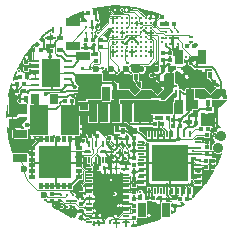
<source format=gtl>
G75*
%MOIN*%
%OFA0B0*%
%FSLAX25Y25*%
%IPPOS*%
%LPD*%
%AMOC8*
5,1,8,0,0,1.08239X$1,22.5*
%
%ADD10C,0.00984*%
%ADD11R,0.02756X0.05118*%
%ADD12R,0.01181X0.01575*%
%ADD13R,0.01575X0.01181*%
%ADD14R,0.01181X0.01969*%
%ADD15R,0.01969X0.01181*%
%ADD16R,0.11024X0.11024*%
%ADD17R,0.12205X0.12205*%
%ADD18R,0.02362X0.00984*%
%ADD19R,0.00984X0.02362*%
%ADD20R,0.00394X0.00394*%
%ADD21C,0.00394*%
%ADD22C,0.00200*%
%ADD23R,0.05118X0.02756*%
%ADD24R,0.02756X0.00984*%
%ADD25R,0.06496X0.09370*%
%ADD26R,0.00945X0.01929*%
%ADD27R,0.02362X0.01575*%
%ADD28R,0.05906X0.09843*%
%ADD29R,0.02756X0.03543*%
%ADD30R,0.01378X0.00787*%
%ADD31R,0.01575X0.02362*%
%ADD32C,0.00492*%
%ADD33C,0.00394*%
%ADD34C,0.00591*%
%ADD35C,0.00906*%
%ADD36C,0.02362*%
%ADD37C,0.03543*%
%ADD38R,0.01870X0.00984*%
%ADD39R,0.00984X0.01476*%
%ADD40R,0.02953X0.05906*%
%ADD41C,0.00594*%
%ADD42C,0.00787*%
%ADD43C,0.01102*%
%ADD44C,0.00300*%
%ADD45C,0.00827*%
%ADD46C,0.01654*%
%ADD47C,0.00400*%
%ADD48C,0.00500*%
%ADD49C,0.00800*%
%ADD50C,0.00600*%
%ADD51C,0.01181*%
%ADD52C,0.01575*%
%ADD53C,0.01600*%
%ADD54C,0.01969*%
%ADD55C,0.00512*%
%ADD56C,0.02362*%
D10*
X0053315Y0026150D03*
X0053315Y0028119D03*
X0055284Y0028119D03*
X0057252Y0028119D03*
X0057252Y0026150D03*
X0055284Y0026150D03*
X0055284Y0030087D03*
X0057252Y0030087D03*
X0053315Y0030087D03*
X0070638Y0042292D03*
X0072607Y0042292D03*
X0074575Y0042292D03*
X0074575Y0044260D03*
X0072607Y0044260D03*
X0070638Y0044260D03*
X0070638Y0046229D03*
X0072607Y0046229D03*
X0074575Y0046229D03*
X0088355Y0080481D03*
X0090323Y0080481D03*
X0092292Y0080481D03*
X0092292Y0082449D03*
X0090323Y0082449D03*
X0088355Y0082449D03*
X0088355Y0084418D03*
X0090323Y0084418D03*
X0092292Y0084418D03*
X0065520Y0084024D03*
X0063552Y0084024D03*
X0063552Y0085993D03*
X0065520Y0085993D03*
X0065520Y0087961D03*
X0063552Y0087961D03*
X0061583Y0087961D03*
X0061583Y0085993D03*
X0061583Y0084024D03*
D11*
X0060323Y0063827D03*
X0068197Y0063827D03*
X0084693Y0059457D03*
X0092567Y0059457D03*
X0092449Y0075874D03*
X0100323Y0075874D03*
X0088040Y0025126D03*
X0080166Y0025126D03*
D12*
X0079575Y0029024D03*
X0081937Y0029024D03*
X0083945Y0028932D03*
X0086307Y0028932D03*
X0092882Y0028827D03*
X0095244Y0028827D03*
X0101544Y0039339D03*
X0101544Y0041504D03*
X0103906Y0041504D03*
X0103906Y0039339D03*
X0102331Y0051937D03*
X0099969Y0051937D03*
X0100441Y0054142D03*
X0098079Y0054142D03*
X0098079Y0056544D03*
X0100441Y0056544D03*
X0093000Y0055166D03*
X0093000Y0052961D03*
X0090638Y0052961D03*
X0090638Y0055166D03*
X0088945Y0055678D03*
X0086583Y0055678D03*
X0085205Y0055678D03*
X0082843Y0055678D03*
X0084496Y0053591D03*
X0086859Y0053591D03*
X0077449Y0048985D03*
X0075087Y0048985D03*
X0071622Y0049103D03*
X0069260Y0049103D03*
X0065323Y0049693D03*
X0065402Y0051937D03*
X0063040Y0051937D03*
X0062961Y0049693D03*
X0056898Y0061307D03*
X0054536Y0061307D03*
X0040796Y0064693D03*
X0040796Y0066859D03*
X0038433Y0066859D03*
X0038433Y0064693D03*
X0039615Y0069260D03*
X0041977Y0069260D03*
X0044024Y0078276D03*
X0046386Y0078276D03*
G36*
X0046170Y0080215D02*
X0045336Y0079381D01*
X0044224Y0080493D01*
X0045058Y0081327D01*
X0046170Y0080215D01*
G37*
G36*
X0047840Y0081886D02*
X0047006Y0081052D01*
X0045894Y0082164D01*
X0046728Y0082998D01*
X0047840Y0081886D01*
G37*
X0062292Y0090678D03*
X0064654Y0090678D03*
X0088552Y0087056D03*
X0090914Y0087056D03*
X0095048Y0079654D03*
X0097410Y0079654D03*
X0041780Y0053197D03*
X0039418Y0053197D03*
G36*
X0057884Y0022266D02*
X0056776Y0022670D01*
X0057314Y0024148D01*
X0058422Y0023744D01*
X0057884Y0022266D01*
G37*
G36*
X0060104Y0021459D02*
X0058996Y0021863D01*
X0059534Y0023341D01*
X0060642Y0022937D01*
X0060104Y0021459D01*
G37*
D13*
X0059930Y0024772D03*
X0059930Y0027134D03*
X0059969Y0029615D03*
X0059969Y0031977D03*
X0050284Y0030363D03*
X0050284Y0028000D03*
X0060914Y0049733D03*
X0060914Y0052095D03*
X0077370Y0047134D03*
X0077370Y0044772D03*
X0077370Y0042449D03*
X0077370Y0040087D03*
X0077370Y0037843D03*
X0077370Y0035481D03*
X0077370Y0033276D03*
X0077370Y0030914D03*
X0077370Y0028788D03*
X0077370Y0026426D03*
X0077410Y0024615D03*
X0077410Y0022252D03*
X0091124Y0026504D03*
X0091124Y0028867D03*
X0101701Y0043630D03*
X0101701Y0045993D03*
X0101701Y0047567D03*
X0101701Y0049930D03*
X0089508Y0075087D03*
X0087292Y0075087D03*
X0087292Y0077449D03*
X0089508Y0077449D03*
X0086819Y0086898D03*
X0086819Y0089260D03*
X0066583Y0081583D03*
X0066583Y0079221D03*
X0064930Y0077174D03*
X0063906Y0079181D03*
X0063906Y0081544D03*
X0061485Y0081529D03*
X0061485Y0079167D03*
X0064930Y0074811D03*
X0071229Y0068867D03*
X0071229Y0066504D03*
X0041465Y0072095D03*
X0041465Y0074457D03*
D14*
X0046413Y0048737D03*
X0048382Y0048737D03*
X0050350Y0048737D03*
X0052319Y0048737D03*
X0054287Y0048737D03*
X0056256Y0048737D03*
X0056256Y0032989D03*
X0054287Y0032989D03*
X0052319Y0032989D03*
X0050350Y0032989D03*
X0048382Y0032989D03*
X0046413Y0032989D03*
D15*
X0043461Y0035942D03*
X0043461Y0037911D03*
X0043461Y0039879D03*
X0043461Y0041848D03*
X0043461Y0043816D03*
X0043461Y0045785D03*
X0059209Y0045785D03*
X0059209Y0043816D03*
X0059209Y0041848D03*
X0059209Y0039879D03*
X0059209Y0037911D03*
X0059209Y0035942D03*
D16*
X0051335Y0040863D03*
D17*
X0089377Y0040856D03*
D18*
X0079928Y0039872D03*
X0079928Y0037904D03*
X0079928Y0035935D03*
X0079928Y0033967D03*
X0079928Y0041841D03*
X0079928Y0043809D03*
X0079928Y0045778D03*
X0079928Y0047746D03*
X0098826Y0047746D03*
X0098826Y0045778D03*
X0098826Y0043809D03*
X0098826Y0041841D03*
X0098826Y0039872D03*
X0098826Y0037904D03*
X0098826Y0035935D03*
X0098826Y0033967D03*
D19*
X0096267Y0031407D03*
X0094298Y0031407D03*
X0092330Y0031407D03*
X0090361Y0031407D03*
X0088393Y0031407D03*
X0086424Y0031407D03*
X0084456Y0031407D03*
X0082487Y0031407D03*
X0082487Y0050305D03*
X0084456Y0050305D03*
X0086424Y0050305D03*
X0088393Y0050305D03*
X0090361Y0050305D03*
X0092330Y0050305D03*
X0094298Y0050305D03*
X0096267Y0050305D03*
D20*
G36*
X0077685Y0064888D02*
X0077407Y0065166D01*
X0077685Y0065444D01*
X0077963Y0065166D01*
X0077685Y0064888D01*
G37*
G36*
X0085244Y0065124D02*
X0084966Y0065402D01*
X0085244Y0065680D01*
X0085522Y0065402D01*
X0085244Y0065124D01*
G37*
G36*
X0102882Y0065439D02*
X0102604Y0065717D01*
X0102882Y0065995D01*
X0103160Y0065717D01*
X0102882Y0065439D01*
G37*
D21*
X0101583Y0067410D03*
X0104181Y0067410D03*
X0104181Y0064024D03*
X0101583Y0064024D03*
X0086544Y0063709D03*
X0083945Y0063709D03*
X0083945Y0067095D03*
X0086544Y0067095D03*
X0078985Y0066859D03*
X0076386Y0066859D03*
X0076386Y0063473D03*
X0078985Y0063473D03*
D22*
X0045349Y0031607D02*
X0042259Y0034697D01*
X0042019Y0035074D01*
X0041071Y0036565D01*
X0041027Y0037738D01*
X0040993Y0038630D01*
X0046115Y0033596D02*
X0046225Y0033652D01*
X0046347Y0033671D01*
X0046469Y0033652D01*
X0046579Y0033596D01*
X0046667Y0033508D01*
X0046723Y0033398D01*
X0046742Y0033276D01*
X0046723Y0033154D01*
X0046667Y0033044D01*
X0046579Y0032956D01*
X0046469Y0032900D01*
X0046347Y0032881D01*
X0046225Y0032900D01*
X0046115Y0032956D01*
X0046027Y0033044D01*
X0045971Y0033154D01*
X0045952Y0033276D01*
X0045971Y0033398D01*
X0046027Y0033508D01*
X0046115Y0033596D01*
X0046197Y0033638D02*
X0046497Y0033638D01*
X0046702Y0033439D02*
X0045992Y0033439D01*
X0045957Y0033241D02*
X0046737Y0033241D01*
X0046665Y0033042D02*
X0046028Y0033042D01*
X0045349Y0031607D02*
X0055732Y0031607D01*
X0057252Y0030087D01*
X0056417Y0028376D02*
X0056496Y0028309D01*
X0056547Y0028220D01*
X0056565Y0028119D01*
X0056547Y0028017D01*
X0056496Y0027928D01*
X0056417Y0027861D01*
X0056320Y0027826D01*
X0056217Y0027826D01*
X0056120Y0027861D01*
X0056041Y0027928D01*
X0055989Y0028017D01*
X0055971Y0028119D01*
X0055989Y0028220D01*
X0056041Y0028309D01*
X0056120Y0028376D01*
X0056217Y0028411D01*
X0056320Y0028411D01*
X0056417Y0028376D01*
X0056514Y0028278D02*
X0056023Y0028278D01*
X0055978Y0028080D02*
X0056558Y0028080D01*
X0056440Y0027881D02*
X0056096Y0027881D01*
X0057730Y0027326D02*
X0054168Y0027326D01*
X0053376Y0028119D01*
X0053315Y0028119D01*
X0054452Y0029256D02*
X0048793Y0029256D01*
X0047607Y0030126D01*
X0047592Y0030149D02*
X0047541Y0030238D01*
X0047523Y0030340D01*
X0047541Y0030441D01*
X0047592Y0030530D01*
X0047671Y0030597D01*
X0047768Y0030632D01*
X0047871Y0030632D01*
X0047968Y0030597D01*
X0048047Y0030530D01*
X0048099Y0030441D01*
X0048117Y0030340D01*
X0048099Y0030238D01*
X0048047Y0030149D01*
X0047968Y0030082D01*
X0047871Y0030047D01*
X0047768Y0030047D01*
X0047671Y0030082D01*
X0047592Y0030149D01*
X0047536Y0030263D02*
X0048103Y0030263D01*
X0048087Y0030462D02*
X0047553Y0030462D01*
X0047720Y0030065D02*
X0047919Y0030065D01*
X0051303Y0027209D02*
X0051390Y0027297D01*
X0051500Y0027353D01*
X0051622Y0027372D01*
X0051745Y0027353D01*
X0051855Y0027297D01*
X0051942Y0027209D01*
X0051998Y0027099D01*
X0052018Y0026977D01*
X0051998Y0026855D01*
X0051942Y0026744D01*
X0051855Y0026657D01*
X0051745Y0026601D01*
X0051622Y0026581D01*
X0051500Y0026601D01*
X0051390Y0026657D01*
X0051303Y0026744D01*
X0051247Y0026855D01*
X0051227Y0026977D01*
X0051247Y0027099D01*
X0051303Y0027209D01*
X0051379Y0027285D02*
X0051866Y0027285D01*
X0052000Y0027087D02*
X0051245Y0027087D01*
X0051241Y0026888D02*
X0052004Y0026888D01*
X0051888Y0026690D02*
X0051357Y0026690D01*
X0053036Y0026252D02*
X0053088Y0026341D01*
X0053167Y0026407D01*
X0053264Y0026442D01*
X0053367Y0026442D01*
X0053464Y0026407D01*
X0053543Y0026341D01*
X0053594Y0026252D01*
X0053612Y0026150D01*
X0053594Y0026048D01*
X0053543Y0025959D01*
X0053464Y0025893D01*
X0053367Y0025858D01*
X0053264Y0025858D01*
X0053167Y0025893D01*
X0053088Y0025959D01*
X0053036Y0026048D01*
X0053019Y0026150D01*
X0053036Y0026252D01*
X0053088Y0026341D01*
X0053167Y0026407D01*
X0053264Y0026442D01*
X0053367Y0026442D01*
X0053464Y0026407D01*
X0053543Y0026341D01*
X0053594Y0026252D01*
X0053612Y0026150D01*
X0053594Y0026048D01*
X0053543Y0025959D01*
X0053464Y0025893D01*
X0053367Y0025858D01*
X0053264Y0025858D01*
X0053167Y0025893D01*
X0053088Y0025959D01*
X0053036Y0026048D01*
X0053019Y0026150D01*
X0053036Y0026252D01*
X0053060Y0026293D02*
X0053570Y0026293D01*
X0053060Y0026293D01*
X0053028Y0026094D02*
X0053602Y0026094D01*
X0053028Y0026094D01*
X0053163Y0025896D02*
X0053467Y0025896D01*
X0053163Y0025896D01*
X0054452Y0029256D02*
X0055284Y0030087D01*
X0057730Y0027326D02*
X0059063Y0025993D01*
X0061189Y0025993D01*
X0060910Y0025896D02*
X0061469Y0025896D01*
X0061468Y0025891D02*
X0061417Y0025802D01*
X0061338Y0025735D01*
X0061241Y0025700D01*
X0061138Y0025700D01*
X0061041Y0025735D01*
X0060962Y0025802D01*
X0060910Y0025891D01*
X0060893Y0025993D01*
X0060910Y0026094D01*
X0060962Y0026183D01*
X0061041Y0026250D01*
X0061138Y0026285D01*
X0061241Y0026285D01*
X0061338Y0026250D01*
X0061417Y0026183D01*
X0061468Y0026094D01*
X0061486Y0025993D01*
X0061468Y0025891D01*
X0061468Y0026094D02*
X0060911Y0026094D01*
X0060220Y0025171D02*
X0060329Y0025062D01*
X0060399Y0024925D01*
X0060423Y0024772D01*
X0060399Y0024619D01*
X0060329Y0024482D01*
X0060220Y0024373D01*
X0060082Y0024303D01*
X0059930Y0024278D01*
X0059777Y0024303D01*
X0059639Y0024373D01*
X0059530Y0024482D01*
X0059460Y0024619D01*
X0059436Y0024772D01*
X0059460Y0024925D01*
X0059530Y0025062D01*
X0059639Y0025171D01*
X0059777Y0025242D01*
X0059930Y0025266D01*
X0060082Y0025242D01*
X0060220Y0025171D01*
X0060329Y0025062D01*
X0060399Y0024925D01*
X0060423Y0024772D01*
X0060399Y0024619D01*
X0060329Y0024482D01*
X0060220Y0024373D01*
X0060082Y0024303D01*
X0059930Y0024278D01*
X0059777Y0024303D01*
X0059639Y0024373D01*
X0059530Y0024482D01*
X0059460Y0024619D01*
X0059436Y0024772D01*
X0059460Y0024925D01*
X0059530Y0025062D01*
X0059639Y0025171D01*
X0059777Y0025242D01*
X0059930Y0025266D01*
X0060082Y0025242D01*
X0060220Y0025171D01*
X0060329Y0025062D01*
X0060399Y0024925D01*
X0060423Y0024772D01*
X0060399Y0024619D01*
X0060329Y0024482D01*
X0060220Y0024373D01*
X0060082Y0024303D01*
X0059930Y0024278D01*
X0059777Y0024303D01*
X0059639Y0024373D01*
X0059530Y0024482D01*
X0059460Y0024619D01*
X0059436Y0024772D01*
X0059460Y0024925D01*
X0059530Y0025062D01*
X0059639Y0025171D01*
X0059777Y0025242D01*
X0059930Y0025266D01*
X0060082Y0025242D01*
X0060220Y0025171D01*
X0060289Y0025102D02*
X0059570Y0025102D01*
X0060289Y0025102D01*
X0059570Y0025102D01*
X0059457Y0024903D02*
X0060402Y0024903D01*
X0059457Y0024903D01*
X0060402Y0024903D01*
X0060413Y0024705D02*
X0059446Y0024705D01*
X0060413Y0024705D01*
X0059446Y0024705D01*
X0059518Y0024506D02*
X0060341Y0024506D01*
X0059518Y0024506D01*
X0060341Y0024506D01*
X0060092Y0024308D02*
X0059767Y0024308D01*
X0060092Y0024308D01*
X0059767Y0024308D01*
X0059795Y0023255D02*
X0059892Y0023220D01*
X0059971Y0023153D01*
X0060023Y0023064D01*
X0060041Y0022962D01*
X0060023Y0022861D01*
X0059971Y0022772D01*
X0059892Y0022705D01*
X0059795Y0022670D01*
X0059692Y0022670D01*
X0059595Y0022705D01*
X0059516Y0022772D01*
X0059465Y0022861D01*
X0059447Y0022962D01*
X0059465Y0023064D01*
X0059516Y0023153D01*
X0059595Y0023220D01*
X0059692Y0023255D01*
X0059795Y0023255D01*
X0059992Y0023117D02*
X0059495Y0023117D01*
X0059455Y0022918D02*
X0060033Y0022918D01*
X0059909Y0022720D02*
X0059578Y0022720D01*
X0057401Y0025892D02*
X0057304Y0025857D01*
X0057201Y0025857D01*
X0057104Y0025892D01*
X0057025Y0025958D01*
X0056973Y0026048D01*
X0056956Y0026149D01*
X0056973Y0026251D01*
X0057025Y0026340D01*
X0057104Y0026406D01*
X0057201Y0026442D01*
X0057304Y0026442D01*
X0057401Y0026406D01*
X0057480Y0026340D01*
X0057531Y0026251D01*
X0057549Y0026149D01*
X0057531Y0026048D01*
X0057480Y0025958D01*
X0057401Y0025892D01*
X0057405Y0025896D02*
X0057099Y0025896D01*
X0056965Y0026094D02*
X0057540Y0026094D01*
X0057507Y0026293D02*
X0056998Y0026293D01*
X0059938Y0028833D02*
X0059887Y0028922D01*
X0059869Y0029024D01*
X0059887Y0029126D01*
X0059938Y0029215D01*
X0060017Y0029281D01*
X0060114Y0029316D01*
X0060217Y0029316D01*
X0060314Y0029281D01*
X0060393Y0029215D01*
X0060445Y0029126D01*
X0060463Y0029024D01*
X0060445Y0028922D01*
X0060393Y0028833D01*
X0060314Y0028767D01*
X0060217Y0028732D01*
X0060114Y0028732D01*
X0060017Y0028767D01*
X0059938Y0028833D01*
X0059915Y0028874D02*
X0060416Y0028874D01*
X0060454Y0029072D02*
X0059877Y0029072D01*
X0060005Y0029271D02*
X0060327Y0029271D01*
X0062192Y0028945D02*
X0062210Y0029047D01*
X0062261Y0029136D01*
X0062340Y0029202D01*
X0062437Y0029238D01*
X0062540Y0029238D01*
X0062637Y0029202D01*
X0062716Y0029136D01*
X0062768Y0029047D01*
X0062785Y0028945D01*
X0062768Y0028844D01*
X0062716Y0028754D01*
X0062637Y0028688D01*
X0062540Y0028653D01*
X0062437Y0028653D01*
X0062340Y0028688D01*
X0062261Y0028754D01*
X0062210Y0028844D01*
X0062192Y0028945D01*
X0062210Y0029047D01*
X0062261Y0029136D01*
X0062340Y0029202D01*
X0062437Y0029238D01*
X0062540Y0029238D01*
X0062637Y0029202D01*
X0062716Y0029136D01*
X0062768Y0029047D01*
X0062785Y0028945D01*
X0062768Y0028844D01*
X0062716Y0028754D01*
X0062637Y0028688D01*
X0062540Y0028653D01*
X0062437Y0028653D01*
X0062340Y0028688D01*
X0062261Y0028754D01*
X0062210Y0028844D01*
X0062192Y0028945D01*
X0062204Y0028874D02*
X0062773Y0028874D01*
X0062204Y0028874D01*
X0062224Y0029072D02*
X0062753Y0029072D01*
X0062224Y0029072D01*
X0062410Y0028945D02*
X0062489Y0028945D01*
X0062376Y0028675D02*
X0062601Y0028675D01*
X0062376Y0028675D01*
X0068972Y0022910D02*
X0070452Y0022910D01*
X0070940Y0022422D01*
X0072225Y0022422D01*
X0073788Y0023985D01*
X0076780Y0023985D01*
X0077410Y0024615D01*
X0077410Y0022252D02*
X0077410Y0022056D01*
X0074615Y0022056D01*
X0074603Y0022044D01*
X0072712Y0022044D01*
X0072586Y0021918D01*
X0070028Y0021918D01*
X0069615Y0021504D01*
X0069615Y0020874D01*
X0067646Y0020874D02*
X0067646Y0021584D01*
X0068972Y0022910D01*
X0065916Y0021131D02*
X0065968Y0021042D01*
X0065986Y0020940D01*
X0065968Y0020839D01*
X0065916Y0020749D01*
X0065837Y0020683D01*
X0065740Y0020648D01*
X0065637Y0020648D01*
X0065540Y0020683D01*
X0065461Y0020749D01*
X0065410Y0020839D01*
X0065392Y0020940D01*
X0065410Y0021042D01*
X0065461Y0021131D01*
X0065540Y0021197D01*
X0065637Y0021232D01*
X0065740Y0021232D01*
X0065837Y0021197D01*
X0065916Y0021131D01*
X0065915Y0021132D02*
X0065462Y0021132D01*
X0065393Y0020933D02*
X0065984Y0020933D01*
X0065899Y0020735D02*
X0065479Y0020735D01*
X0077143Y0029502D02*
X0077092Y0029592D01*
X0077074Y0029693D01*
X0077092Y0029795D01*
X0077143Y0029884D01*
X0077222Y0029950D01*
X0077319Y0029986D01*
X0077422Y0029986D01*
X0077519Y0029950D01*
X0077598Y0029884D01*
X0077649Y0029795D01*
X0077667Y0029693D01*
X0077649Y0029592D01*
X0077598Y0029502D01*
X0077519Y0029436D01*
X0077422Y0029401D01*
X0077319Y0029401D01*
X0077222Y0029436D01*
X0077143Y0029502D01*
X0077183Y0029469D02*
X0077558Y0029469D01*
X0077663Y0029668D02*
X0077078Y0029668D01*
X0077133Y0029866D02*
X0077608Y0029866D01*
X0078963Y0029733D02*
X0078981Y0029834D01*
X0079033Y0029923D01*
X0079112Y0029990D01*
X0079209Y0030025D01*
X0079312Y0030025D01*
X0079409Y0029990D01*
X0079488Y0029923D01*
X0079539Y0029834D01*
X0079557Y0029733D01*
X0079539Y0029631D01*
X0079488Y0029542D01*
X0079409Y0029476D01*
X0079312Y0029440D01*
X0079209Y0029440D01*
X0079112Y0029476D01*
X0079033Y0029542D01*
X0078981Y0029631D01*
X0078963Y0029733D01*
X0078975Y0029668D02*
X0079546Y0029668D01*
X0079521Y0029866D02*
X0079000Y0029866D01*
X0079130Y0029469D02*
X0079391Y0029469D01*
X0082088Y0031017D02*
X0082018Y0031155D01*
X0081994Y0031307D01*
X0082018Y0031460D01*
X0082088Y0031598D01*
X0082197Y0031707D01*
X0082335Y0031777D01*
X0082487Y0031801D01*
X0082640Y0031777D01*
X0082778Y0031707D01*
X0082887Y0031598D01*
X0082957Y0031460D01*
X0082981Y0031307D01*
X0082957Y0031155D01*
X0082887Y0031017D01*
X0082778Y0030908D01*
X0082640Y0030838D01*
X0082487Y0030814D01*
X0082335Y0030838D01*
X0082197Y0030908D01*
X0082088Y0031017D01*
X0082068Y0031057D02*
X0082907Y0031057D01*
X0082973Y0031256D02*
X0082002Y0031256D01*
X0082017Y0031454D02*
X0082958Y0031454D01*
X0082832Y0031653D02*
X0082143Y0031653D01*
X0082294Y0030859D02*
X0082681Y0030859D01*
X0085175Y0029254D02*
X0085254Y0029320D01*
X0085350Y0029356D01*
X0085454Y0029356D01*
X0085550Y0029320D01*
X0085629Y0029254D01*
X0085681Y0029165D01*
X0085699Y0029063D01*
X0085681Y0028962D01*
X0085629Y0028873D01*
X0085550Y0028806D01*
X0085454Y0028771D01*
X0085350Y0028771D01*
X0085254Y0028806D01*
X0085175Y0028873D01*
X0085123Y0028962D01*
X0085105Y0029063D01*
X0085123Y0029165D01*
X0085175Y0029254D01*
X0085194Y0029271D02*
X0085610Y0029271D01*
X0085697Y0029072D02*
X0085107Y0029072D01*
X0085174Y0028874D02*
X0085630Y0028874D01*
X0088431Y0027015D02*
X0088379Y0026926D01*
X0088361Y0026824D01*
X0088379Y0026723D01*
X0088431Y0026634D01*
X0088510Y0026567D01*
X0088607Y0026532D01*
X0088710Y0026532D01*
X0088806Y0026567D01*
X0088885Y0026634D01*
X0088937Y0026723D01*
X0088955Y0026824D01*
X0088937Y0026926D01*
X0088885Y0027015D01*
X0088806Y0027081D01*
X0088710Y0027117D01*
X0088607Y0027117D01*
X0088510Y0027081D01*
X0088431Y0027015D01*
X0088525Y0027087D02*
X0088791Y0027087D01*
X0088944Y0026888D02*
X0088373Y0026888D01*
X0088398Y0026690D02*
X0088918Y0026690D01*
X0089910Y0026888D02*
X0090500Y0026888D01*
X0090502Y0026898D02*
X0090484Y0026797D01*
X0090433Y0026707D01*
X0090354Y0026641D01*
X0090257Y0026606D01*
X0090154Y0026606D01*
X0090057Y0026641D01*
X0089978Y0026707D01*
X0089926Y0026797D01*
X0089908Y0026898D01*
X0089926Y0027000D01*
X0089978Y0027089D01*
X0090057Y0027155D01*
X0090154Y0027190D01*
X0090257Y0027190D01*
X0090354Y0027155D01*
X0090433Y0027089D01*
X0090484Y0027000D01*
X0090502Y0026898D01*
X0090434Y0027087D02*
X0089977Y0027087D01*
X0089998Y0026690D02*
X0090412Y0026690D01*
X0095753Y0028726D02*
X0095804Y0028636D01*
X0095883Y0028570D01*
X0095980Y0028535D01*
X0096083Y0028535D01*
X0096180Y0028570D01*
X0096259Y0028636D01*
X0096311Y0028726D01*
X0096329Y0028827D01*
X0096311Y0028929D01*
X0096259Y0029018D01*
X0096180Y0029084D01*
X0096083Y0029120D01*
X0095980Y0029120D01*
X0095883Y0029084D01*
X0095804Y0029018D01*
X0095753Y0028929D01*
X0095735Y0028827D01*
X0095753Y0028726D01*
X0095782Y0028675D02*
X0096282Y0028675D01*
X0096321Y0028874D02*
X0095743Y0028874D01*
X0095869Y0029072D02*
X0096195Y0029072D01*
X0094447Y0032332D02*
X0094350Y0032296D01*
X0094247Y0032296D01*
X0094150Y0032332D01*
X0094071Y0032398D01*
X0094019Y0032487D01*
X0094002Y0032589D01*
X0094019Y0032690D01*
X0094071Y0032779D01*
X0094150Y0032846D01*
X0094247Y0032881D01*
X0094350Y0032881D01*
X0094447Y0032846D01*
X0094526Y0032779D01*
X0094577Y0032690D01*
X0094595Y0032589D01*
X0094577Y0032487D01*
X0094526Y0032398D01*
X0094447Y0032332D01*
X0094554Y0032447D02*
X0094043Y0032447D01*
X0094012Y0032645D02*
X0094585Y0032645D01*
X0094449Y0032844D02*
X0094148Y0032844D01*
X0095236Y0033478D02*
X0095288Y0033388D01*
X0095367Y0033322D01*
X0095463Y0033287D01*
X0095567Y0033287D01*
X0095663Y0033322D01*
X0095742Y0033388D01*
X0095794Y0033478D01*
X0095812Y0033579D01*
X0095794Y0033681D01*
X0095742Y0033770D01*
X0095663Y0033836D01*
X0095367Y0033836D01*
X0095463Y0033871D01*
X0095567Y0033871D01*
X0095663Y0033836D01*
X0095802Y0033638D02*
X0095229Y0033638D01*
X0095236Y0033681D02*
X0095288Y0033770D01*
X0095367Y0033836D01*
X0095236Y0033681D02*
X0095218Y0033579D01*
X0095236Y0033478D01*
X0095258Y0033439D02*
X0095772Y0033439D01*
X0096540Y0034554D02*
X0096461Y0034621D01*
X0096409Y0034710D01*
X0096391Y0034811D01*
X0096409Y0034913D01*
X0096461Y0035002D01*
X0096540Y0035068D01*
X0096637Y0035104D01*
X0096740Y0035104D01*
X0096837Y0035068D01*
X0096916Y0035002D01*
X0096967Y0034913D01*
X0096985Y0034811D01*
X0096967Y0034710D01*
X0096916Y0034621D01*
X0096837Y0034554D01*
X0096740Y0034519D01*
X0096637Y0034519D01*
X0096540Y0034554D01*
X0096455Y0034630D02*
X0096921Y0034630D01*
X0096982Y0034829D02*
X0096394Y0034829D01*
X0096491Y0035027D02*
X0096886Y0035027D01*
X0097614Y0035744D02*
X0097563Y0035834D01*
X0097545Y0035935D01*
X0097563Y0036037D01*
X0097614Y0036126D01*
X0097693Y0036192D01*
X0097790Y0036227D01*
X0097893Y0036227D01*
X0097990Y0036192D01*
X0098069Y0036126D01*
X0098121Y0036037D01*
X0098139Y0035935D01*
X0098121Y0035834D01*
X0098069Y0035744D01*
X0097990Y0035678D01*
X0097893Y0035643D01*
X0097790Y0035643D01*
X0097693Y0035678D01*
X0097614Y0035744D01*
X0097570Y0035821D02*
X0098114Y0035821D01*
X0098124Y0036020D02*
X0097560Y0036020D01*
X0097766Y0036218D02*
X0097918Y0036218D01*
X0098656Y0037668D02*
X0098577Y0037734D01*
X0098525Y0037824D01*
X0098507Y0037925D01*
X0098525Y0038027D01*
X0098577Y0038116D01*
X0098656Y0038182D01*
X0098753Y0038218D01*
X0098856Y0038218D01*
X0098953Y0038182D01*
X0099032Y0038116D01*
X0099083Y0038027D01*
X0099101Y0037925D01*
X0099083Y0037824D01*
X0099032Y0037734D01*
X0098953Y0037668D01*
X0098856Y0037633D01*
X0098753Y0037633D01*
X0098656Y0037668D01*
X0098535Y0037807D02*
X0099073Y0037807D01*
X0099087Y0038005D02*
X0098522Y0038005D01*
X0098714Y0038204D02*
X0098894Y0038204D01*
X0098826Y0039872D02*
X0101011Y0039872D01*
X0101544Y0039339D01*
X0101544Y0041504D02*
X0099256Y0041504D01*
X0098985Y0041776D01*
X0098591Y0041776D01*
X0098073Y0041776D01*
X0097483Y0042367D01*
X0097694Y0042571D02*
X0097271Y0042571D01*
X0097694Y0042571D01*
X0097710Y0042557D02*
X0097762Y0042468D01*
X0097780Y0042367D01*
X0097762Y0042265D01*
X0097710Y0042176D01*
X0097631Y0042110D01*
X0097534Y0042074D01*
X0097431Y0042074D01*
X0097334Y0042110D01*
X0097255Y0042176D01*
X0097204Y0042265D01*
X0097186Y0042367D01*
X0097204Y0042468D01*
X0097255Y0042557D01*
X0097334Y0042624D01*
X0097431Y0042659D01*
X0097534Y0042659D01*
X0097631Y0042624D01*
X0097710Y0042557D01*
X0097762Y0042468D01*
X0097780Y0042367D01*
X0097762Y0042265D01*
X0097710Y0042176D01*
X0097631Y0042110D01*
X0097534Y0042074D01*
X0097431Y0042074D01*
X0097334Y0042110D01*
X0097255Y0042176D01*
X0097204Y0042265D01*
X0097186Y0042367D01*
X0097204Y0042468D01*
X0097255Y0042557D01*
X0097334Y0042624D01*
X0097431Y0042659D01*
X0097534Y0042659D01*
X0097631Y0042624D01*
X0097710Y0042557D01*
X0097778Y0042372D02*
X0097187Y0042372D01*
X0097778Y0042372D01*
X0097708Y0042174D02*
X0097258Y0042174D01*
X0097708Y0042174D01*
X0097734Y0040558D02*
X0097837Y0040558D01*
X0097934Y0040523D01*
X0098013Y0040457D01*
X0098065Y0040367D01*
X0098083Y0040266D01*
X0098065Y0040164D01*
X0098013Y0040075D01*
X0097934Y0040009D01*
X0097837Y0039973D01*
X0097734Y0039973D01*
X0097637Y0040009D01*
X0097558Y0040075D01*
X0097507Y0040164D01*
X0097489Y0040266D01*
X0097507Y0040367D01*
X0097558Y0040457D01*
X0097637Y0040523D01*
X0097734Y0040558D01*
X0097518Y0040387D02*
X0098053Y0040387D01*
X0098069Y0040189D02*
X0097503Y0040189D01*
X0097688Y0039990D02*
X0097883Y0039990D01*
X0094331Y0042064D02*
X0094184Y0041895D01*
X0093996Y0041774D01*
X0093782Y0041711D01*
X0093558Y0041711D01*
X0093343Y0041774D01*
X0093155Y0041895D01*
X0093009Y0042064D01*
X0092916Y0042267D01*
X0092884Y0042489D01*
X0092916Y0042710D01*
X0093009Y0042913D01*
X0093155Y0043082D01*
X0093343Y0043203D01*
X0093558Y0043266D01*
X0093782Y0043266D01*
X0093996Y0043203D01*
X0094184Y0043082D01*
X0094331Y0042913D01*
X0094424Y0042710D01*
X0094456Y0042489D01*
X0094424Y0042267D01*
X0094331Y0042064D01*
X0094184Y0041895D01*
X0093996Y0041774D01*
X0093782Y0041711D01*
X0093558Y0041711D01*
X0093343Y0041774D01*
X0093155Y0041895D01*
X0093009Y0042064D01*
X0092916Y0042267D01*
X0092884Y0042489D01*
X0092916Y0042710D01*
X0093009Y0042913D01*
X0093155Y0043082D01*
X0093343Y0043203D01*
X0093558Y0043266D01*
X0093782Y0043266D01*
X0093996Y0043203D01*
X0094184Y0043082D01*
X0094331Y0042913D01*
X0094424Y0042710D01*
X0094456Y0042489D01*
X0094424Y0042267D01*
X0094331Y0042064D01*
X0094254Y0041975D02*
X0093085Y0041975D01*
X0094254Y0041975D01*
X0094381Y0042174D02*
X0092958Y0042174D01*
X0094381Y0042174D01*
X0094439Y0042372D02*
X0092901Y0042372D01*
X0094439Y0042372D01*
X0094444Y0042571D02*
X0092896Y0042571D01*
X0094444Y0042571D01*
X0094397Y0042769D02*
X0092943Y0042769D01*
X0094397Y0042769D01*
X0094284Y0042968D02*
X0093056Y0042968D01*
X0094284Y0042968D01*
X0094054Y0043166D02*
X0093286Y0043166D01*
X0094054Y0043166D01*
X0094001Y0041777D02*
X0093339Y0041777D01*
X0094001Y0041777D01*
X0091378Y0039961D02*
X0091471Y0039757D01*
X0091503Y0039536D01*
X0091471Y0039314D01*
X0091378Y0039111D01*
X0091232Y0038942D01*
X0091043Y0038821D01*
X0090829Y0038758D01*
X0090605Y0038758D01*
X0090390Y0038821D01*
X0090202Y0038942D01*
X0090056Y0039111D01*
X0089963Y0039314D01*
X0089931Y0039536D01*
X0089963Y0039757D01*
X0090056Y0039961D01*
X0090202Y0040130D01*
X0090390Y0040251D01*
X0090605Y0040314D01*
X0090829Y0040314D01*
X0091043Y0040251D01*
X0091232Y0040130D01*
X0091378Y0039961D01*
X0091352Y0039990D02*
X0090081Y0039990D01*
X0089979Y0039792D02*
X0091455Y0039792D01*
X0091495Y0039593D02*
X0089939Y0039593D01*
X0089951Y0039395D02*
X0091482Y0039395D01*
X0091417Y0039196D02*
X0090017Y0039196D01*
X0090154Y0038998D02*
X0091280Y0038998D01*
X0090969Y0038799D02*
X0090465Y0038799D01*
X0090717Y0039536D02*
X0089396Y0040856D01*
X0089377Y0040856D01*
X0090294Y0040189D02*
X0091140Y0040189D01*
X0096846Y0044660D02*
X0096794Y0044749D01*
X0096776Y0044851D01*
X0096794Y0044952D01*
X0096846Y0045042D01*
X0096925Y0045108D01*
X0097022Y0045143D01*
X0097125Y0045143D01*
X0097222Y0045108D01*
X0097301Y0045042D01*
X0097352Y0044952D01*
X0097370Y0044851D01*
X0097352Y0044749D01*
X0097301Y0044660D01*
X0097222Y0044594D01*
X0097125Y0044558D01*
X0097022Y0044558D01*
X0096925Y0044594D01*
X0096846Y0044660D01*
X0096793Y0044754D02*
X0097353Y0044754D01*
X0097352Y0044953D02*
X0096795Y0044953D01*
X0097073Y0044851D02*
X0104396Y0044851D01*
X0105396Y0045851D01*
X0105425Y0044807D02*
X0105528Y0044807D01*
X0105625Y0044771D01*
X0105704Y0044705D01*
X0105755Y0044616D01*
X0105773Y0044514D01*
X0105755Y0044413D01*
X0105704Y0044323D01*
X0105625Y0044257D01*
X0105528Y0044222D01*
X0105425Y0044222D01*
X0105328Y0044257D01*
X0105249Y0044323D01*
X0105197Y0044413D01*
X0105180Y0044514D01*
X0105197Y0044616D01*
X0105249Y0044705D01*
X0105328Y0044771D01*
X0105425Y0044807D01*
X0105308Y0044754D02*
X0105645Y0044754D01*
X0105766Y0044556D02*
X0105187Y0044556D01*
X0105229Y0044357D02*
X0105723Y0044357D01*
X0104500Y0043771D02*
X0104518Y0043670D01*
X0104500Y0043568D01*
X0104448Y0043479D01*
X0104369Y0043413D01*
X0104272Y0043377D01*
X0104169Y0043377D01*
X0104072Y0043413D01*
X0103993Y0043479D01*
X0103942Y0043568D01*
X0103924Y0043670D01*
X0103942Y0043771D01*
X0103993Y0043860D01*
X0104072Y0043927D01*
X0104169Y0043962D01*
X0104272Y0043962D01*
X0104369Y0043927D01*
X0104448Y0043860D01*
X0104500Y0043771D01*
X0104501Y0043762D02*
X0103940Y0043762D01*
X0103945Y0043563D02*
X0104497Y0043563D01*
X0104277Y0043960D02*
X0104165Y0043960D01*
X0104130Y0041875D02*
X0104233Y0041875D01*
X0104330Y0041840D01*
X0104409Y0041774D01*
X0104460Y0041685D01*
X0104478Y0041583D01*
X0104460Y0041482D01*
X0104409Y0041392D01*
X0104330Y0041326D01*
X0104233Y0041291D01*
X0104130Y0041291D01*
X0104033Y0041326D01*
X0103954Y0041392D01*
X0103903Y0041482D01*
X0103885Y0041583D01*
X0103903Y0041685D01*
X0103954Y0041774D01*
X0104033Y0041840D01*
X0104130Y0041875D01*
X0103958Y0041777D02*
X0104405Y0041777D01*
X0104478Y0041578D02*
X0103885Y0041578D01*
X0103906Y0041544D02*
X0104181Y0041583D01*
X0103906Y0041544D02*
X0103906Y0041504D01*
X0103969Y0041380D02*
X0104394Y0041380D01*
X0104312Y0040222D02*
X0104409Y0040187D01*
X0104488Y0040120D01*
X0104539Y0040031D01*
X0104557Y0039930D01*
X0104539Y0039828D01*
X0104488Y0039739D01*
X0104409Y0039672D01*
X0104312Y0039637D01*
X0104209Y0039637D01*
X0104112Y0039672D01*
X0104033Y0039739D01*
X0103981Y0039828D01*
X0103963Y0039930D01*
X0103981Y0040031D01*
X0104033Y0040120D01*
X0104112Y0040187D01*
X0104209Y0040222D01*
X0104312Y0040222D01*
X0104403Y0040189D02*
X0104118Y0040189D01*
X0103974Y0039990D02*
X0104546Y0039990D01*
X0104518Y0039792D02*
X0104002Y0039792D01*
X0104260Y0039930D02*
X0103906Y0039339D01*
X0101701Y0045993D02*
X0101701Y0047567D01*
X0099005Y0047567D01*
X0098826Y0047746D01*
X0097016Y0048591D02*
X0092489Y0048591D01*
X0092292Y0048788D01*
X0092647Y0049122D02*
X0091936Y0049122D01*
X0092647Y0049122D01*
X0092691Y0049078D02*
X0092761Y0048940D01*
X0092785Y0048788D01*
X0092761Y0048635D01*
X0092691Y0048498D01*
X0092582Y0048388D01*
X0092444Y0048318D01*
X0092292Y0048294D01*
X0092139Y0048318D01*
X0092002Y0048388D01*
X0091892Y0048498D01*
X0091822Y0048635D01*
X0091798Y0048788D01*
X0091822Y0048940D01*
X0091892Y0049078D01*
X0092002Y0049187D01*
X0092139Y0049257D01*
X0092292Y0049281D01*
X0092444Y0049257D01*
X0092582Y0049187D01*
X0092691Y0049078D01*
X0092761Y0048940D01*
X0092785Y0048788D01*
X0092761Y0048635D01*
X0092691Y0048498D01*
X0092582Y0048388D01*
X0092444Y0048318D01*
X0092292Y0048294D01*
X0092139Y0048318D01*
X0092002Y0048388D01*
X0091892Y0048498D01*
X0091822Y0048635D01*
X0091798Y0048788D01*
X0091822Y0048940D01*
X0091892Y0049078D01*
X0092002Y0049187D01*
X0092139Y0049257D01*
X0092292Y0049281D01*
X0092444Y0049257D01*
X0092582Y0049187D01*
X0092691Y0049078D01*
X0092764Y0048923D02*
X0091819Y0048923D01*
X0092764Y0048923D01*
X0092775Y0048725D02*
X0091808Y0048725D01*
X0092775Y0048725D01*
X0092706Y0048526D02*
X0091878Y0048526D01*
X0092706Y0048526D01*
X0092463Y0048328D02*
X0092121Y0048328D01*
X0092463Y0048328D01*
X0097016Y0048591D02*
X0098355Y0049930D01*
X0101701Y0049930D01*
X0102331Y0051937D02*
X0103709Y0050559D01*
X0104181Y0050559D01*
X0104393Y0050511D02*
X0103893Y0050511D01*
X0103885Y0050559D02*
X0103903Y0050661D01*
X0103954Y0050750D01*
X0104033Y0050817D01*
X0104130Y0050852D01*
X0104233Y0050852D01*
X0104330Y0050817D01*
X0104409Y0050750D01*
X0104447Y0050684D01*
X0104393Y0050630D01*
X0104393Y0050356D01*
X0104330Y0050302D01*
X0104233Y0050267D01*
X0104130Y0050267D01*
X0104033Y0050302D01*
X0103954Y0050369D01*
X0103903Y0050458D01*
X0103885Y0050559D01*
X0103931Y0050710D02*
X0104432Y0050710D01*
X0104342Y0050313D02*
X0104021Y0050313D01*
X0104624Y0049439D02*
X0104720Y0049474D01*
X0104824Y0049474D01*
X0104920Y0049439D01*
X0104999Y0049372D01*
X0105051Y0049283D01*
X0105069Y0049181D01*
X0105051Y0049080D01*
X0104999Y0048991D01*
X0104920Y0048924D01*
X0104824Y0048889D01*
X0104720Y0048889D01*
X0104624Y0048924D01*
X0104545Y0048991D01*
X0104493Y0049080D01*
X0104475Y0049181D01*
X0104493Y0049283D01*
X0104545Y0049372D01*
X0104624Y0049439D01*
X0104515Y0049320D02*
X0105030Y0049320D01*
X0105058Y0049122D02*
X0104486Y0049122D01*
X0104627Y0048923D02*
X0104917Y0048923D01*
X0104772Y0049181D02*
X0105874Y0049181D01*
X0106465Y0049772D01*
X0104787Y0051499D02*
X0104649Y0051428D01*
X0104496Y0051404D01*
X0104344Y0051428D01*
X0104206Y0051499D01*
X0104097Y0051608D01*
X0104027Y0051745D01*
X0104003Y0051898D01*
X0104027Y0052051D01*
X0104097Y0052188D01*
X0104206Y0052297D01*
X0104344Y0052368D01*
X0104496Y0052392D01*
X0104649Y0052368D01*
X0104787Y0052297D01*
X0104896Y0052188D01*
X0104966Y0052051D01*
X0104990Y0051898D01*
X0104966Y0051745D01*
X0104896Y0051608D01*
X0104787Y0051499D01*
X0104792Y0051504D02*
X0104201Y0051504D01*
X0104049Y0051702D02*
X0104944Y0051702D01*
X0104990Y0051901D02*
X0104003Y0051901D01*
X0104052Y0052099D02*
X0104941Y0052099D01*
X0104786Y0052298D02*
X0104207Y0052298D01*
X0098572Y0046032D02*
X0098826Y0045778D01*
X0095669Y0053491D02*
X0095572Y0053456D01*
X0095469Y0053456D01*
X0095372Y0053491D01*
X0095293Y0053558D01*
X0095241Y0053647D01*
X0095223Y0053748D01*
X0095241Y0053850D01*
X0095293Y0053939D01*
X0095372Y0054005D01*
X0095469Y0054041D01*
X0095572Y0054041D01*
X0095669Y0054005D01*
X0095747Y0053939D01*
X0095799Y0053850D01*
X0095817Y0053748D01*
X0095799Y0053647D01*
X0095747Y0053558D01*
X0095669Y0053491D01*
X0095662Y0053489D02*
X0095378Y0053489D01*
X0095234Y0053687D02*
X0095806Y0053687D01*
X0095778Y0053886D02*
X0095262Y0053886D01*
X0094842Y0054318D02*
X0094745Y0054283D01*
X0094642Y0054283D01*
X0094545Y0054318D01*
X0094466Y0054384D01*
X0094414Y0054474D01*
X0094396Y0054575D01*
X0094414Y0054677D01*
X0094466Y0054766D01*
X0094545Y0054832D01*
X0094642Y0054868D01*
X0094745Y0054868D01*
X0094842Y0054832D01*
X0094921Y0054766D01*
X0094972Y0054677D01*
X0094990Y0054575D01*
X0094972Y0054474D01*
X0094921Y0054384D01*
X0094842Y0054318D01*
X0094745Y0054283D02*
X0094641Y0054283D01*
X0094413Y0054482D02*
X0094974Y0054482D01*
X0094970Y0054680D02*
X0094416Y0054680D01*
X0090935Y0055087D02*
X0090917Y0054985D01*
X0090866Y0054896D01*
X0090787Y0054830D01*
X0090690Y0054795D01*
X0090587Y0054795D01*
X0090490Y0054830D01*
X0090411Y0054896D01*
X0090359Y0054985D01*
X0090341Y0055087D01*
X0090359Y0055189D01*
X0090411Y0055278D01*
X0090490Y0055344D01*
X0090587Y0055379D01*
X0090690Y0055379D01*
X0090787Y0055344D01*
X0090866Y0055278D01*
X0090917Y0055189D01*
X0090935Y0055087D01*
X0090917Y0054985D01*
X0090866Y0054896D01*
X0090787Y0054830D01*
X0090690Y0054795D01*
X0090587Y0054795D01*
X0090490Y0054830D01*
X0090411Y0054896D01*
X0090359Y0054985D01*
X0090341Y0055087D01*
X0090359Y0055189D01*
X0090411Y0055278D01*
X0090490Y0055344D01*
X0090587Y0055379D01*
X0090690Y0055379D01*
X0090787Y0055344D01*
X0090866Y0055278D01*
X0090917Y0055189D01*
X0090935Y0055087D01*
X0090933Y0055077D02*
X0090343Y0055077D01*
X0090933Y0055077D01*
X0090867Y0055276D02*
X0090409Y0055276D01*
X0090867Y0055276D01*
X0090638Y0055166D02*
X0090638Y0055087D01*
X0090432Y0054879D02*
X0090845Y0054879D01*
X0090432Y0054879D01*
X0086715Y0050505D02*
X0086824Y0050396D01*
X0086894Y0050258D01*
X0086918Y0050105D01*
X0086894Y0049953D01*
X0086824Y0049815D01*
X0086715Y0049706D01*
X0086577Y0049636D01*
X0086424Y0049612D01*
X0086272Y0049636D01*
X0086134Y0049706D01*
X0086025Y0049815D01*
X0085955Y0049953D01*
X0085931Y0050105D01*
X0085955Y0050258D01*
X0086025Y0050396D01*
X0086134Y0050505D01*
X0086272Y0050575D01*
X0086424Y0050599D01*
X0086577Y0050575D01*
X0086715Y0050505D01*
X0086702Y0050511D02*
X0086147Y0050511D01*
X0085983Y0050313D02*
X0086866Y0050313D01*
X0086917Y0050114D02*
X0085932Y0050114D01*
X0085974Y0049916D02*
X0086875Y0049916D01*
X0086726Y0049717D02*
X0086123Y0049717D01*
X0080894Y0047574D02*
X0080912Y0047472D01*
X0080894Y0047371D01*
X0080843Y0047281D01*
X0080764Y0047215D01*
X0080667Y0047180D01*
X0080564Y0047180D01*
X0080467Y0047215D01*
X0080388Y0047281D01*
X0080336Y0047371D01*
X0080318Y0047472D01*
X0080336Y0047574D01*
X0080388Y0047663D01*
X0080467Y0047729D01*
X0080564Y0047765D01*
X0080667Y0047765D01*
X0080764Y0047729D01*
X0080843Y0047663D01*
X0080894Y0047574D01*
X0080901Y0047534D02*
X0080329Y0047534D01*
X0080357Y0047335D02*
X0080873Y0047335D01*
X0080756Y0047732D02*
X0080474Y0047732D01*
X0077919Y0048832D02*
X0077849Y0048694D01*
X0077739Y0048585D01*
X0077602Y0048515D01*
X0077449Y0048491D01*
X0077297Y0048515D01*
X0077159Y0048585D01*
X0077050Y0048694D01*
X0076980Y0048832D01*
X0076956Y0048985D01*
X0076980Y0049137D01*
X0077050Y0049275D01*
X0077159Y0049384D01*
X0077297Y0049454D01*
X0077449Y0049478D01*
X0077602Y0049454D01*
X0077739Y0049384D01*
X0077849Y0049275D01*
X0077919Y0049137D01*
X0077943Y0048985D01*
X0077919Y0048832D01*
X0077849Y0048694D01*
X0077739Y0048585D01*
X0077602Y0048515D01*
X0077449Y0048491D01*
X0077297Y0048515D01*
X0077159Y0048585D01*
X0077050Y0048694D01*
X0076980Y0048832D01*
X0076956Y0048985D01*
X0076980Y0049137D01*
X0077050Y0049275D01*
X0077159Y0049384D01*
X0077297Y0049454D01*
X0077449Y0049478D01*
X0077602Y0049454D01*
X0077739Y0049384D01*
X0077849Y0049275D01*
X0077919Y0049137D01*
X0077943Y0048985D01*
X0077919Y0048832D01*
X0077933Y0048923D02*
X0076965Y0048923D01*
X0077933Y0048923D01*
X0077921Y0049122D02*
X0076977Y0049122D01*
X0077921Y0049122D01*
X0077803Y0049320D02*
X0077095Y0049320D01*
X0077803Y0049320D01*
X0077864Y0048725D02*
X0077034Y0048725D01*
X0077864Y0048725D01*
X0077623Y0048526D02*
X0077275Y0048526D01*
X0077623Y0048526D01*
X0075327Y0049041D02*
X0075275Y0048951D01*
X0075196Y0048885D01*
X0075099Y0048850D01*
X0074996Y0048850D01*
X0074899Y0048885D01*
X0074820Y0048951D01*
X0074769Y0049041D01*
X0074751Y0049142D01*
X0074769Y0049244D01*
X0074820Y0049333D01*
X0074899Y0049399D01*
X0074996Y0049434D01*
X0075099Y0049434D01*
X0075196Y0049399D01*
X0075275Y0049333D01*
X0075327Y0049244D01*
X0075344Y0049142D01*
X0075327Y0049041D01*
X0075341Y0049122D02*
X0074754Y0049122D01*
X0074813Y0049320D02*
X0075282Y0049320D01*
X0075242Y0048923D02*
X0074854Y0048923D01*
X0073061Y0049103D02*
X0073043Y0049001D01*
X0072992Y0048912D01*
X0072913Y0048846D01*
X0072816Y0048810D01*
X0072713Y0048810D01*
X0072616Y0048846D01*
X0072537Y0048912D01*
X0072485Y0049001D01*
X0072467Y0049103D01*
X0072485Y0049204D01*
X0072537Y0049294D01*
X0072616Y0049360D01*
X0072713Y0049395D01*
X0072816Y0049395D01*
X0072913Y0049360D01*
X0072992Y0049294D01*
X0073043Y0049204D01*
X0073061Y0049103D01*
X0073058Y0049122D02*
X0072471Y0049122D01*
X0072530Y0048923D02*
X0072998Y0048923D01*
X0072960Y0049320D02*
X0072569Y0049320D01*
X0068057Y0048923D02*
X0068057Y0046902D01*
X0070638Y0044321D01*
X0070638Y0044260D01*
X0073312Y0043535D02*
X0073364Y0043624D01*
X0073443Y0043691D01*
X0073539Y0043726D01*
X0073642Y0043726D01*
X0073739Y0043691D01*
X0073818Y0043624D01*
X0073870Y0043535D01*
X0073888Y0043433D01*
X0073870Y0043332D01*
X0073818Y0043243D01*
X0073739Y0043176D01*
X0073642Y0043141D01*
X0073539Y0043141D01*
X0073443Y0043176D01*
X0073364Y0043243D01*
X0073312Y0043332D01*
X0073294Y0043433D01*
X0073312Y0043535D01*
X0073328Y0043563D02*
X0073853Y0043563D01*
X0073876Y0043365D02*
X0073306Y0043365D01*
X0073470Y0043166D02*
X0073712Y0043166D01*
X0074297Y0042419D02*
X0074218Y0042353D01*
X0074166Y0042263D01*
X0074148Y0042162D01*
X0074166Y0042060D01*
X0074218Y0041971D01*
X0074297Y0041905D01*
X0074394Y0041869D01*
X0074497Y0041869D01*
X0074594Y0041905D01*
X0074673Y0041971D01*
X0074724Y0042060D01*
X0074742Y0042162D01*
X0074724Y0042263D01*
X0074673Y0042353D01*
X0074594Y0042419D01*
X0074497Y0042454D01*
X0074394Y0042454D01*
X0074297Y0042419D01*
X0074241Y0042372D02*
X0074649Y0042372D01*
X0074740Y0042174D02*
X0074150Y0042174D01*
X0074215Y0041975D02*
X0074675Y0041975D01*
X0075494Y0043098D02*
X0075415Y0043164D01*
X0075364Y0043253D01*
X0075346Y0043355D01*
X0075364Y0043456D01*
X0075415Y0043546D01*
X0075494Y0043612D01*
X0075591Y0043647D01*
X0075694Y0043647D01*
X0075791Y0043612D01*
X0075870Y0043546D01*
X0075922Y0043456D01*
X0075940Y0043355D01*
X0075922Y0043253D01*
X0075870Y0043164D01*
X0075791Y0043098D01*
X0075694Y0043062D01*
X0075591Y0043062D01*
X0075494Y0043098D01*
X0075414Y0043166D02*
X0075872Y0043166D01*
X0075938Y0043365D02*
X0075348Y0043365D01*
X0075437Y0043563D02*
X0075849Y0043563D01*
X0074657Y0044159D02*
X0074606Y0044069D01*
X0074527Y0044003D01*
X0074430Y0043968D01*
X0074327Y0043968D01*
X0074230Y0044003D01*
X0074151Y0044069D01*
X0074099Y0044159D01*
X0074657Y0044159D01*
X0074675Y0044260D01*
X0074657Y0044362D01*
X0074606Y0044451D01*
X0074527Y0044517D01*
X0074430Y0044553D01*
X0074327Y0044553D01*
X0074230Y0044517D01*
X0074151Y0044451D01*
X0074099Y0044362D01*
X0074081Y0044260D01*
X0074099Y0044159D01*
X0074099Y0044357D02*
X0074658Y0044357D01*
X0077049Y0042769D02*
X0077613Y0042769D01*
X0077610Y0042787D02*
X0077628Y0042685D01*
X0077610Y0042584D01*
X0077559Y0042495D01*
X0077480Y0042428D01*
X0077383Y0042393D01*
X0077280Y0042393D01*
X0077183Y0042428D01*
X0077104Y0042495D01*
X0077052Y0042584D01*
X0077034Y0042685D01*
X0077052Y0042787D01*
X0077104Y0042876D01*
X0077183Y0042943D01*
X0077280Y0042978D01*
X0077383Y0042978D01*
X0077480Y0042943D01*
X0077559Y0042876D01*
X0077610Y0042787D01*
X0077603Y0042571D02*
X0077060Y0042571D01*
X0077252Y0042968D02*
X0077410Y0042968D01*
X0077422Y0044440D02*
X0077319Y0044440D01*
X0077222Y0044476D01*
X0077143Y0044542D01*
X0077092Y0044631D01*
X0077074Y0044733D01*
X0077092Y0044834D01*
X0077143Y0044923D01*
X0077222Y0044990D01*
X0077319Y0045025D01*
X0077422Y0045025D01*
X0077519Y0044990D01*
X0077598Y0044923D01*
X0077649Y0044834D01*
X0077667Y0044733D01*
X0077649Y0044631D01*
X0077598Y0044542D01*
X0077519Y0044476D01*
X0077422Y0044440D01*
X0077606Y0044556D02*
X0077135Y0044556D01*
X0077077Y0044754D02*
X0077663Y0044754D01*
X0077563Y0044953D02*
X0077178Y0044953D01*
X0074173Y0038907D02*
X0074252Y0038841D01*
X0074304Y0038752D01*
X0074322Y0038650D01*
X0074304Y0038549D01*
X0074252Y0038460D01*
X0074173Y0038393D01*
X0074077Y0038358D01*
X0073973Y0038358D01*
X0073877Y0038393D01*
X0073798Y0038460D01*
X0073746Y0038549D01*
X0073728Y0038650D01*
X0073746Y0038752D01*
X0073798Y0038841D01*
X0073877Y0038907D01*
X0073973Y0038943D01*
X0074077Y0038943D01*
X0074173Y0038907D01*
X0074277Y0038799D02*
X0073773Y0038799D01*
X0073737Y0038601D02*
X0074313Y0038601D01*
X0074184Y0038402D02*
X0073866Y0038402D01*
X0077035Y0037824D02*
X0077053Y0037925D01*
X0077105Y0038014D01*
X0077184Y0038081D01*
X0077281Y0038116D01*
X0077384Y0038116D01*
X0077481Y0038081D01*
X0077560Y0038014D01*
X0077611Y0037925D01*
X0077629Y0037824D01*
X0077611Y0037722D01*
X0077560Y0037633D01*
X0077481Y0037567D01*
X0077384Y0037531D01*
X0077281Y0037531D01*
X0077184Y0037567D01*
X0077105Y0037633D01*
X0077053Y0037722D01*
X0077035Y0037824D01*
X0077038Y0037807D02*
X0077626Y0037807D01*
X0077565Y0038005D02*
X0077099Y0038005D01*
X0077134Y0037608D02*
X0077530Y0037608D01*
X0077265Y0035155D02*
X0077361Y0035119D01*
X0077440Y0035053D01*
X0077492Y0034964D01*
X0077510Y0034862D01*
X0077492Y0034761D01*
X0077440Y0034672D01*
X0077361Y0034605D01*
X0077265Y0034570D01*
X0077161Y0034570D01*
X0077065Y0034605D01*
X0076986Y0034672D01*
X0076934Y0034761D01*
X0076916Y0034862D01*
X0076934Y0034964D01*
X0076986Y0035053D01*
X0077065Y0035119D01*
X0077161Y0035155D01*
X0077265Y0035155D01*
X0077455Y0035027D02*
X0076971Y0035027D01*
X0076922Y0034829D02*
X0077504Y0034829D01*
X0077391Y0034630D02*
X0077035Y0034630D01*
X0069539Y0038883D02*
X0069488Y0038794D01*
X0069409Y0038728D01*
X0069312Y0038692D01*
X0069209Y0038692D01*
X0069112Y0038728D01*
X0069033Y0038794D01*
X0068981Y0038883D01*
X0068963Y0038985D01*
X0068981Y0039086D01*
X0069033Y0039175D01*
X0069112Y0039242D01*
X0069209Y0039277D01*
X0069312Y0039277D01*
X0069409Y0039242D01*
X0069488Y0039175D01*
X0069539Y0039086D01*
X0069557Y0038985D01*
X0069539Y0038883D01*
X0069488Y0038794D01*
X0069409Y0038728D01*
X0069312Y0038692D01*
X0069209Y0038692D01*
X0069112Y0038728D01*
X0069033Y0038794D01*
X0068981Y0038883D01*
X0068963Y0038985D01*
X0068981Y0039086D01*
X0069033Y0039175D01*
X0069112Y0039242D01*
X0069209Y0039277D01*
X0069312Y0039277D01*
X0069409Y0039242D01*
X0069488Y0039175D01*
X0069539Y0039086D01*
X0069557Y0038985D01*
X0069539Y0038883D01*
X0069488Y0038794D01*
X0069409Y0038728D01*
X0069312Y0038692D01*
X0069209Y0038692D01*
X0069112Y0038728D01*
X0069033Y0038794D01*
X0068981Y0038883D01*
X0068963Y0038985D01*
X0068981Y0039086D01*
X0069033Y0039175D01*
X0069112Y0039242D01*
X0069209Y0039277D01*
X0069312Y0039277D01*
X0069409Y0039242D01*
X0069488Y0039175D01*
X0069539Y0039086D01*
X0069557Y0038985D01*
X0069539Y0038883D01*
X0069491Y0038799D02*
X0069030Y0038799D01*
X0069491Y0038799D01*
X0069030Y0038799D01*
X0068966Y0038998D02*
X0069555Y0038998D01*
X0068966Y0038998D01*
X0069555Y0038998D01*
X0069463Y0039196D02*
X0069057Y0039196D01*
X0069463Y0039196D01*
X0069057Y0039196D01*
X0067204Y0041917D02*
X0067107Y0041881D01*
X0067004Y0041881D01*
X0066907Y0041917D01*
X0066828Y0041983D01*
X0066777Y0042072D01*
X0066759Y0042174D01*
X0067352Y0042174D01*
X0067334Y0042072D01*
X0067283Y0041983D01*
X0067204Y0041917D01*
X0067274Y0041975D02*
X0066837Y0041975D01*
X0066759Y0042174D02*
X0066777Y0042275D01*
X0066828Y0042364D01*
X0066907Y0042431D01*
X0067004Y0042466D01*
X0067107Y0042466D01*
X0067204Y0042431D01*
X0067283Y0042364D01*
X0067334Y0042275D01*
X0067352Y0042174D01*
X0067274Y0042372D02*
X0066838Y0042372D01*
X0064693Y0041780D02*
X0064615Y0041701D01*
X0064615Y0041071D01*
X0064548Y0040784D02*
X0064681Y0040784D01*
X0064666Y0040779D02*
X0064563Y0040779D01*
X0064466Y0040814D01*
X0064387Y0040880D01*
X0064336Y0040970D01*
X0064318Y0041071D01*
X0064336Y0041173D01*
X0064387Y0041262D01*
X0064466Y0041328D01*
X0064563Y0041364D01*
X0064666Y0041364D01*
X0064763Y0041328D01*
X0064842Y0041262D01*
X0064894Y0041173D01*
X0064911Y0041071D01*
X0064894Y0040970D01*
X0064842Y0040880D01*
X0064763Y0040814D01*
X0064666Y0040779D01*
X0064896Y0040983D02*
X0064333Y0040983D01*
X0064341Y0041181D02*
X0064889Y0041181D01*
X0063582Y0040358D02*
X0063634Y0040268D01*
X0063652Y0040167D01*
X0063634Y0040065D01*
X0063582Y0039976D01*
X0063503Y0039910D01*
X0063406Y0039875D01*
X0063303Y0039875D01*
X0063206Y0039910D01*
X0063127Y0039976D01*
X0063076Y0040065D01*
X0063058Y0040167D01*
X0063076Y0040268D01*
X0063127Y0040358D01*
X0063206Y0040424D01*
X0063303Y0040459D01*
X0063406Y0040459D01*
X0063503Y0040424D01*
X0063582Y0040358D01*
X0063547Y0040387D02*
X0063162Y0040387D01*
X0063062Y0040189D02*
X0063648Y0040189D01*
X0063590Y0039990D02*
X0063119Y0039990D01*
X0062637Y0038930D02*
X0062716Y0038864D01*
X0062768Y0038775D01*
X0062785Y0038673D01*
X0062768Y0038572D01*
X0062716Y0038482D01*
X0062637Y0038416D01*
X0062540Y0038381D01*
X0062437Y0038381D01*
X0062340Y0038416D01*
X0062261Y0038482D01*
X0062210Y0038572D01*
X0062192Y0038673D01*
X0062210Y0038775D01*
X0062261Y0038864D01*
X0062340Y0038930D01*
X0062437Y0038966D01*
X0062540Y0038966D01*
X0062637Y0038930D01*
X0062753Y0038799D02*
X0062224Y0038799D01*
X0062205Y0038601D02*
X0062773Y0038601D01*
X0062598Y0038402D02*
X0062379Y0038402D01*
X0059488Y0039778D02*
X0059436Y0039688D01*
X0059357Y0039622D01*
X0059260Y0039587D01*
X0059157Y0039587D01*
X0059060Y0039622D01*
X0058981Y0039688D01*
X0058930Y0039778D01*
X0058912Y0039879D01*
X0058930Y0039981D01*
X0058981Y0040070D01*
X0059060Y0040136D01*
X0059157Y0040171D01*
X0059260Y0040171D01*
X0059357Y0040136D01*
X0059436Y0040070D01*
X0059488Y0039981D01*
X0059506Y0039879D01*
X0059488Y0039778D01*
X0059490Y0039792D02*
X0058927Y0039792D01*
X0058935Y0039990D02*
X0059482Y0039990D01*
X0059278Y0039593D02*
X0059140Y0039593D01*
X0052446Y0041706D02*
X0052376Y0041568D01*
X0052267Y0041459D01*
X0052129Y0041389D01*
X0051977Y0041365D01*
X0051824Y0041389D01*
X0051687Y0041459D01*
X0051577Y0041568D01*
X0051507Y0041706D01*
X0051483Y0041859D01*
X0051507Y0042011D01*
X0051577Y0042149D01*
X0051687Y0042258D01*
X0051824Y0042328D01*
X0051977Y0042352D01*
X0052129Y0042328D01*
X0052267Y0042258D01*
X0052376Y0042149D01*
X0052446Y0042011D01*
X0052470Y0041859D01*
X0052446Y0041706D01*
X0052458Y0041777D02*
X0051496Y0041777D01*
X0051502Y0041975D02*
X0052452Y0041975D01*
X0052351Y0042174D02*
X0051602Y0042174D01*
X0051572Y0041578D02*
X0052381Y0041578D01*
X0052070Y0041380D02*
X0051883Y0041380D01*
X0054051Y0047861D02*
X0053954Y0047896D01*
X0053875Y0047962D01*
X0053824Y0048052D01*
X0053806Y0048153D01*
X0053824Y0048255D01*
X0053875Y0048344D01*
X0053954Y0048410D01*
X0054051Y0048445D01*
X0054154Y0048445D01*
X0054251Y0048410D01*
X0054330Y0048344D01*
X0054382Y0048255D01*
X0054400Y0048153D01*
X0054382Y0048052D01*
X0054330Y0047962D01*
X0054251Y0047896D01*
X0054154Y0047861D01*
X0054051Y0047861D01*
X0053913Y0047931D02*
X0054292Y0047931D01*
X0054395Y0048129D02*
X0053810Y0048129D01*
X0053866Y0048328D02*
X0054340Y0048328D01*
X0052795Y0048833D02*
X0052743Y0048743D01*
X0052664Y0048677D01*
X0052567Y0048642D01*
X0052464Y0048642D01*
X0052367Y0048677D01*
X0052288Y0048743D01*
X0052237Y0048833D01*
X0052219Y0048934D01*
X0052237Y0049036D01*
X0052288Y0049125D01*
X0052367Y0049191D01*
X0052464Y0049227D01*
X0052567Y0049227D01*
X0052664Y0049191D01*
X0052743Y0049125D01*
X0052795Y0049036D01*
X0052813Y0048934D01*
X0052795Y0048833D01*
X0052811Y0048923D02*
X0052221Y0048923D01*
X0052286Y0049122D02*
X0052745Y0049122D01*
X0052516Y0048934D02*
X0052319Y0048737D01*
X0052311Y0048725D02*
X0052721Y0048725D01*
X0050914Y0049511D02*
X0050932Y0049612D01*
X0050914Y0049714D01*
X0050862Y0049803D01*
X0050783Y0049869D01*
X0050686Y0049905D01*
X0050583Y0049905D01*
X0050486Y0049869D01*
X0050407Y0049803D01*
X0050356Y0049714D01*
X0050338Y0049612D01*
X0050356Y0049511D01*
X0050407Y0049422D01*
X0050486Y0049355D01*
X0050583Y0049320D01*
X0050686Y0049320D01*
X0050783Y0049355D01*
X0050862Y0049422D01*
X0050914Y0049511D01*
X0050915Y0049519D02*
X0050354Y0049519D01*
X0050358Y0049717D02*
X0050912Y0049717D01*
X0050687Y0049320D02*
X0050583Y0049320D01*
X0045404Y0048788D02*
X0045384Y0048666D01*
X0045328Y0048555D01*
X0045241Y0048468D01*
X0045130Y0048412D01*
X0045008Y0048393D01*
X0044886Y0048412D01*
X0044776Y0048468D01*
X0044688Y0048555D01*
X0044632Y0048666D01*
X0044613Y0048788D01*
X0044632Y0048910D01*
X0044688Y0049020D01*
X0044776Y0049108D01*
X0044886Y0049164D01*
X0045008Y0049183D01*
X0045130Y0049164D01*
X0045241Y0049108D01*
X0045328Y0049020D01*
X0045384Y0048910D01*
X0045404Y0048788D01*
X0045394Y0048725D02*
X0044623Y0048725D01*
X0044639Y0048923D02*
X0045377Y0048923D01*
X0045213Y0049122D02*
X0044804Y0049122D01*
X0044718Y0048526D02*
X0045299Y0048526D01*
X0040354Y0052377D02*
X0040275Y0052310D01*
X0040178Y0052275D01*
X0040075Y0052275D01*
X0039978Y0052310D01*
X0039899Y0052377D01*
X0039847Y0052466D01*
X0039830Y0052567D01*
X0039847Y0052669D01*
X0039899Y0052758D01*
X0039978Y0052824D01*
X0040075Y0052860D01*
X0040178Y0052860D01*
X0040275Y0052824D01*
X0040354Y0052758D01*
X0040405Y0052669D01*
X0040423Y0052567D01*
X0040405Y0052466D01*
X0040354Y0052377D01*
X0040411Y0052496D02*
X0039842Y0052496D01*
X0039862Y0052695D02*
X0040390Y0052695D01*
X0040241Y0052298D02*
X0040012Y0052298D01*
X0037092Y0048893D02*
X0037144Y0048804D01*
X0037162Y0048703D01*
X0037144Y0048601D01*
X0037092Y0048512D01*
X0037014Y0048446D01*
X0036917Y0048410D01*
X0036814Y0048410D01*
X0036717Y0048446D01*
X0036638Y0048512D01*
X0036586Y0048601D01*
X0036568Y0048703D01*
X0036586Y0048804D01*
X0036638Y0048893D01*
X0036717Y0048960D01*
X0036814Y0048995D01*
X0036917Y0048995D01*
X0037014Y0048960D01*
X0037092Y0048893D01*
X0037057Y0048923D02*
X0036673Y0048923D01*
X0036572Y0048725D02*
X0037158Y0048725D01*
X0037101Y0048526D02*
X0036629Y0048526D01*
X0041177Y0061448D02*
X0041080Y0061483D01*
X0041001Y0061550D01*
X0040950Y0061639D01*
X0040932Y0061741D01*
X0040950Y0061842D01*
X0041001Y0061931D01*
X0041080Y0061998D01*
X0041177Y0062033D01*
X0041280Y0062033D01*
X0041377Y0061998D01*
X0041456Y0061931D01*
X0041508Y0061842D01*
X0041526Y0061741D01*
X0041508Y0061639D01*
X0041456Y0061550D01*
X0041377Y0061483D01*
X0041280Y0061448D01*
X0041177Y0061448D01*
X0040956Y0061628D02*
X0041501Y0061628D01*
X0041510Y0061826D02*
X0040947Y0061826D01*
X0041155Y0062025D02*
X0041302Y0062025D01*
X0041965Y0064165D02*
X0041868Y0064200D01*
X0041789Y0064266D01*
X0041737Y0064356D01*
X0041719Y0064457D01*
X0041737Y0064559D01*
X0041789Y0064648D01*
X0041868Y0064714D01*
X0041965Y0064749D01*
X0042068Y0064749D01*
X0042165Y0064714D01*
X0042244Y0064648D01*
X0042295Y0064559D01*
X0042313Y0064457D01*
X0042295Y0064356D01*
X0042244Y0064266D01*
X0042165Y0064200D01*
X0042068Y0064165D01*
X0041965Y0064165D01*
X0041868Y0064200D01*
X0041789Y0064266D01*
X0041737Y0064356D01*
X0041719Y0064457D01*
X0041737Y0064559D01*
X0041789Y0064648D01*
X0041868Y0064714D01*
X0041965Y0064749D01*
X0042068Y0064749D01*
X0042165Y0064714D01*
X0042244Y0064648D01*
X0042295Y0064559D01*
X0042313Y0064457D01*
X0042295Y0064356D01*
X0042244Y0064266D01*
X0042165Y0064200D01*
X0042068Y0064165D01*
X0041965Y0064165D01*
X0041858Y0064209D02*
X0042175Y0064209D01*
X0041858Y0064209D01*
X0041728Y0064407D02*
X0042304Y0064407D01*
X0041728Y0064407D01*
X0041764Y0064606D02*
X0042268Y0064606D01*
X0041764Y0064606D01*
X0038752Y0066324D02*
X0038770Y0066426D01*
X0038752Y0066527D01*
X0038700Y0066616D01*
X0038621Y0066683D01*
X0038524Y0066718D01*
X0038421Y0066718D01*
X0038324Y0066683D01*
X0038245Y0066616D01*
X0038194Y0066527D01*
X0038176Y0066426D01*
X0038194Y0066324D01*
X0038245Y0066235D01*
X0038324Y0066169D01*
X0038421Y0066133D01*
X0038524Y0066133D01*
X0038621Y0066169D01*
X0038700Y0066235D01*
X0038752Y0066324D01*
X0038764Y0066392D02*
X0038182Y0066392D01*
X0038231Y0066591D02*
X0038715Y0066591D01*
X0038651Y0066194D02*
X0038294Y0066194D01*
X0038394Y0068688D02*
X0038242Y0068712D01*
X0038104Y0068782D01*
X0037995Y0068891D01*
X0037925Y0069029D01*
X0037900Y0069181D01*
X0037925Y0069334D01*
X0037995Y0069472D01*
X0038104Y0069581D01*
X0038242Y0069651D01*
X0038394Y0069675D01*
X0038547Y0069651D01*
X0038684Y0069581D01*
X0038794Y0069472D01*
X0038864Y0069334D01*
X0038888Y0069181D01*
X0038864Y0069029D01*
X0038794Y0068891D01*
X0038684Y0068782D01*
X0038547Y0068712D01*
X0038394Y0068688D01*
X0038119Y0068774D02*
X0038669Y0068774D01*
X0038835Y0068973D02*
X0037953Y0068973D01*
X0037902Y0069171D02*
X0038886Y0069171D01*
X0038845Y0069370D02*
X0037943Y0069370D01*
X0038091Y0069568D02*
X0038697Y0069568D01*
X0043863Y0070576D02*
X0043915Y0070487D01*
X0043994Y0070420D01*
X0044091Y0070385D01*
X0044194Y0070385D01*
X0044291Y0070420D01*
X0044370Y0070487D01*
X0044421Y0070576D01*
X0044439Y0070678D01*
X0044421Y0070779D01*
X0044370Y0070868D01*
X0044291Y0070935D01*
X0044194Y0070970D01*
X0044091Y0070970D01*
X0043994Y0070935D01*
X0043915Y0070868D01*
X0043863Y0070779D01*
X0043845Y0070678D01*
X0043863Y0070576D01*
X0043872Y0070561D02*
X0044412Y0070561D01*
X0044425Y0070759D02*
X0043860Y0070759D01*
X0044058Y0070958D02*
X0044226Y0070958D01*
X0049769Y0069283D02*
X0049820Y0069372D01*
X0049899Y0069439D01*
X0049996Y0069474D01*
X0050099Y0069474D01*
X0050196Y0069439D01*
X0050275Y0069372D01*
X0050327Y0069283D01*
X0050344Y0069181D01*
X0050327Y0069080D01*
X0050275Y0068991D01*
X0050196Y0068924D01*
X0050099Y0068889D01*
X0049996Y0068889D01*
X0049899Y0068924D01*
X0049820Y0068991D01*
X0049769Y0069080D01*
X0049751Y0069181D01*
X0049769Y0069283D01*
X0049819Y0069370D02*
X0050276Y0069370D01*
X0050343Y0069171D02*
X0049753Y0069171D01*
X0049842Y0068973D02*
X0050254Y0068973D01*
X0048074Y0064375D02*
X0048212Y0064305D01*
X0048321Y0064196D01*
X0048391Y0064058D01*
X0048415Y0063906D01*
X0048391Y0063753D01*
X0048321Y0063616D01*
X0048212Y0063506D01*
X0048074Y0063436D01*
X0047922Y0063412D01*
X0047769Y0063436D01*
X0047631Y0063506D01*
X0047522Y0063616D01*
X0047452Y0063753D01*
X0047428Y0063906D01*
X0047452Y0064058D01*
X0047522Y0064196D01*
X0047631Y0064305D01*
X0047769Y0064375D01*
X0047922Y0064400D01*
X0048074Y0064375D01*
X0048212Y0064305D01*
X0048321Y0064196D01*
X0048391Y0064058D01*
X0048415Y0063906D01*
X0048391Y0063753D01*
X0048321Y0063616D01*
X0048212Y0063506D01*
X0048074Y0063436D01*
X0047922Y0063412D01*
X0047769Y0063436D01*
X0047631Y0063506D01*
X0047522Y0063616D01*
X0047452Y0063753D01*
X0047428Y0063906D01*
X0047452Y0064058D01*
X0047522Y0064196D01*
X0047631Y0064305D01*
X0047769Y0064375D01*
X0047922Y0064400D01*
X0048074Y0064375D01*
X0048309Y0064209D02*
X0047535Y0064209D01*
X0048309Y0064209D01*
X0048399Y0064010D02*
X0047444Y0064010D01*
X0048399Y0064010D01*
X0048400Y0063812D02*
X0047443Y0063812D01*
X0048400Y0063812D01*
X0048318Y0063613D02*
X0047525Y0063613D01*
X0048318Y0063613D01*
X0047936Y0063415D02*
X0047907Y0063415D01*
X0047936Y0063415D01*
X0056671Y0063224D02*
X0056695Y0063376D01*
X0056765Y0063514D01*
X0056874Y0063623D01*
X0057012Y0063693D01*
X0057165Y0063717D01*
X0057317Y0063693D01*
X0057455Y0063623D01*
X0057564Y0063514D01*
X0057634Y0063376D01*
X0057658Y0063224D01*
X0057634Y0063071D01*
X0057564Y0062933D01*
X0057455Y0062824D01*
X0057317Y0062754D01*
X0057165Y0062730D01*
X0057012Y0062754D01*
X0056874Y0062824D01*
X0056765Y0062933D01*
X0056695Y0063071D01*
X0056671Y0063224D01*
X0056672Y0063216D02*
X0057657Y0063216D01*
X0057615Y0063415D02*
X0056715Y0063415D01*
X0056864Y0063613D02*
X0057465Y0063613D01*
X0057607Y0063017D02*
X0056722Y0063017D01*
X0056885Y0062819D02*
X0057445Y0062819D01*
X0057646Y0065656D02*
X0057494Y0065680D01*
X0057356Y0065751D01*
X0057247Y0065860D01*
X0057177Y0065997D01*
X0057157Y0066122D01*
X0057159Y0066124D01*
X0057159Y0066190D01*
X0057177Y0066303D01*
X0057247Y0066440D01*
X0057356Y0066549D01*
X0057494Y0066620D01*
X0057646Y0066644D01*
X0057799Y0066620D01*
X0057936Y0066549D01*
X0058045Y0066440D01*
X0058116Y0066303D01*
X0058140Y0066150D01*
X0058116Y0065997D01*
X0058045Y0065860D01*
X0057936Y0065751D01*
X0057799Y0065680D01*
X0057646Y0065656D01*
X0057310Y0065797D02*
X0057982Y0065797D01*
X0058114Y0065995D02*
X0057178Y0065995D01*
X0057159Y0066194D02*
X0058133Y0066194D01*
X0058070Y0066392D02*
X0057222Y0066392D01*
X0057437Y0066591D02*
X0057855Y0066591D01*
X0060576Y0071949D02*
X0063092Y0071949D01*
X0063500Y0072357D01*
X0063500Y0072785D01*
X0064291Y0073576D01*
X0065874Y0073576D01*
X0066327Y0074028D01*
X0066327Y0077587D01*
X0065623Y0078291D01*
X0065593Y0078291D01*
X0065417Y0078467D01*
X0065417Y0082259D01*
X0068954Y0085796D01*
X0070441Y0085796D01*
X0068847Y0087390D02*
X0068847Y0088926D01*
X0069654Y0089733D01*
X0072804Y0089733D01*
X0073591Y0088945D01*
X0074536Y0090244D02*
X0071189Y0090244D01*
X0070678Y0090244D01*
X0069181Y0091741D01*
X0069181Y0091898D01*
X0068902Y0091802D02*
X0069461Y0091802D01*
X0069460Y0091797D02*
X0069409Y0091707D01*
X0069330Y0091641D01*
X0069233Y0091606D01*
X0069130Y0091606D01*
X0069033Y0091641D01*
X0068954Y0091707D01*
X0068903Y0091797D01*
X0068885Y0091898D01*
X0068903Y0092000D01*
X0069460Y0092000D01*
X0069478Y0091898D01*
X0069460Y0091797D01*
X0069460Y0092000D02*
X0069409Y0092089D01*
X0069330Y0092155D01*
X0069233Y0092190D01*
X0069130Y0092190D01*
X0069033Y0092155D01*
X0068954Y0092089D01*
X0068903Y0092000D01*
X0073058Y0091859D02*
X0073076Y0091960D01*
X0073127Y0092049D01*
X0073206Y0092116D01*
X0073303Y0092151D01*
X0073406Y0092151D01*
X0073503Y0092116D01*
X0073582Y0092049D01*
X0073634Y0091960D01*
X0073652Y0091859D01*
X0073634Y0091757D01*
X0073582Y0091668D01*
X0073503Y0091602D01*
X0073406Y0091566D01*
X0073303Y0091566D01*
X0073206Y0091602D01*
X0073127Y0091668D01*
X0073076Y0091757D01*
X0073058Y0091859D01*
X0073068Y0091802D02*
X0073642Y0091802D01*
X0073611Y0092000D02*
X0073099Y0092000D01*
X0073355Y0091859D02*
X0073355Y0091780D01*
X0074221Y0090914D01*
X0077607Y0090914D01*
X0079103Y0089418D01*
X0079103Y0088158D01*
X0079890Y0087370D01*
X0079630Y0087236D02*
X0080150Y0087236D01*
X0080169Y0087269D02*
X0080118Y0087180D01*
X0080039Y0087113D01*
X0079942Y0087078D01*
X0079839Y0087078D01*
X0079742Y0087113D01*
X0079663Y0087180D01*
X0079611Y0087269D01*
X0079593Y0087370D01*
X0079611Y0087472D01*
X0079663Y0087561D01*
X0079742Y0087628D01*
X0079839Y0087663D01*
X0079942Y0087663D01*
X0080039Y0087628D01*
X0080118Y0087561D01*
X0080169Y0087472D01*
X0080187Y0087370D01*
X0080169Y0087269D01*
X0080176Y0087434D02*
X0079605Y0087434D01*
X0079756Y0087633D02*
X0080024Y0087633D01*
X0080678Y0086583D02*
X0083276Y0086583D01*
X0083311Y0086548D01*
X0083352Y0086548D01*
X0084005Y0085895D01*
X0084871Y0085895D01*
X0086151Y0084615D01*
X0088355Y0084615D01*
X0088355Y0084418D01*
X0087764Y0083433D02*
X0095835Y0083433D01*
X0096504Y0082764D01*
X0096504Y0081189D02*
X0095048Y0079733D01*
X0095048Y0079654D01*
X0095284Y0079811D01*
X0095244Y0079851D01*
X0095284Y0079811D02*
X0095441Y0079890D01*
X0097410Y0079654D02*
X0097449Y0079851D01*
X0097922Y0080126D01*
X0097699Y0079692D02*
X0098144Y0079692D01*
X0098212Y0079727D02*
X0098074Y0079657D01*
X0097922Y0079633D01*
X0097769Y0079657D01*
X0097631Y0079727D01*
X0097522Y0079836D01*
X0097452Y0079974D01*
X0097428Y0080126D01*
X0097452Y0080279D01*
X0097522Y0080417D01*
X0097631Y0080526D01*
X0097769Y0080596D01*
X0097922Y0080620D01*
X0098074Y0080596D01*
X0098212Y0080526D01*
X0098321Y0080417D01*
X0098391Y0080279D01*
X0098415Y0080126D01*
X0098391Y0079974D01*
X0098321Y0079836D01*
X0098212Y0079727D01*
X0098349Y0079891D02*
X0097494Y0079891D01*
X0097434Y0080089D02*
X0098410Y0080089D01*
X0098387Y0080288D02*
X0097457Y0080288D01*
X0097592Y0080486D02*
X0098251Y0080486D01*
X0096381Y0074651D02*
X0096519Y0074581D01*
X0096628Y0074472D01*
X0096698Y0074334D01*
X0096722Y0074181D01*
X0096698Y0074029D01*
X0096628Y0073891D01*
X0096519Y0073782D01*
X0096381Y0073712D01*
X0096229Y0073688D01*
X0096076Y0073712D01*
X0095939Y0073782D01*
X0095829Y0073891D01*
X0095759Y0074029D01*
X0095735Y0074181D01*
X0095759Y0074334D01*
X0095829Y0074472D01*
X0095939Y0074581D01*
X0096076Y0074651D01*
X0096229Y0074675D01*
X0096381Y0074651D01*
X0096569Y0074531D02*
X0095889Y0074531D01*
X0095759Y0074333D02*
X0096698Y0074333D01*
X0096715Y0074134D02*
X0095743Y0074134D01*
X0095807Y0073936D02*
X0096651Y0073936D01*
X0096431Y0073737D02*
X0096027Y0073737D01*
X0091305Y0072641D02*
X0091329Y0072489D01*
X0091305Y0072336D01*
X0091234Y0072198D01*
X0091125Y0072089D01*
X0090988Y0072019D01*
X0090835Y0071995D01*
X0090682Y0072019D01*
X0090545Y0072089D01*
X0090436Y0072198D01*
X0090366Y0072336D01*
X0090341Y0072489D01*
X0090366Y0072641D01*
X0090436Y0072779D01*
X0090545Y0072888D01*
X0090682Y0072958D01*
X0090835Y0072982D01*
X0090988Y0072958D01*
X0091125Y0072888D01*
X0091234Y0072779D01*
X0091305Y0072641D01*
X0091320Y0072546D02*
X0090350Y0072546D01*
X0090364Y0072348D02*
X0091306Y0072348D01*
X0091185Y0072149D02*
X0090485Y0072149D01*
X0090418Y0072745D02*
X0091252Y0072745D01*
X0091017Y0072943D02*
X0090653Y0072943D01*
X0089400Y0073581D02*
X0089360Y0073501D01*
X0089225Y0073367D01*
X0089146Y0073327D01*
X0089024Y0073307D01*
X0088902Y0073327D01*
X0088792Y0073383D01*
X0088704Y0073470D01*
X0088648Y0073581D01*
X0088629Y0073703D01*
X0088648Y0073825D01*
X0088704Y0073935D01*
X0088792Y0074023D01*
X0088902Y0074079D01*
X0089024Y0074098D01*
X0089146Y0074079D01*
X0089256Y0074023D01*
X0089344Y0073935D01*
X0089400Y0073825D01*
X0089419Y0073703D01*
X0089400Y0073581D01*
X0089379Y0073539D02*
X0088670Y0073539D01*
X0088634Y0073737D02*
X0089414Y0073737D01*
X0089343Y0073936D02*
X0088705Y0073936D01*
X0088876Y0073340D02*
X0089172Y0073340D01*
X0089535Y0075031D02*
X0089439Y0075066D01*
X0089360Y0075132D01*
X0089308Y0075222D01*
X0089290Y0075323D01*
X0089308Y0075425D01*
X0089360Y0075514D01*
X0089439Y0075580D01*
X0089535Y0075616D01*
X0089639Y0075616D01*
X0089735Y0075580D01*
X0089814Y0075514D01*
X0089866Y0075425D01*
X0089884Y0075323D01*
X0089866Y0075222D01*
X0089814Y0075132D01*
X0089735Y0075066D01*
X0089639Y0075031D01*
X0089535Y0075031D01*
X0089366Y0075127D02*
X0089808Y0075127D01*
X0089884Y0075325D02*
X0089291Y0075325D01*
X0089371Y0075524D02*
X0089803Y0075524D01*
X0089469Y0078417D02*
X0089366Y0078417D01*
X0089269Y0078452D01*
X0089190Y0078518D01*
X0089139Y0078608D01*
X0089121Y0078709D01*
X0089139Y0078811D01*
X0089190Y0078900D01*
X0089269Y0078966D01*
X0089366Y0079001D01*
X0089469Y0079001D01*
X0089566Y0078966D01*
X0089645Y0078900D01*
X0089697Y0078811D01*
X0089715Y0078709D01*
X0089697Y0078608D01*
X0089645Y0078518D01*
X0089566Y0078452D01*
X0089469Y0078417D01*
X0089366Y0078417D01*
X0089269Y0078452D01*
X0089190Y0078518D01*
X0089139Y0078608D01*
X0089121Y0078709D01*
X0089139Y0078811D01*
X0089190Y0078900D01*
X0089269Y0078966D01*
X0089366Y0079001D01*
X0089469Y0079001D01*
X0089566Y0078966D01*
X0089645Y0078900D01*
X0089697Y0078811D01*
X0089715Y0078709D01*
X0089697Y0078608D01*
X0089645Y0078518D01*
X0089566Y0078452D01*
X0089469Y0078417D01*
X0089625Y0078501D02*
X0089210Y0078501D01*
X0089625Y0078501D01*
X0089713Y0078700D02*
X0089122Y0078700D01*
X0089713Y0078700D01*
X0089646Y0078898D02*
X0089189Y0078898D01*
X0089646Y0078898D01*
X0090272Y0082157D02*
X0090175Y0082192D01*
X0090096Y0082258D01*
X0090044Y0082348D01*
X0090026Y0082449D01*
X0090044Y0082551D01*
X0090096Y0082640D01*
X0090175Y0082706D01*
X0090272Y0082742D01*
X0090375Y0082742D01*
X0090472Y0082706D01*
X0090551Y0082640D01*
X0090602Y0082551D01*
X0090620Y0082449D01*
X0090602Y0082348D01*
X0090551Y0082258D01*
X0090472Y0082192D01*
X0090375Y0082157D01*
X0090272Y0082157D01*
X0090087Y0082273D02*
X0090559Y0082273D01*
X0090616Y0082472D02*
X0090030Y0082472D01*
X0090132Y0082670D02*
X0090515Y0082670D01*
X0090323Y0084418D02*
X0089177Y0085604D01*
X0089142Y0085638D01*
X0085953Y0085638D01*
X0085008Y0086583D01*
X0085008Y0088158D01*
X0086111Y0089260D01*
X0086819Y0089260D01*
X0086936Y0089234D01*
X0087813Y0087982D02*
X0087909Y0088017D01*
X0088013Y0088017D01*
X0088109Y0087982D01*
X0088188Y0087916D01*
X0088240Y0087826D01*
X0088258Y0087725D01*
X0088240Y0087623D01*
X0088188Y0087534D01*
X0088109Y0087468D01*
X0088013Y0087432D01*
X0087909Y0087432D01*
X0087813Y0087468D01*
X0087734Y0087534D01*
X0087682Y0087623D01*
X0087664Y0087725D01*
X0087682Y0087826D01*
X0087734Y0087916D01*
X0087813Y0087982D01*
X0087909Y0088017D01*
X0088013Y0088017D01*
X0088109Y0087982D01*
X0088188Y0087916D01*
X0088240Y0087826D01*
X0088258Y0087725D01*
X0088240Y0087623D01*
X0088188Y0087534D01*
X0088109Y0087468D01*
X0088013Y0087432D01*
X0087909Y0087432D01*
X0087813Y0087468D01*
X0087734Y0087534D01*
X0087682Y0087623D01*
X0087664Y0087725D01*
X0087682Y0087826D01*
X0087734Y0087916D01*
X0087813Y0087982D01*
X0087685Y0087831D02*
X0088237Y0087831D01*
X0087685Y0087831D01*
X0087680Y0087633D02*
X0088242Y0087633D01*
X0087680Y0087633D01*
X0087904Y0087434D02*
X0088018Y0087434D01*
X0087904Y0087434D01*
X0086977Y0086898D02*
X0086819Y0086898D01*
X0084771Y0084024D02*
X0083040Y0085755D01*
X0083040Y0085796D01*
X0081692Y0084412D02*
X0081744Y0084322D01*
X0081762Y0084221D01*
X0081744Y0084119D01*
X0081692Y0084030D01*
X0081613Y0083964D01*
X0081517Y0083929D01*
X0081413Y0083929D01*
X0081317Y0083964D01*
X0081238Y0084030D01*
X0081186Y0084119D01*
X0081168Y0084221D01*
X0081186Y0084322D01*
X0081238Y0084412D01*
X0081317Y0084478D01*
X0081413Y0084513D01*
X0081517Y0084513D01*
X0081613Y0084478D01*
X0081692Y0084412D01*
X0081639Y0084457D02*
X0081291Y0084457D01*
X0081175Y0084258D02*
X0081755Y0084258D01*
X0081709Y0084060D02*
X0081220Y0084060D01*
X0081465Y0084221D02*
X0082287Y0083399D01*
X0083945Y0083399D01*
X0084047Y0083500D01*
X0085264Y0083500D01*
X0085672Y0083092D01*
X0085672Y0072719D01*
X0085008Y0072056D01*
X0082826Y0073040D02*
X0084783Y0074997D01*
X0084783Y0081611D01*
X0083748Y0082646D01*
X0083040Y0082646D01*
X0082850Y0082869D02*
X0083229Y0082869D01*
X0083267Y0082837D02*
X0083319Y0082748D01*
X0083337Y0082646D01*
X0083319Y0082545D01*
X0083267Y0082455D01*
X0083188Y0082389D01*
X0083091Y0082354D01*
X0082988Y0082354D01*
X0082891Y0082389D01*
X0082812Y0082455D01*
X0082761Y0082545D01*
X0082743Y0082646D01*
X0082761Y0082748D01*
X0082812Y0082837D01*
X0082891Y0082903D01*
X0082988Y0082938D01*
X0083091Y0082938D01*
X0083188Y0082903D01*
X0083267Y0082837D01*
X0083332Y0082670D02*
X0082747Y0082670D01*
X0082803Y0082472D02*
X0083277Y0082472D01*
X0083433Y0081859D02*
X0082252Y0081859D01*
X0081465Y0082646D01*
X0083433Y0081859D02*
X0084024Y0081268D01*
X0084024Y0075756D01*
X0082095Y0073827D01*
X0076583Y0073827D01*
X0075067Y0072311D01*
X0075008Y0072252D01*
X0075008Y0072056D01*
X0076119Y0071026D02*
X0076198Y0071092D01*
X0076295Y0071127D01*
X0076398Y0071127D01*
X0076495Y0071092D01*
X0076574Y0071026D01*
X0076626Y0070937D01*
X0076644Y0070835D01*
X0076626Y0070734D01*
X0076574Y0070644D01*
X0076495Y0070578D01*
X0076398Y0070543D01*
X0076295Y0070543D01*
X0076198Y0070578D01*
X0076119Y0070644D01*
X0076068Y0070734D01*
X0076050Y0070835D01*
X0076068Y0070937D01*
X0076119Y0071026D01*
X0076080Y0070958D02*
X0076613Y0070958D01*
X0076630Y0070759D02*
X0076063Y0070759D01*
X0076245Y0070561D02*
X0076448Y0070561D01*
X0077531Y0070003D02*
X0077601Y0070141D01*
X0077710Y0070250D01*
X0077848Y0070320D01*
X0078000Y0070344D01*
X0078153Y0070320D01*
X0078291Y0070250D01*
X0078400Y0070141D01*
X0078470Y0070003D01*
X0078494Y0069851D01*
X0078470Y0069698D01*
X0078400Y0069561D01*
X0078291Y0069451D01*
X0078153Y0069381D01*
X0078000Y0069357D01*
X0077848Y0069381D01*
X0077710Y0069451D01*
X0077601Y0069561D01*
X0077531Y0069698D01*
X0077507Y0069851D01*
X0077531Y0070003D01*
X0077525Y0069965D02*
X0078476Y0069965D01*
X0078481Y0069767D02*
X0077520Y0069767D01*
X0077597Y0069568D02*
X0078404Y0069568D01*
X0078081Y0069370D02*
X0077920Y0069370D01*
X0077624Y0070164D02*
X0078377Y0070164D01*
X0080008Y0072056D02*
X0080993Y0073040D01*
X0082826Y0073040D01*
X0083242Y0070517D02*
X0083394Y0070541D01*
X0083547Y0070517D01*
X0083684Y0070447D01*
X0083794Y0070338D01*
X0083864Y0070200D01*
X0083888Y0070048D01*
X0083864Y0069895D01*
X0083794Y0069757D01*
X0083684Y0069648D01*
X0083547Y0069578D01*
X0083394Y0069554D01*
X0083242Y0069578D01*
X0083104Y0069648D01*
X0082995Y0069757D01*
X0082925Y0069895D01*
X0082900Y0070048D01*
X0082925Y0070200D01*
X0082995Y0070338D01*
X0083104Y0070447D01*
X0083242Y0070517D01*
X0083019Y0070362D02*
X0083769Y0070362D01*
X0083869Y0070164D02*
X0082919Y0070164D01*
X0082913Y0069965D02*
X0083875Y0069965D01*
X0083798Y0069767D02*
X0082990Y0069767D01*
X0083303Y0069568D02*
X0083485Y0069568D01*
X0083453Y0067902D02*
X0084477Y0067902D01*
X0084477Y0067036D01*
X0083729Y0066288D01*
X0083453Y0066288D01*
X0083453Y0067902D01*
X0083453Y0067782D02*
X0084477Y0067782D01*
X0084477Y0067583D02*
X0083453Y0067583D01*
X0083453Y0067385D02*
X0084477Y0067385D01*
X0084477Y0067186D02*
X0083453Y0067186D01*
X0083453Y0066988D02*
X0084429Y0066988D01*
X0084230Y0066789D02*
X0083453Y0066789D01*
X0083453Y0066591D02*
X0084032Y0066591D01*
X0083833Y0066392D02*
X0083453Y0066392D01*
X0084064Y0065797D02*
X0086425Y0065797D01*
X0086271Y0065700D02*
X0086289Y0065599D01*
X0086271Y0065497D01*
X0086220Y0065408D01*
X0086141Y0065342D01*
X0086044Y0065306D01*
X0085941Y0065306D01*
X0085844Y0065342D01*
X0085765Y0065408D01*
X0085714Y0065497D01*
X0085696Y0065599D01*
X0085714Y0065700D01*
X0085765Y0065790D01*
X0085844Y0065856D01*
X0085941Y0065891D01*
X0086044Y0065891D01*
X0086141Y0065856D01*
X0086220Y0065790D01*
X0086271Y0065700D01*
X0086289Y0065598D02*
X0085696Y0065598D01*
X0085773Y0065797D02*
X0086212Y0065797D01*
X0086227Y0065995D02*
X0084262Y0065995D01*
X0084461Y0066194D02*
X0086028Y0066194D01*
X0085830Y0066392D02*
X0084659Y0066392D01*
X0084858Y0066591D02*
X0085631Y0066591D01*
X0085433Y0066789D02*
X0085056Y0066789D01*
X0085244Y0066977D02*
X0086820Y0065402D01*
X0085244Y0063827D01*
X0083669Y0065402D01*
X0085244Y0066977D01*
X0086012Y0067036D02*
X0086760Y0066288D01*
X0087036Y0066288D01*
X0087036Y0067902D01*
X0086012Y0067902D01*
X0086012Y0067036D01*
X0086060Y0066988D02*
X0087036Y0066988D01*
X0087036Y0067186D02*
X0086012Y0067186D01*
X0086012Y0067385D02*
X0087036Y0067385D01*
X0087036Y0067583D02*
X0086012Y0067583D01*
X0086012Y0067782D02*
X0087036Y0067782D01*
X0087036Y0066789D02*
X0086259Y0066789D01*
X0086457Y0066591D02*
X0087036Y0066591D01*
X0087036Y0066392D02*
X0086656Y0066392D01*
X0086624Y0065598D02*
X0083865Y0065598D01*
X0083672Y0065400D02*
X0086817Y0065400D01*
X0086619Y0065201D02*
X0083870Y0065201D01*
X0084069Y0065003D02*
X0086420Y0065003D01*
X0086222Y0064804D02*
X0084267Y0064804D01*
X0084466Y0064606D02*
X0086023Y0064606D01*
X0085825Y0064407D02*
X0084664Y0064407D01*
X0084863Y0064209D02*
X0085626Y0064209D01*
X0085428Y0064010D02*
X0085061Y0064010D01*
X0084477Y0063768D02*
X0084477Y0062902D01*
X0083453Y0062902D01*
X0083453Y0064516D01*
X0083729Y0064516D01*
X0084477Y0063768D01*
X0084433Y0063812D02*
X0083453Y0063812D01*
X0083453Y0064010D02*
X0084235Y0064010D01*
X0084036Y0064209D02*
X0083453Y0064209D01*
X0083453Y0064407D02*
X0083838Y0064407D01*
X0083453Y0063613D02*
X0084477Y0063613D01*
X0084477Y0063415D02*
X0083453Y0063415D01*
X0083453Y0063216D02*
X0084477Y0063216D01*
X0084477Y0063017D02*
X0083453Y0063017D01*
X0086012Y0063017D02*
X0087036Y0063017D01*
X0087036Y0062902D02*
X0086012Y0062902D01*
X0086012Y0063768D01*
X0086760Y0064516D01*
X0087036Y0064516D01*
X0087036Y0062902D01*
X0087036Y0063216D02*
X0086012Y0063216D01*
X0086012Y0063415D02*
X0087036Y0063415D01*
X0087036Y0063613D02*
X0086012Y0063613D01*
X0086056Y0063812D02*
X0087036Y0063812D01*
X0087036Y0064010D02*
X0086254Y0064010D01*
X0086453Y0064209D02*
X0087036Y0064209D01*
X0087036Y0064407D02*
X0086651Y0064407D01*
X0086210Y0065400D02*
X0085775Y0065400D01*
X0079477Y0066052D02*
X0079201Y0066052D01*
X0078453Y0066800D01*
X0078453Y0067666D01*
X0079477Y0067666D01*
X0079477Y0066052D01*
X0079477Y0066194D02*
X0079059Y0066194D01*
X0078861Y0066392D02*
X0079477Y0066392D01*
X0079477Y0066591D02*
X0078662Y0066591D01*
X0078464Y0066789D02*
X0079477Y0066789D01*
X0079477Y0066988D02*
X0078453Y0066988D01*
X0078453Y0067186D02*
X0079477Y0067186D01*
X0079477Y0067385D02*
X0078453Y0067385D01*
X0078453Y0067583D02*
X0079477Y0067583D01*
X0077836Y0066591D02*
X0077535Y0066591D01*
X0077685Y0066741D02*
X0079261Y0065166D01*
X0077685Y0063590D01*
X0076110Y0065166D01*
X0077685Y0066741D01*
X0077337Y0066392D02*
X0078034Y0066392D01*
X0078233Y0066194D02*
X0077138Y0066194D01*
X0076940Y0065995D02*
X0078431Y0065995D01*
X0078630Y0065797D02*
X0076741Y0065797D01*
X0076543Y0065598D02*
X0078828Y0065598D01*
X0079027Y0065400D02*
X0076344Y0065400D01*
X0076146Y0065201D02*
X0079225Y0065201D01*
X0079098Y0065003D02*
X0076273Y0065003D01*
X0076472Y0064804D02*
X0078899Y0064804D01*
X0078701Y0064606D02*
X0076670Y0064606D01*
X0076869Y0064407D02*
X0078502Y0064407D01*
X0078304Y0064209D02*
X0077067Y0064209D01*
X0077266Y0064010D02*
X0078105Y0064010D01*
X0077906Y0063812D02*
X0077464Y0063812D01*
X0077663Y0063613D02*
X0077708Y0063613D01*
X0078453Y0063532D02*
X0078453Y0062666D01*
X0079477Y0062666D01*
X0079477Y0064280D01*
X0079201Y0064280D01*
X0078453Y0063532D01*
X0078534Y0063613D02*
X0079477Y0063613D01*
X0079477Y0063415D02*
X0078453Y0063415D01*
X0078453Y0063216D02*
X0079477Y0063216D01*
X0079477Y0063017D02*
X0078453Y0063017D01*
X0078453Y0062819D02*
X0079477Y0062819D01*
X0079477Y0063812D02*
X0078733Y0063812D01*
X0078931Y0064010D02*
X0079477Y0064010D01*
X0079477Y0064209D02*
X0079130Y0064209D01*
X0076918Y0063532D02*
X0076918Y0062666D01*
X0075894Y0062666D01*
X0075894Y0064280D01*
X0076170Y0064280D01*
X0076918Y0063532D01*
X0076837Y0063613D02*
X0075894Y0063613D01*
X0075894Y0063415D02*
X0076918Y0063415D01*
X0076918Y0063216D02*
X0075894Y0063216D01*
X0075894Y0063017D02*
X0076918Y0063017D01*
X0076918Y0062819D02*
X0075894Y0062819D01*
X0075894Y0063812D02*
X0076638Y0063812D01*
X0076440Y0064010D02*
X0075894Y0064010D01*
X0075894Y0064209D02*
X0076241Y0064209D01*
X0076170Y0066052D02*
X0076918Y0066800D01*
X0076918Y0067666D01*
X0075894Y0067666D01*
X0075894Y0066052D01*
X0076170Y0066052D01*
X0076312Y0066194D02*
X0075894Y0066194D01*
X0075894Y0066392D02*
X0076510Y0066392D01*
X0076709Y0066591D02*
X0075894Y0066591D01*
X0075894Y0066789D02*
X0076907Y0066789D01*
X0076918Y0066988D02*
X0075894Y0066988D01*
X0075894Y0067186D02*
X0076918Y0067186D01*
X0076918Y0067385D02*
X0075894Y0067385D01*
X0075894Y0067583D02*
X0076918Y0067583D01*
X0072589Y0071459D02*
X0072510Y0071393D01*
X0072413Y0071358D01*
X0072310Y0071358D01*
X0072213Y0071393D01*
X0072134Y0071459D01*
X0072083Y0071548D01*
X0072065Y0071650D01*
X0072083Y0071752D01*
X0072640Y0071752D01*
X0072641Y0071752D02*
X0072659Y0071650D01*
X0072641Y0071548D01*
X0072589Y0071459D01*
X0072642Y0071553D02*
X0072082Y0071553D01*
X0072083Y0071752D02*
X0072134Y0071841D01*
X0072213Y0071907D01*
X0072310Y0071942D01*
X0072413Y0071942D01*
X0072510Y0071907D01*
X0072589Y0071841D01*
X0072641Y0071752D01*
X0072362Y0071650D02*
X0072362Y0072930D01*
X0069457Y0075835D01*
X0069457Y0079693D01*
X0070048Y0080284D01*
X0071229Y0080284D01*
X0072016Y0081071D01*
X0070738Y0081071D02*
X0070720Y0080970D01*
X0070669Y0080880D01*
X0070590Y0080814D01*
X0070493Y0080779D01*
X0070390Y0080779D01*
X0070293Y0080814D01*
X0070214Y0080880D01*
X0070162Y0080970D01*
X0070144Y0081071D01*
X0070162Y0081173D01*
X0070214Y0081262D01*
X0070293Y0081328D01*
X0070390Y0081364D01*
X0070493Y0081364D01*
X0070590Y0081328D01*
X0070669Y0081262D01*
X0070720Y0081173D01*
X0070738Y0081071D01*
X0070736Y0081082D02*
X0070146Y0081082D01*
X0070212Y0080884D02*
X0070670Y0080884D01*
X0070647Y0081281D02*
X0070236Y0081281D01*
X0069457Y0081859D02*
X0068768Y0081170D01*
X0068768Y0079181D01*
X0066622Y0079181D01*
X0066583Y0079221D01*
X0068768Y0079181D02*
X0068768Y0073296D01*
X0070008Y0072056D01*
X0071395Y0071026D02*
X0071474Y0071092D01*
X0071571Y0071127D01*
X0071674Y0071127D01*
X0071771Y0071092D01*
X0071850Y0071026D01*
X0071901Y0070937D01*
X0071919Y0070835D01*
X0071901Y0070734D01*
X0071850Y0070644D01*
X0071771Y0070578D01*
X0071674Y0070543D01*
X0071571Y0070543D01*
X0071474Y0070578D01*
X0071395Y0070644D01*
X0071343Y0070734D01*
X0071326Y0070835D01*
X0071343Y0070937D01*
X0071395Y0071026D01*
X0071356Y0070958D02*
X0071889Y0070958D01*
X0071906Y0070759D02*
X0071339Y0070759D01*
X0071521Y0070561D02*
X0071724Y0070561D01*
X0074938Y0073991D02*
X0074887Y0074080D01*
X0074869Y0074181D01*
X0074887Y0074283D01*
X0074938Y0074372D01*
X0075017Y0074439D01*
X0075114Y0074474D01*
X0075217Y0074474D01*
X0075314Y0074439D01*
X0075393Y0074372D01*
X0075445Y0074283D01*
X0075463Y0074181D01*
X0075445Y0074080D01*
X0075393Y0073991D01*
X0075314Y0073924D01*
X0075217Y0073889D01*
X0075114Y0073889D01*
X0075017Y0073924D01*
X0074938Y0073991D01*
X0075004Y0073936D02*
X0075328Y0073936D01*
X0075454Y0074134D02*
X0074877Y0074134D01*
X0074915Y0074333D02*
X0075416Y0074333D01*
X0075166Y0074181D02*
X0074378Y0074969D01*
X0074378Y0078709D01*
X0075166Y0079496D01*
X0074763Y0080263D02*
X0074666Y0080228D01*
X0074563Y0080228D01*
X0074466Y0080263D01*
X0074387Y0080329D01*
X0074336Y0080419D01*
X0074318Y0080520D01*
X0074336Y0080622D01*
X0074387Y0080711D01*
X0074466Y0080777D01*
X0074563Y0080812D01*
X0074666Y0080812D01*
X0074763Y0080777D01*
X0074842Y0080711D01*
X0074894Y0080622D01*
X0074911Y0080520D01*
X0074894Y0080419D01*
X0074842Y0080329D01*
X0074763Y0080263D01*
X0074666Y0080228D01*
X0074563Y0080228D01*
X0074466Y0080263D01*
X0074387Y0080329D01*
X0074336Y0080419D01*
X0074318Y0080520D01*
X0074336Y0080622D01*
X0074387Y0080711D01*
X0074466Y0080777D01*
X0074563Y0080812D01*
X0074666Y0080812D01*
X0074763Y0080777D01*
X0074842Y0080711D01*
X0074894Y0080622D01*
X0074911Y0080520D01*
X0074894Y0080419D01*
X0074842Y0080329D01*
X0074763Y0080263D01*
X0074793Y0080288D02*
X0074436Y0080288D01*
X0074793Y0080288D01*
X0074905Y0080486D02*
X0074324Y0080486D01*
X0074905Y0080486D01*
X0074857Y0080685D02*
X0074372Y0080685D01*
X0074857Y0080685D01*
X0074885Y0080749D02*
X0074615Y0080520D01*
X0074885Y0080749D02*
X0075078Y0080649D01*
X0075166Y0080678D02*
X0075166Y0081071D01*
X0073888Y0081071D02*
X0073870Y0080970D01*
X0073818Y0080880D01*
X0073739Y0080814D01*
X0073643Y0080779D01*
X0073539Y0080779D01*
X0073443Y0080814D01*
X0073364Y0080880D01*
X0073312Y0080970D01*
X0073294Y0081071D01*
X0073312Y0081173D01*
X0073364Y0081262D01*
X0073443Y0081328D01*
X0073539Y0081364D01*
X0073643Y0081364D01*
X0073739Y0081328D01*
X0073818Y0081262D01*
X0073870Y0081173D01*
X0073888Y0081071D01*
X0073886Y0081082D02*
X0073296Y0081082D01*
X0073362Y0080884D02*
X0073820Y0080884D01*
X0073796Y0081281D02*
X0073386Y0081281D01*
X0073985Y0081859D02*
X0069457Y0081859D01*
X0065520Y0084024D02*
X0068847Y0087390D01*
X0065248Y0088489D02*
X0065196Y0088400D01*
X0065117Y0088334D01*
X0065020Y0088299D01*
X0064917Y0088299D01*
X0064820Y0088334D01*
X0064741Y0088400D01*
X0064690Y0088489D01*
X0064672Y0088591D01*
X0064690Y0088692D01*
X0064741Y0088782D01*
X0064820Y0088848D01*
X0064917Y0088883D01*
X0065020Y0088883D01*
X0065117Y0088848D01*
X0065196Y0088782D01*
X0065248Y0088692D01*
X0065266Y0088591D01*
X0065248Y0088489D01*
X0065196Y0088400D01*
X0065117Y0088334D01*
X0065020Y0088299D01*
X0064917Y0088299D01*
X0064820Y0088334D01*
X0064741Y0088400D01*
X0064690Y0088489D01*
X0064672Y0088591D01*
X0064690Y0088692D01*
X0064741Y0088782D01*
X0064820Y0088848D01*
X0064917Y0088883D01*
X0065020Y0088883D01*
X0065117Y0088848D01*
X0065196Y0088782D01*
X0065248Y0088692D01*
X0065266Y0088591D01*
X0065248Y0088489D01*
X0065212Y0088427D02*
X0064726Y0088427D01*
X0065212Y0088427D01*
X0065260Y0088625D02*
X0064678Y0088625D01*
X0065260Y0088625D01*
X0065146Y0088824D02*
X0064792Y0088824D01*
X0065146Y0088824D01*
X0064780Y0086360D02*
X0064877Y0086325D01*
X0064956Y0086259D01*
X0065008Y0086170D01*
X0065026Y0086068D01*
X0065008Y0085967D01*
X0064956Y0085877D01*
X0064877Y0085811D01*
X0064780Y0085776D01*
X0064677Y0085776D01*
X0064580Y0085811D01*
X0064501Y0085877D01*
X0064450Y0085967D01*
X0064432Y0086068D01*
X0064450Y0086170D01*
X0064501Y0086259D01*
X0064580Y0086325D01*
X0064677Y0086360D01*
X0064780Y0086360D01*
X0064965Y0086243D02*
X0064492Y0086243D01*
X0064436Y0086045D02*
X0065021Y0086045D01*
X0064919Y0085846D02*
X0064538Y0085846D01*
X0063848Y0085993D02*
X0063831Y0085891D01*
X0063779Y0085802D01*
X0063700Y0085735D01*
X0063603Y0085700D01*
X0063500Y0085700D01*
X0063403Y0085735D01*
X0063324Y0085802D01*
X0063273Y0085891D01*
X0063255Y0085993D01*
X0063273Y0086094D01*
X0063324Y0086183D01*
X0063403Y0086250D01*
X0063500Y0086285D01*
X0063603Y0086285D01*
X0063700Y0086250D01*
X0063779Y0086183D01*
X0063831Y0086094D01*
X0063848Y0085993D01*
X0063839Y0086045D02*
X0063264Y0086045D01*
X0063298Y0085846D02*
X0063805Y0085846D01*
X0063707Y0086243D02*
X0063396Y0086243D01*
X0059370Y0089502D02*
X0059291Y0089436D01*
X0059194Y0089401D01*
X0059091Y0089401D01*
X0058994Y0089436D01*
X0058915Y0089502D01*
X0058863Y0089592D01*
X0058845Y0089693D01*
X0058863Y0089795D01*
X0058915Y0089884D01*
X0058994Y0089950D01*
X0059091Y0089986D01*
X0059194Y0089986D01*
X0059291Y0089950D01*
X0059370Y0089884D01*
X0059421Y0089795D01*
X0059439Y0089693D01*
X0059421Y0089592D01*
X0059370Y0089502D01*
X0059426Y0089618D02*
X0058859Y0089618D01*
X0058876Y0089817D02*
X0059409Y0089817D01*
X0059245Y0089420D02*
X0059040Y0089420D01*
X0050196Y0083349D02*
X0050248Y0083259D01*
X0050266Y0083158D01*
X0050248Y0083056D01*
X0050196Y0082967D01*
X0050117Y0082901D01*
X0050020Y0082866D01*
X0049917Y0082866D01*
X0049820Y0082901D01*
X0049741Y0082967D01*
X0049690Y0083056D01*
X0049672Y0083158D01*
X0049690Y0083259D01*
X0049741Y0083349D01*
X0049820Y0083415D01*
X0049917Y0083450D01*
X0050020Y0083450D01*
X0050117Y0083415D01*
X0050196Y0083349D01*
X0050244Y0083266D02*
X0049694Y0083266D01*
X0049688Y0083067D02*
X0050250Y0083067D01*
X0050029Y0082869D02*
X0049909Y0082869D01*
X0051204Y0079890D02*
X0051311Y0079615D01*
X0051829Y0076726D02*
X0051829Y0076632D01*
X0049985Y0076318D02*
X0049008Y0076318D01*
X0049003Y0076286D02*
X0049027Y0076439D01*
X0049097Y0076577D01*
X0049206Y0076686D01*
X0049344Y0076756D01*
X0049496Y0076780D01*
X0049649Y0076756D01*
X0049787Y0076686D01*
X0049896Y0076577D01*
X0049966Y0076439D01*
X0049990Y0076286D01*
X0049966Y0076134D01*
X0049896Y0075996D01*
X0049787Y0075887D01*
X0049649Y0075817D01*
X0049496Y0075793D01*
X0049344Y0075817D01*
X0049206Y0075887D01*
X0049097Y0075996D01*
X0049027Y0076134D01*
X0049003Y0076286D01*
X0049034Y0076119D02*
X0049959Y0076119D01*
X0049820Y0075921D02*
X0049173Y0075921D01*
X0049066Y0076516D02*
X0049927Y0076516D01*
X0049730Y0076715D02*
X0049263Y0076715D01*
X0059917Y0072431D02*
X0059968Y0072521D01*
X0060047Y0072587D01*
X0060144Y0072622D01*
X0060247Y0072622D01*
X0060344Y0072587D01*
X0060423Y0072521D01*
X0060475Y0072431D01*
X0060493Y0072330D01*
X0060475Y0072228D01*
X0060423Y0072139D01*
X0060344Y0072073D01*
X0060247Y0072038D01*
X0060144Y0072038D01*
X0060047Y0072073D01*
X0059968Y0072139D01*
X0059917Y0072228D01*
X0059899Y0072330D01*
X0059917Y0072431D01*
X0059902Y0072348D02*
X0060489Y0072348D01*
X0060429Y0072149D02*
X0059963Y0072149D01*
X0060196Y0072330D02*
X0060576Y0071949D01*
X0060393Y0072546D02*
X0059998Y0072546D01*
X0062507Y0072646D02*
X0062525Y0072748D01*
X0062576Y0072837D01*
X0062655Y0072903D01*
X0062752Y0072938D01*
X0062855Y0072938D01*
X0062952Y0072903D01*
X0063031Y0072837D01*
X0063082Y0072748D01*
X0063100Y0072646D01*
X0063082Y0072545D01*
X0063031Y0072455D01*
X0062952Y0072389D01*
X0062855Y0072354D01*
X0062752Y0072354D01*
X0062655Y0072389D01*
X0062576Y0072455D01*
X0062525Y0072545D01*
X0062507Y0072646D01*
X0062524Y0072745D02*
X0063083Y0072745D01*
X0063083Y0072546D02*
X0062524Y0072546D01*
X0064997Y0072067D02*
X0065379Y0072449D01*
X0066859Y0072449D01*
X0067138Y0072546D02*
X0066579Y0072546D01*
X0066580Y0072551D02*
X0066631Y0072640D01*
X0066710Y0072706D01*
X0066807Y0072742D01*
X0066910Y0072742D01*
X0067007Y0072706D01*
X0067086Y0072640D01*
X0067138Y0072551D01*
X0067156Y0072449D01*
X0067138Y0072348D01*
X0067086Y0072258D01*
X0067007Y0072192D01*
X0066910Y0072157D01*
X0066807Y0072157D01*
X0066710Y0072192D01*
X0066631Y0072258D01*
X0066580Y0072348D01*
X0066562Y0072449D01*
X0066580Y0072551D01*
X0066580Y0072348D02*
X0067138Y0072348D01*
X0065308Y0072356D02*
X0065008Y0072056D01*
X0064997Y0072067D01*
X0067257Y0065517D02*
X0067120Y0065447D01*
X0067010Y0065338D01*
X0066940Y0065200D01*
X0066916Y0065048D01*
X0066940Y0064895D01*
X0067010Y0064757D01*
X0067120Y0064648D01*
X0067257Y0064578D01*
X0067410Y0064554D01*
X0067562Y0064578D01*
X0067700Y0064648D01*
X0067809Y0064757D01*
X0067879Y0064895D01*
X0067904Y0065048D01*
X0067879Y0065200D01*
X0067809Y0065338D01*
X0067700Y0065447D01*
X0067562Y0065517D01*
X0067410Y0065541D01*
X0067257Y0065517D01*
X0067072Y0065400D02*
X0067747Y0065400D01*
X0067879Y0065201D02*
X0066941Y0065201D01*
X0066923Y0065003D02*
X0067896Y0065003D01*
X0067833Y0064804D02*
X0066987Y0064804D01*
X0067203Y0064606D02*
X0067616Y0064606D01*
X0066859Y0060305D02*
X0067011Y0060281D01*
X0067149Y0060211D01*
X0067258Y0060102D01*
X0067328Y0059964D01*
X0067352Y0059811D01*
X0067328Y0059659D01*
X0067258Y0059521D01*
X0067149Y0059412D01*
X0067011Y0059342D01*
X0066859Y0059318D01*
X0066706Y0059342D01*
X0066568Y0059412D01*
X0066459Y0059521D01*
X0066389Y0059659D01*
X0066365Y0059811D01*
X0066389Y0059964D01*
X0066459Y0060102D01*
X0066568Y0060211D01*
X0066706Y0060281D01*
X0066859Y0060305D01*
X0067095Y0060238D02*
X0066622Y0060238D01*
X0066428Y0060040D02*
X0067290Y0060040D01*
X0067348Y0059841D02*
X0066370Y0059841D01*
X0066397Y0059643D02*
X0067320Y0059643D01*
X0067181Y0059444D02*
X0066536Y0059444D01*
X0065402Y0051937D02*
X0065402Y0051578D01*
X0068057Y0048923D01*
X0065323Y0049693D02*
X0064870Y0049437D01*
X0064870Y0047469D01*
X0064693Y0047292D01*
X0062667Y0047370D02*
X0062649Y0047269D01*
X0062598Y0047180D01*
X0062519Y0047113D01*
X0062422Y0047078D01*
X0062319Y0047078D01*
X0062222Y0047113D01*
X0062143Y0047180D01*
X0062092Y0047269D01*
X0062074Y0047370D01*
X0062092Y0047472D01*
X0062143Y0047561D01*
X0062222Y0047628D01*
X0062319Y0047663D01*
X0062422Y0047663D01*
X0062519Y0047628D01*
X0062598Y0047561D01*
X0062649Y0047472D01*
X0062667Y0047370D01*
X0062661Y0047335D02*
X0062080Y0047335D01*
X0062127Y0047534D02*
X0062614Y0047534D01*
X0062547Y0047137D02*
X0062194Y0047137D01*
X0060806Y0047987D02*
X0060697Y0047878D01*
X0060559Y0047808D01*
X0060406Y0047783D01*
X0060254Y0047808D01*
X0060116Y0047878D01*
X0060007Y0047987D01*
X0059937Y0048125D01*
X0059913Y0048277D01*
X0059937Y0048430D01*
X0060007Y0048567D01*
X0060116Y0048677D01*
X0060254Y0048747D01*
X0060406Y0048771D01*
X0060559Y0048747D01*
X0060697Y0048677D01*
X0060806Y0048567D01*
X0060876Y0048430D01*
X0060900Y0048277D01*
X0060876Y0048125D01*
X0060806Y0047987D01*
X0060750Y0047931D02*
X0060063Y0047931D01*
X0059936Y0048129D02*
X0060877Y0048129D01*
X0060892Y0048328D02*
X0059921Y0048328D01*
X0059986Y0048526D02*
X0060827Y0048526D01*
X0060602Y0048725D02*
X0060211Y0048725D01*
X0038715Y0062198D02*
X0038606Y0062089D01*
X0038468Y0062019D01*
X0038315Y0061995D01*
X0038163Y0062019D01*
X0038025Y0062089D01*
X0037916Y0062198D01*
X0037846Y0062336D01*
X0037822Y0062489D01*
X0037846Y0062641D01*
X0037916Y0062779D01*
X0038025Y0062888D01*
X0038163Y0062958D01*
X0038315Y0062982D01*
X0038468Y0062958D01*
X0038606Y0062888D01*
X0038715Y0062779D01*
X0038785Y0062641D01*
X0038809Y0062489D01*
X0038785Y0062336D01*
X0038715Y0062198D01*
X0038728Y0062223D02*
X0037903Y0062223D01*
X0037832Y0062422D02*
X0038799Y0062422D01*
X0038788Y0062620D02*
X0037843Y0062620D01*
X0037956Y0062819D02*
X0038675Y0062819D01*
X0038479Y0062025D02*
X0038151Y0062025D01*
X0060804Y0080054D02*
X0060753Y0080143D01*
X0060735Y0080244D01*
X0060753Y0080346D01*
X0060804Y0080435D01*
X0060883Y0080502D01*
X0060980Y0080537D01*
X0061083Y0080537D01*
X0061180Y0080502D01*
X0061259Y0080435D01*
X0061311Y0080346D01*
X0061329Y0080244D01*
X0061311Y0080143D01*
X0061259Y0080054D01*
X0061180Y0079987D01*
X0061083Y0079952D01*
X0060980Y0079952D01*
X0060883Y0079987D01*
X0060804Y0080054D01*
X0060784Y0080089D02*
X0061280Y0080089D01*
X0061321Y0080288D02*
X0060743Y0080288D01*
X0060866Y0080486D02*
X0061198Y0080486D01*
X0063806Y0080244D02*
X0063824Y0080346D01*
X0063875Y0080435D01*
X0063954Y0080502D01*
X0064051Y0080537D01*
X0064154Y0080537D01*
X0064251Y0080502D01*
X0064330Y0080435D01*
X0064382Y0080346D01*
X0064400Y0080244D01*
X0064382Y0080143D01*
X0064330Y0080054D01*
X0064251Y0079987D01*
X0064154Y0079952D01*
X0064051Y0079952D01*
X0063954Y0079987D01*
X0063875Y0080054D01*
X0063824Y0080143D01*
X0063806Y0080244D01*
X0063814Y0080288D02*
X0064392Y0080288D01*
X0064351Y0080089D02*
X0063855Y0080089D01*
X0063936Y0080486D02*
X0064269Y0080486D01*
X0073985Y0081859D02*
X0074378Y0082252D01*
X0074378Y0083040D01*
X0074772Y0083433D01*
X0079103Y0083433D01*
X0079890Y0084221D01*
X0079890Y0085796D02*
X0080678Y0086583D01*
X0082498Y0088688D02*
X0082419Y0088754D01*
X0082367Y0088844D01*
X0082349Y0088945D01*
X0082367Y0089047D01*
X0082419Y0089136D01*
X0082498Y0089202D01*
X0082595Y0089238D01*
X0082698Y0089238D01*
X0082794Y0089202D01*
X0082873Y0089136D01*
X0082925Y0089047D01*
X0082943Y0088945D01*
X0082925Y0088844D01*
X0082873Y0088754D01*
X0082794Y0088688D01*
X0082698Y0088653D01*
X0082595Y0088653D01*
X0082498Y0088688D01*
X0082379Y0088824D02*
X0082914Y0088824D01*
X0082929Y0089022D02*
X0082363Y0089022D01*
X0082549Y0089221D02*
X0082743Y0089221D01*
X0084771Y0084024D02*
X0087174Y0084024D01*
X0087764Y0083433D01*
X0087007Y0082719D02*
X0087059Y0082629D01*
X0087077Y0082528D01*
X0087059Y0082426D01*
X0087007Y0082337D01*
X0086928Y0082271D01*
X0086831Y0082236D01*
X0086728Y0082236D01*
X0086631Y0082271D01*
X0086553Y0082337D01*
X0086501Y0082426D01*
X0086483Y0082528D01*
X0086501Y0082629D01*
X0086553Y0082719D01*
X0086631Y0082785D01*
X0086728Y0082820D01*
X0086831Y0082820D01*
X0086928Y0082785D01*
X0087007Y0082719D01*
X0087035Y0082670D02*
X0086524Y0082670D01*
X0086493Y0082472D02*
X0087067Y0082472D01*
X0086931Y0082273D02*
X0086629Y0082273D01*
X0078988Y0080779D02*
X0079006Y0080678D01*
X0078988Y0080576D01*
X0078936Y0080487D01*
X0078936Y0080486D02*
X0078482Y0080486D01*
X0078936Y0080486D01*
X0078936Y0080487D02*
X0078857Y0080420D01*
X0078761Y0080385D01*
X0078658Y0080385D01*
X0078561Y0080420D01*
X0078482Y0080487D01*
X0078430Y0080576D01*
X0078412Y0080678D01*
X0078430Y0080779D01*
X0078482Y0080868D01*
X0078561Y0080935D01*
X0078658Y0080970D01*
X0078761Y0080970D01*
X0078857Y0080935D01*
X0078936Y0080868D01*
X0078988Y0080779D01*
X0079006Y0080678D01*
X0078988Y0080576D01*
X0078936Y0080487D01*
X0078857Y0080420D01*
X0078761Y0080385D01*
X0078658Y0080385D01*
X0078561Y0080420D01*
X0078482Y0080487D01*
X0078430Y0080576D01*
X0078412Y0080678D01*
X0078430Y0080779D01*
X0078482Y0080868D01*
X0078561Y0080935D01*
X0078658Y0080970D01*
X0078761Y0080970D01*
X0078857Y0080935D01*
X0078936Y0080868D01*
X0078988Y0080779D01*
X0079005Y0080685D02*
X0078414Y0080685D01*
X0079005Y0080685D01*
X0078918Y0080884D02*
X0078500Y0080884D01*
X0078918Y0080884D01*
X0076968Y0082455D02*
X0076889Y0082389D01*
X0076792Y0082354D01*
X0076689Y0082354D01*
X0076592Y0082389D01*
X0076513Y0082455D01*
X0076462Y0082545D01*
X0076444Y0082646D01*
X0076462Y0082748D01*
X0076513Y0082837D01*
X0076592Y0082903D01*
X0076689Y0082938D01*
X0076792Y0082938D01*
X0076889Y0082903D01*
X0076968Y0082837D01*
X0077020Y0082748D01*
X0077037Y0082646D01*
X0077020Y0082545D01*
X0076968Y0082455D01*
X0076889Y0082389D01*
X0076792Y0082354D01*
X0076689Y0082354D01*
X0076592Y0082389D01*
X0076513Y0082455D01*
X0076462Y0082545D01*
X0076444Y0082646D01*
X0076462Y0082748D01*
X0076513Y0082837D01*
X0076592Y0082903D01*
X0076689Y0082938D01*
X0076792Y0082938D01*
X0076889Y0082903D01*
X0076968Y0082837D01*
X0077020Y0082748D01*
X0077037Y0082646D01*
X0077020Y0082545D01*
X0076968Y0082455D01*
X0076977Y0082472D02*
X0076504Y0082472D01*
X0076977Y0082472D01*
X0077033Y0082670D02*
X0076448Y0082670D01*
X0077033Y0082670D01*
X0076930Y0082869D02*
X0076551Y0082869D01*
X0076930Y0082869D01*
X0075166Y0085796D02*
X0075953Y0086583D01*
X0075953Y0089733D01*
X0075441Y0090244D01*
X0074536Y0090244D01*
X0073505Y0091603D02*
X0073204Y0091603D01*
X0076207Y0091819D02*
X0076225Y0091921D01*
X0076277Y0092010D01*
X0076356Y0092076D01*
X0076453Y0092112D01*
X0076556Y0092112D01*
X0076653Y0092076D01*
X0076732Y0092010D01*
X0076783Y0091921D01*
X0076801Y0091819D01*
X0076783Y0091718D01*
X0076732Y0091628D01*
X0076653Y0091562D01*
X0076556Y0091527D01*
X0076453Y0091527D01*
X0076356Y0091562D01*
X0076277Y0091628D01*
X0076225Y0091718D01*
X0076207Y0091819D01*
X0076211Y0091802D02*
X0076798Y0091802D01*
X0076737Y0092000D02*
X0076271Y0092000D01*
X0076307Y0091603D02*
X0076702Y0091603D01*
X0101091Y0068217D02*
X0102115Y0068217D01*
X0102115Y0067351D01*
X0101367Y0066603D01*
X0101091Y0066603D01*
X0101091Y0068217D01*
X0101091Y0068179D02*
X0102115Y0068179D01*
X0102115Y0067980D02*
X0101091Y0067980D01*
X0101091Y0067782D02*
X0102115Y0067782D01*
X0102115Y0067583D02*
X0101091Y0067583D01*
X0101091Y0067385D02*
X0102115Y0067385D01*
X0101950Y0067186D02*
X0101091Y0067186D01*
X0101091Y0066988D02*
X0101752Y0066988D01*
X0101553Y0066789D02*
X0101091Y0066789D01*
X0101784Y0066194D02*
X0103981Y0066194D01*
X0103782Y0066392D02*
X0101982Y0066392D01*
X0102181Y0066591D02*
X0103584Y0066591D01*
X0103385Y0066789D02*
X0102379Y0066789D01*
X0102578Y0066988D02*
X0103187Y0066988D01*
X0102988Y0067186D02*
X0102776Y0067186D01*
X0102882Y0067292D02*
X0104458Y0065717D01*
X0102882Y0064142D01*
X0101307Y0065717D01*
X0102882Y0067292D01*
X0103650Y0067351D02*
X0103650Y0068217D01*
X0104674Y0068217D01*
X0104674Y0066603D01*
X0104398Y0066603D01*
X0103650Y0067351D01*
X0103650Y0067385D02*
X0104674Y0067385D01*
X0104674Y0067583D02*
X0103650Y0067583D01*
X0103650Y0067782D02*
X0104674Y0067782D01*
X0104674Y0067980D02*
X0103650Y0067980D01*
X0103650Y0068179D02*
X0104674Y0068179D01*
X0104674Y0067186D02*
X0103815Y0067186D01*
X0104013Y0066988D02*
X0104674Y0066988D01*
X0104775Y0066854D02*
X0104845Y0066991D01*
X0104954Y0067101D01*
X0105092Y0067171D01*
X0105244Y0067195D01*
X0105397Y0067171D01*
X0105535Y0067101D01*
X0105644Y0066991D01*
X0105714Y0066854D01*
X0105738Y0066701D01*
X0105714Y0066549D01*
X0105644Y0066411D01*
X0105535Y0066302D01*
X0105397Y0066232D01*
X0105244Y0066207D01*
X0105092Y0066232D01*
X0104954Y0066302D01*
X0104845Y0066411D01*
X0104775Y0066549D01*
X0104751Y0066701D01*
X0104775Y0066854D01*
X0104765Y0066789D02*
X0105724Y0066789D01*
X0105721Y0066591D02*
X0104768Y0066591D01*
X0104674Y0066789D02*
X0104212Y0066789D01*
X0104843Y0066988D02*
X0105646Y0066988D01*
X0105299Y0067186D02*
X0105190Y0067186D01*
X0104864Y0066392D02*
X0105625Y0066392D01*
X0104378Y0065797D02*
X0101387Y0065797D01*
X0101426Y0065598D02*
X0104339Y0065598D01*
X0104140Y0065400D02*
X0101624Y0065400D01*
X0101823Y0065201D02*
X0103942Y0065201D01*
X0103743Y0065003D02*
X0102021Y0065003D01*
X0102220Y0064804D02*
X0103545Y0064804D01*
X0103346Y0064606D02*
X0102418Y0064606D01*
X0102537Y0064778D02*
X0102485Y0064867D01*
X0102467Y0064969D01*
X0102485Y0065070D01*
X0102537Y0065160D01*
X0102616Y0065226D01*
X0102713Y0065261D01*
X0102816Y0065261D01*
X0102913Y0065226D01*
X0102992Y0065160D01*
X0103043Y0065070D01*
X0103061Y0064969D01*
X0103043Y0064867D01*
X0102992Y0064778D01*
X0102913Y0064712D01*
X0102816Y0064677D01*
X0102713Y0064677D01*
X0102616Y0064712D01*
X0102537Y0064778D01*
X0102522Y0064804D02*
X0103007Y0064804D01*
X0103055Y0065003D02*
X0102473Y0065003D01*
X0102586Y0065201D02*
X0102942Y0065201D01*
X0103148Y0064407D02*
X0102617Y0064407D01*
X0102815Y0064209D02*
X0102949Y0064209D01*
X0103650Y0064083D02*
X0103650Y0063217D01*
X0104674Y0063217D01*
X0104674Y0064831D01*
X0104398Y0064831D01*
X0103650Y0064083D01*
X0103650Y0064010D02*
X0104674Y0064010D01*
X0104674Y0063812D02*
X0103650Y0063812D01*
X0103650Y0063613D02*
X0104674Y0063613D01*
X0104674Y0063415D02*
X0103650Y0063415D01*
X0103775Y0064209D02*
X0104674Y0064209D01*
X0104674Y0064407D02*
X0103974Y0064407D01*
X0104173Y0064606D02*
X0104674Y0064606D01*
X0104674Y0064804D02*
X0104371Y0064804D01*
X0104179Y0065995D02*
X0101585Y0065995D01*
X0101367Y0064831D02*
X0102115Y0064083D01*
X0102115Y0063217D01*
X0101091Y0063217D01*
X0101091Y0064831D01*
X0101367Y0064831D01*
X0101394Y0064804D02*
X0101091Y0064804D01*
X0101091Y0064606D02*
X0101592Y0064606D01*
X0101791Y0064407D02*
X0101091Y0064407D01*
X0101091Y0064209D02*
X0101989Y0064209D01*
X0102115Y0064010D02*
X0101091Y0064010D01*
X0101091Y0063812D02*
X0102115Y0063812D01*
X0102115Y0063613D02*
X0101091Y0063613D01*
X0101091Y0063415D02*
X0102115Y0063415D01*
X0088507Y0033903D02*
X0088645Y0033833D01*
X0088754Y0033724D01*
X0088824Y0033586D01*
X0088848Y0033433D01*
X0088824Y0033281D01*
X0088754Y0033143D01*
X0088645Y0033034D01*
X0088507Y0032964D01*
X0088355Y0032940D01*
X0088202Y0032964D01*
X0088065Y0033034D01*
X0087955Y0033143D01*
X0087885Y0033281D01*
X0087861Y0033433D01*
X0087885Y0033586D01*
X0087955Y0033724D01*
X0088065Y0033833D01*
X0088202Y0033903D01*
X0088355Y0033927D01*
X0088507Y0033903D01*
X0088638Y0033836D02*
X0088071Y0033836D01*
X0087912Y0033638D02*
X0088798Y0033638D01*
X0088847Y0033439D02*
X0087862Y0033439D01*
X0087906Y0033241D02*
X0088804Y0033241D01*
X0088653Y0033042D02*
X0088056Y0033042D01*
X0089492Y0032296D02*
X0089543Y0032386D01*
X0089622Y0032452D01*
X0089719Y0032487D01*
X0089822Y0032487D01*
X0089919Y0032452D01*
X0089998Y0032386D01*
X0090050Y0032296D01*
X0090068Y0032195D01*
X0090050Y0032093D01*
X0089998Y0032004D01*
X0089919Y0031938D01*
X0089822Y0031903D01*
X0089719Y0031903D01*
X0089622Y0031938D01*
X0089543Y0032004D01*
X0089492Y0032093D01*
X0089474Y0032195D01*
X0089492Y0032296D01*
X0089483Y0032248D02*
X0090058Y0032248D01*
X0090025Y0032050D02*
X0089517Y0032050D01*
X0089616Y0032447D02*
X0089925Y0032447D01*
X0080393Y0025076D02*
X0080445Y0024987D01*
X0080463Y0024885D01*
X0080445Y0024784D01*
X0080393Y0024694D01*
X0080314Y0024628D01*
X0080217Y0024593D01*
X0080114Y0024593D01*
X0080017Y0024628D01*
X0079938Y0024694D01*
X0079887Y0024784D01*
X0079869Y0024885D01*
X0079887Y0024987D01*
X0079938Y0025076D01*
X0080017Y0025142D01*
X0080114Y0025177D01*
X0080217Y0025177D01*
X0080314Y0025142D01*
X0080393Y0025076D01*
X0080362Y0025102D02*
X0079969Y0025102D01*
X0079872Y0024903D02*
X0080459Y0024903D01*
X0080399Y0024705D02*
X0079932Y0024705D01*
D23*
X0039378Y0042489D03*
X0039378Y0050363D03*
X0060441Y0068394D03*
X0060441Y0076268D03*
X0057095Y0079811D03*
X0057095Y0087685D03*
D24*
X0055481Y0074615D03*
X0055481Y0072646D03*
X0055481Y0070678D03*
X0055481Y0068709D03*
X0055481Y0066741D03*
X0044457Y0066741D03*
X0044457Y0068709D03*
X0044457Y0070678D03*
X0044457Y0072646D03*
X0044457Y0074615D03*
D25*
X0049969Y0070678D03*
D26*
X0050619Y0085008D03*
X0053178Y0085008D03*
D27*
X0052764Y0082463D03*
X0049536Y0082384D03*
X0049536Y0078184D03*
X0052764Y0078263D03*
X0073748Y0066872D03*
X0073748Y0062672D03*
X0081544Y0062908D03*
X0081544Y0067108D03*
X0096111Y0067738D03*
X0099418Y0067738D03*
X0099418Y0063538D03*
X0096111Y0063538D03*
X0095756Y0058644D03*
X0095756Y0054444D03*
X0102607Y0054326D03*
X0102607Y0058526D03*
X0040363Y0059589D03*
X0036859Y0058644D03*
X0040363Y0055389D03*
X0036859Y0054444D03*
D28*
X0045874Y0055008D03*
X0056111Y0055008D03*
D29*
X0051032Y0062056D03*
X0044575Y0062056D03*
D30*
X0096504Y0081189D03*
X0096504Y0082764D03*
D31*
X0098499Y0070166D03*
X0102699Y0070166D03*
X0092778Y0069103D03*
X0088578Y0069103D03*
X0085691Y0069378D03*
X0081491Y0069378D03*
X0078053Y0069378D03*
X0073853Y0069378D03*
X0068841Y0068985D03*
X0064641Y0068985D03*
X0067515Y0051859D03*
X0071715Y0051859D03*
X0073814Y0051465D03*
X0078014Y0051465D03*
X0098105Y0060835D03*
X0102305Y0060835D03*
X0041636Y0062174D03*
X0037436Y0062174D03*
D32*
X0062085Y0046456D02*
X0062577Y0046456D01*
X0062085Y0046456D02*
X0062085Y0048128D01*
X0062577Y0048128D01*
X0062577Y0046456D01*
X0062577Y0046947D02*
X0062085Y0046947D01*
X0062085Y0047438D02*
X0062577Y0047438D01*
X0062577Y0047929D02*
X0062085Y0047929D01*
X0066810Y0046456D02*
X0067302Y0046456D01*
X0066810Y0046456D02*
X0066810Y0048128D01*
X0067302Y0048128D01*
X0067302Y0046456D01*
X0067302Y0046947D02*
X0066810Y0046947D01*
X0066810Y0047438D02*
X0067302Y0047438D01*
X0067302Y0047929D02*
X0066810Y0047929D01*
X0066810Y0042616D02*
X0067302Y0042616D01*
X0067302Y0040944D01*
X0066810Y0040944D01*
X0066810Y0042616D01*
X0066810Y0041435D02*
X0067302Y0041435D01*
X0067302Y0041926D02*
X0066810Y0041926D01*
X0066810Y0042417D02*
X0067302Y0042417D01*
X0062577Y0042616D02*
X0062085Y0042616D01*
X0062577Y0042616D02*
X0062577Y0040944D01*
X0062085Y0040944D01*
X0062085Y0042616D01*
X0062085Y0041435D02*
X0062577Y0041435D01*
X0062577Y0041926D02*
X0062085Y0041926D01*
X0062085Y0042417D02*
X0062577Y0042417D01*
D33*
X0064497Y0042665D02*
X0064889Y0042665D01*
X0064889Y0040895D01*
X0064497Y0040895D01*
X0064497Y0042665D01*
X0064497Y0041288D02*
X0064889Y0041288D01*
X0064889Y0041681D02*
X0064497Y0041681D01*
X0064497Y0042074D02*
X0064889Y0042074D01*
X0064889Y0042467D02*
X0064497Y0042467D01*
X0069260Y0038985D02*
X0069615Y0038985D01*
X0064889Y0048177D02*
X0064497Y0048177D01*
X0064889Y0048177D02*
X0064889Y0046407D01*
X0064497Y0046407D01*
X0064497Y0048177D01*
X0064497Y0046800D02*
X0064889Y0046800D01*
X0064889Y0047193D02*
X0064497Y0047193D01*
X0064497Y0047586D02*
X0064889Y0047586D01*
X0064889Y0047979D02*
X0064497Y0047979D01*
X0049171Y0063906D02*
X0047922Y0063906D01*
X0049171Y0063906D02*
X0049490Y0064224D01*
X0049264Y0064277D02*
X0052800Y0064277D01*
X0052118Y0076343D02*
X0051186Y0077275D01*
X0051186Y0079214D01*
X0051186Y0079884D01*
X0051311Y0080008D01*
X0051204Y0079890D02*
X0051186Y0079890D01*
X0051311Y0079615D02*
X0051193Y0079496D01*
X0051186Y0079214D01*
X0064729Y0086068D02*
X0064733Y0086063D01*
X0065521Y0086063D01*
X0078315Y0081071D02*
X0078709Y0080678D01*
X0089587Y0075323D02*
X0089587Y0075166D01*
X0089508Y0075087D01*
X0039378Y0042489D02*
X0040993Y0038630D01*
D34*
X0050284Y0030363D02*
X0053040Y0030363D01*
X0053315Y0030087D01*
X0055284Y0028119D02*
X0056229Y0028079D01*
X0056268Y0028119D01*
X0057252Y0028119D02*
X0055284Y0028119D01*
X0057252Y0028119D02*
X0057473Y0028079D01*
X0062174Y0023040D02*
X0062489Y0023040D01*
X0067587Y0020933D02*
X0067646Y0020874D01*
X0074772Y0026977D02*
X0076819Y0026977D01*
X0077370Y0026426D01*
X0059209Y0035942D02*
X0056256Y0032989D01*
X0050284Y0028000D02*
X0051307Y0026977D01*
X0051622Y0026977D01*
X0061051Y0044241D02*
X0061051Y0044831D01*
X0062823Y0044831D01*
X0062823Y0044241D01*
X0061051Y0044241D01*
X0061051Y0044831D02*
X0062823Y0044831D01*
X0066563Y0044831D02*
X0066563Y0044241D01*
X0066563Y0044831D02*
X0068335Y0044831D01*
X0068335Y0044241D01*
X0066563Y0044241D01*
X0066563Y0044831D02*
X0068335Y0044831D01*
X0075743Y0050546D02*
X0076727Y0049562D01*
X0080842Y0049346D02*
X0082187Y0048000D01*
X0093965Y0055973D02*
X0094752Y0056760D01*
X0093000Y0059615D02*
X0092567Y0059457D01*
X0092961Y0059969D01*
X0085691Y0069378D02*
X0085022Y0070048D01*
X0078709Y0080678D02*
X0076741Y0082646D01*
X0075166Y0081071D01*
X0074615Y0080520D01*
X0082646Y0088945D02*
X0082882Y0088788D01*
X0083040Y0088945D01*
X0065520Y0088040D02*
X0065520Y0087961D01*
X0065520Y0088040D02*
X0064969Y0088591D01*
X0056083Y0068709D02*
X0055481Y0068709D01*
X0056083Y0068709D02*
X0057354Y0067438D01*
X0057354Y0066481D01*
X0057646Y0066150D01*
X0055087Y0066741D02*
X0053512Y0065166D01*
X0042725Y0065166D01*
X0042016Y0064457D01*
X0047056Y0058804D02*
X0051571Y0058804D01*
X0052555Y0059789D01*
X0052905Y0060551D02*
X0053661Y0061307D01*
X0054536Y0061307D01*
X0056898Y0061307D02*
X0056898Y0057961D01*
X0056898Y0057449D01*
X0056898Y0055796D01*
X0058000Y0056819D02*
X0057685Y0057134D01*
X0047056Y0058804D02*
X0045874Y0055008D01*
D35*
X0070441Y0076347D03*
X0072016Y0076347D03*
X0073591Y0076347D03*
X0075166Y0076347D03*
X0076741Y0076347D03*
X0078315Y0076347D03*
X0078315Y0077922D03*
X0076741Y0077922D03*
X0076741Y0079496D03*
X0078315Y0079496D03*
X0079890Y0079496D03*
X0079890Y0077922D03*
X0081465Y0077922D03*
X0081465Y0079496D03*
X0083040Y0079496D03*
X0083040Y0077922D03*
X0083040Y0076347D03*
X0081465Y0076347D03*
X0079890Y0076347D03*
X0075166Y0077922D03*
X0075166Y0079496D03*
X0073591Y0079496D03*
X0073591Y0077922D03*
X0072016Y0077922D03*
X0072016Y0079496D03*
X0070441Y0079496D03*
X0070441Y0077922D03*
X0070441Y0081071D03*
X0070441Y0082646D03*
X0070441Y0084221D03*
X0072016Y0084221D03*
X0072016Y0082646D03*
X0072016Y0081071D03*
X0073591Y0081071D03*
X0075166Y0081071D03*
X0076741Y0081071D03*
X0078315Y0081071D03*
X0078315Y0082646D03*
X0076741Y0082646D03*
X0076741Y0084221D03*
X0078315Y0084221D03*
X0078315Y0085796D03*
X0076741Y0085796D03*
X0076741Y0087370D03*
X0078315Y0087370D03*
X0079890Y0087370D03*
X0079890Y0085796D03*
X0081465Y0085796D03*
X0081465Y0087370D03*
X0083040Y0087370D03*
X0083040Y0085796D03*
X0083040Y0084221D03*
X0083040Y0082646D03*
X0083040Y0081071D03*
X0081465Y0081071D03*
X0079890Y0081071D03*
X0079890Y0082646D03*
X0079890Y0084221D03*
X0081465Y0084221D03*
X0081465Y0082646D03*
X0075166Y0082646D03*
X0075166Y0084221D03*
X0073591Y0084221D03*
X0073591Y0082646D03*
X0073591Y0085796D03*
X0073591Y0087370D03*
X0075166Y0087370D03*
X0075166Y0085796D03*
X0072016Y0085796D03*
X0072016Y0087370D03*
X0070441Y0087370D03*
X0070441Y0085796D03*
X0070441Y0088945D03*
X0072016Y0088945D03*
X0073591Y0088945D03*
X0075166Y0088945D03*
X0076741Y0088945D03*
X0078315Y0088945D03*
X0079890Y0088945D03*
X0081465Y0088945D03*
X0083040Y0088945D03*
X0089811Y0066268D03*
X0089811Y0064693D03*
X0091386Y0064693D03*
X0092961Y0064693D03*
X0092961Y0066268D03*
X0091386Y0066268D03*
D36*
X0090008Y0072056D03*
X0095008Y0072056D03*
X0085008Y0072056D03*
X0080008Y0072056D03*
X0075008Y0072056D03*
X0070008Y0072056D03*
X0065008Y0072056D03*
X0040993Y0038630D03*
X0047607Y0030126D03*
D37*
X0105396Y0045851D03*
X0106465Y0049772D03*
D38*
X0074772Y0038788D03*
X0074772Y0036819D03*
X0074772Y0034851D03*
X0074772Y0032882D03*
X0074772Y0030914D03*
X0074772Y0028945D03*
X0074772Y0026977D03*
X0074772Y0025008D03*
X0074772Y0023040D03*
X0074772Y0021071D03*
X0062489Y0021071D03*
X0062489Y0023040D03*
X0062489Y0025008D03*
X0062489Y0026977D03*
X0062489Y0028945D03*
X0062489Y0030914D03*
X0062489Y0032882D03*
X0062489Y0034851D03*
X0062489Y0036819D03*
X0062489Y0038788D03*
D39*
X0065678Y0038985D03*
X0067646Y0038985D03*
X0069615Y0038985D03*
X0071583Y0038985D03*
X0071583Y0020874D03*
X0069615Y0020874D03*
X0067646Y0020874D03*
X0065678Y0020874D03*
D40*
X0063748Y0057449D03*
X0067685Y0057449D03*
X0071622Y0057449D03*
X0075559Y0057449D03*
X0079496Y0057449D03*
D41*
X0078906Y0057252D03*
X0078276Y0055717D03*
X0079300Y0055087D03*
X0081662Y0054890D03*
X0082843Y0055678D03*
X0081111Y0056741D03*
X0082252Y0058040D03*
X0081977Y0060638D03*
X0078867Y0060599D03*
X0077095Y0061150D03*
X0078237Y0058670D03*
X0073473Y0061229D03*
X0077607Y0064300D03*
X0076898Y0065244D03*
X0076701Y0066268D03*
X0077725Y0066032D03*
X0078433Y0065205D03*
X0076937Y0067331D03*
X0076268Y0068519D03*
X0075520Y0067174D03*
X0075638Y0066032D03*
X0074378Y0066386D03*
X0079851Y0068552D03*
X0080638Y0067567D03*
X0081307Y0066819D03*
X0082016Y0066150D03*
X0085008Y0065835D03*
X0085993Y0065599D03*
X0084142Y0068867D03*
X0082685Y0071150D03*
X0081819Y0071426D03*
X0081465Y0076347D03*
X0083040Y0076347D03*
X0083040Y0077922D03*
X0083040Y0079496D03*
X0081465Y0079496D03*
X0081465Y0077922D03*
X0079890Y0077922D03*
X0079890Y0079496D03*
X0078709Y0080678D03*
X0079890Y0081071D03*
X0081465Y0081071D03*
X0083040Y0081071D03*
X0083040Y0082646D03*
X0083040Y0084221D03*
X0081465Y0084221D03*
X0080678Y0085008D03*
X0081465Y0085796D03*
X0081465Y0087370D03*
X0083040Y0087370D03*
X0084063Y0086937D03*
X0082646Y0088945D03*
X0079890Y0088945D03*
X0079890Y0087370D03*
X0078315Y0087370D03*
X0078315Y0085796D03*
X0076741Y0085796D03*
X0076741Y0087370D03*
X0075166Y0087370D03*
X0073591Y0087370D03*
X0073591Y0085796D03*
X0072016Y0085796D03*
X0071229Y0085012D03*
X0072016Y0084221D03*
X0070441Y0084221D03*
X0070441Y0082646D03*
X0070441Y0081071D03*
X0072016Y0082646D03*
X0073591Y0082646D03*
X0073591Y0081071D03*
X0074615Y0080520D03*
X0073591Y0079496D03*
X0073591Y0077922D03*
X0075166Y0077922D03*
X0075953Y0078709D03*
X0076741Y0077922D03*
X0078315Y0077922D03*
X0078315Y0079496D03*
X0076741Y0079496D03*
X0076741Y0081071D03*
X0076741Y0082646D03*
X0078315Y0082646D03*
X0078315Y0084221D03*
X0076741Y0084221D03*
X0075166Y0084221D03*
X0075166Y0082646D03*
X0073591Y0084221D03*
X0072016Y0087370D03*
X0070441Y0087370D03*
X0070441Y0088945D03*
X0072016Y0088945D03*
X0070993Y0091859D03*
X0069181Y0091898D03*
X0066819Y0089024D03*
X0064969Y0088591D03*
X0064729Y0086068D03*
X0063552Y0085993D03*
X0059142Y0089693D03*
X0053847Y0086816D03*
X0049969Y0083158D03*
X0048906Y0082646D03*
X0042640Y0077801D03*
X0041629Y0076038D03*
X0039811Y0072804D03*
X0044142Y0070678D03*
X0047410Y0069693D03*
X0047449Y0068433D03*
X0047449Y0067370D03*
X0050048Y0069181D03*
X0051229Y0070638D03*
X0052725Y0069142D03*
X0051662Y0068040D03*
X0052725Y0066977D03*
X0052804Y0072528D03*
X0047764Y0073945D03*
X0047056Y0073237D03*
X0048244Y0076086D03*
X0060196Y0072330D03*
X0062804Y0072646D03*
X0063630Y0075953D03*
X0064930Y0077174D03*
X0064103Y0080244D03*
X0061032Y0080244D03*
X0069574Y0074181D03*
X0071190Y0075403D03*
X0070441Y0076347D03*
X0072016Y0076347D03*
X0073591Y0076347D03*
X0075166Y0076347D03*
X0076741Y0076347D03*
X0078315Y0076347D03*
X0079890Y0076347D03*
X0075166Y0074181D03*
X0072362Y0071650D03*
X0071622Y0070835D03*
X0070835Y0070205D03*
X0069969Y0069221D03*
X0066859Y0072449D03*
X0070441Y0077922D03*
X0070441Y0079496D03*
X0072016Y0079496D03*
X0072016Y0077922D03*
X0079890Y0082646D03*
X0084975Y0082804D03*
X0086780Y0082528D03*
X0089575Y0080126D03*
X0089418Y0078709D03*
X0088957Y0076111D03*
X0089587Y0075323D03*
X0092364Y0071898D03*
X0093377Y0071167D03*
X0092134Y0070166D03*
X0092095Y0068945D03*
X0092095Y0067567D03*
X0094851Y0067804D03*
X0095008Y0066741D03*
X0096386Y0066426D03*
X0097725Y0066583D03*
X0098433Y0067646D03*
X0098827Y0068709D03*
X0099930Y0068197D03*
X0100520Y0069063D03*
X0099851Y0069733D03*
X0100284Y0070599D03*
X0100671Y0071577D03*
X0099355Y0071477D03*
X0098233Y0071504D03*
X0097189Y0071811D03*
X0097292Y0070914D03*
X0096347Y0071268D03*
X0095347Y0071414D03*
X0095441Y0070520D03*
X0095015Y0069575D03*
X0096158Y0069146D03*
X0096512Y0070091D03*
X0097646Y0069930D03*
X0098906Y0069969D03*
X0097410Y0068591D03*
X0096307Y0067922D03*
X0099615Y0066662D03*
X0100678Y0067252D03*
X0101622Y0068040D03*
X0102410Y0067292D03*
X0101701Y0066426D03*
X0103552Y0065756D03*
X0102764Y0064969D03*
X0099969Y0061681D03*
X0106504Y0062410D03*
X0104083Y0070048D03*
X0097634Y0074280D03*
X0096701Y0075363D03*
X0096370Y0072355D03*
X0095178Y0072556D03*
X0094175Y0081503D03*
X0095166Y0082528D03*
X0090323Y0082449D03*
X0087961Y0087725D03*
X0078315Y0088945D03*
X0076741Y0088945D03*
X0075166Y0088945D03*
X0074851Y0091937D03*
X0073355Y0091859D03*
X0076504Y0091819D03*
X0076347Y0070835D03*
X0066032Y0061111D03*
X0063237Y0061307D03*
X0060874Y0059693D03*
X0060993Y0054890D03*
X0060835Y0053315D03*
X0060835Y0052174D03*
X0063197Y0052174D03*
X0064772Y0053355D03*
X0067528Y0053748D03*
X0067528Y0051780D03*
X0069693Y0051386D03*
X0070205Y0053512D03*
X0073197Y0053591D03*
X0075166Y0053119D03*
X0076465Y0052331D03*
X0079693Y0052331D03*
X0082646Y0052331D03*
X0082487Y0050305D03*
X0084456Y0050305D03*
X0080615Y0047472D03*
X0079928Y0045778D03*
X0079928Y0043809D03*
X0079928Y0041841D03*
X0079928Y0039872D03*
X0079928Y0037904D03*
X0079928Y0035935D03*
X0079928Y0033967D03*
X0077370Y0033276D03*
X0077213Y0034862D03*
X0077332Y0037824D03*
X0077370Y0040087D03*
X0077331Y0042685D03*
X0075643Y0043355D03*
X0074378Y0044260D03*
X0073591Y0043433D03*
X0072607Y0044260D03*
X0072607Y0042292D03*
X0070638Y0042292D03*
X0071583Y0038985D03*
X0074025Y0038650D03*
X0074445Y0042162D03*
X0077370Y0044733D03*
X0075048Y0049142D03*
X0072764Y0049103D03*
X0067056Y0042174D03*
X0064615Y0041071D03*
X0063355Y0040167D03*
X0062489Y0038673D03*
X0065678Y0038985D03*
X0069260Y0038985D03*
X0069693Y0035244D03*
X0077370Y0029693D03*
X0079260Y0029733D03*
X0080166Y0024885D03*
X0082416Y0023438D03*
X0077823Y0020933D03*
X0076465Y0020973D03*
X0074772Y0021071D03*
X0073000Y0021347D03*
X0071583Y0020874D03*
X0071229Y0023119D03*
X0069260Y0022213D03*
X0065993Y0023473D03*
X0064024Y0023315D03*
X0064308Y0024938D03*
X0061189Y0025993D03*
X0060166Y0029024D03*
X0062489Y0028945D03*
X0057252Y0026149D03*
X0055284Y0026150D03*
X0053315Y0026150D03*
X0056268Y0028119D03*
X0059744Y0022962D03*
X0065689Y0020940D03*
X0072022Y0026556D03*
X0073094Y0026596D03*
X0084456Y0031407D03*
X0086424Y0031407D03*
X0085402Y0029063D03*
X0088658Y0026824D03*
X0090205Y0026898D03*
X0092330Y0031407D03*
X0089771Y0032195D03*
X0094298Y0032589D03*
X0095515Y0033579D03*
X0096688Y0034811D03*
X0097842Y0035935D03*
X0098804Y0037925D03*
X0097786Y0040266D03*
X0097483Y0042367D03*
X0097073Y0044851D03*
X0104221Y0043670D03*
X0105476Y0044514D03*
X0104181Y0041583D03*
X0104260Y0039930D03*
X0104772Y0049181D03*
X0104181Y0050559D03*
X0095520Y0053748D03*
X0094693Y0054575D03*
X0090638Y0055087D03*
X0062370Y0047370D03*
X0054103Y0048153D03*
X0052516Y0048934D03*
X0050635Y0049612D03*
X0046504Y0044024D03*
X0047370Y0043158D03*
X0048320Y0042202D03*
X0049186Y0041336D03*
X0050052Y0040430D03*
X0050958Y0039525D03*
X0051903Y0038580D03*
X0052808Y0037635D03*
X0051942Y0036021D03*
X0051037Y0036966D03*
X0050092Y0037911D03*
X0049186Y0038816D03*
X0048320Y0039722D03*
X0047454Y0040588D03*
X0046504Y0041544D03*
X0046233Y0037241D03*
X0046903Y0036336D03*
X0047848Y0035667D03*
X0044650Y0033529D03*
X0043764Y0034709D03*
X0047820Y0030340D03*
X0055638Y0036386D03*
X0056465Y0035678D03*
X0060087Y0034615D03*
X0059209Y0039879D03*
X0043473Y0049339D03*
X0040126Y0052567D03*
X0036865Y0048703D03*
X0041229Y0061741D03*
X0042016Y0064457D03*
X0038473Y0066426D03*
X0096032Y0028827D03*
D42*
X0095363Y0028945D01*
X0095244Y0028827D01*
X0092882Y0028827D02*
X0092843Y0028867D01*
X0091124Y0028867D01*
X0089667Y0028853D01*
X0088393Y0030128D01*
X0088393Y0031407D01*
X0088393Y0033395D01*
X0088355Y0033433D01*
X0086176Y0029063D02*
X0085402Y0029063D01*
X0086176Y0029063D02*
X0086262Y0028978D01*
X0083945Y0028932D02*
X0081937Y0028932D01*
X0081937Y0029024D01*
X0082487Y0029418D02*
X0082487Y0031407D01*
X0079493Y0029471D02*
X0079260Y0029704D01*
X0079260Y0029733D01*
X0077370Y0029690D02*
X0077370Y0028788D01*
X0067646Y0021465D02*
X0067646Y0020874D01*
X0067646Y0021465D02*
X0066905Y0022206D01*
X0063322Y0022206D01*
X0062489Y0023040D01*
X0061662Y0023040D01*
X0059930Y0024772D01*
X0058630Y0024772D01*
X0057252Y0026150D01*
X0059164Y0024772D02*
X0059930Y0024772D01*
X0059164Y0024772D02*
X0057599Y0023208D01*
X0059744Y0022962D02*
X0059819Y0022887D01*
X0059819Y0022400D01*
X0059930Y0027134D02*
X0060048Y0027134D01*
X0061859Y0028945D01*
X0062489Y0028945D01*
X0060166Y0029024D02*
X0060166Y0029418D01*
X0059969Y0029615D01*
X0056256Y0032989D02*
X0054287Y0032989D01*
X0052319Y0032989D01*
X0050350Y0032989D01*
X0048382Y0032989D01*
X0046413Y0032989D01*
X0046413Y0033040D02*
X0046347Y0033276D01*
X0043461Y0035942D02*
X0043461Y0037911D01*
X0043461Y0039879D01*
X0043461Y0041848D01*
X0043461Y0043816D01*
X0043461Y0045785D01*
X0046413Y0048737D01*
X0046363Y0048788D01*
X0045008Y0048788D01*
X0046413Y0048737D02*
X0048382Y0048737D01*
X0044063Y0053197D02*
X0045874Y0055008D01*
X0044063Y0053197D02*
X0041780Y0053197D01*
X0040126Y0052567D02*
X0039418Y0053197D01*
X0039418Y0054444D01*
X0040363Y0055389D01*
X0041229Y0061741D02*
X0041229Y0061767D01*
X0041636Y0062174D01*
X0042016Y0064457D02*
X0041032Y0064457D01*
X0040796Y0064693D01*
X0038315Y0062489D02*
X0037751Y0062489D01*
X0037436Y0062174D01*
X0037436Y0061124D01*
X0038394Y0069181D02*
X0039536Y0069181D01*
X0039615Y0069260D01*
X0047922Y0063906D02*
X0048893Y0063906D01*
X0049264Y0064277D01*
X0051032Y0062689D02*
X0055208Y0062689D01*
X0055743Y0063224D01*
X0057165Y0063224D01*
X0055221Y0064805D02*
X0060080Y0064805D01*
X0060205Y0064930D01*
X0060323Y0063827D02*
X0061267Y0063159D01*
X0060441Y0068394D02*
X0058158Y0068394D01*
X0058158Y0069654D01*
X0057134Y0070678D01*
X0055481Y0070678D01*
X0055481Y0068709D02*
X0056386Y0068709D01*
X0055481Y0066741D02*
X0055087Y0066741D01*
X0055221Y0064805D02*
X0054693Y0064277D01*
X0052800Y0064277D01*
X0051032Y0062689D02*
X0051032Y0062056D01*
X0055481Y0072646D02*
X0057095Y0072646D01*
X0058996Y0074547D01*
X0058996Y0076268D01*
X0060441Y0076268D01*
X0055323Y0076268D01*
X0053368Y0078223D01*
X0052764Y0078263D01*
X0051829Y0076632D02*
X0052118Y0076343D01*
X0053076Y0076343D01*
X0054805Y0074615D01*
X0055481Y0074615D01*
X0056347Y0074615D01*
X0061485Y0079167D02*
X0061485Y0079792D01*
X0061032Y0080244D01*
X0063906Y0080048D02*
X0063906Y0079181D01*
X0063906Y0080048D02*
X0064103Y0080244D01*
X0063552Y0085993D02*
X0063552Y0087961D01*
X0064969Y0088591D02*
X0064969Y0090363D01*
X0064654Y0090678D01*
X0062292Y0090678D02*
X0062153Y0090678D01*
X0059142Y0089693D01*
X0053197Y0084989D02*
X0053178Y0085008D01*
X0053197Y0084989D02*
X0052764Y0082463D01*
X0051311Y0081009D01*
X0051311Y0080008D01*
X0051311Y0079615D01*
X0049536Y0078552D02*
X0047528Y0078552D01*
X0046662Y0078552D01*
X0046386Y0078276D01*
X0047528Y0078552D02*
X0047528Y0081364D01*
X0046867Y0082025D01*
X0046867Y0082606D01*
X0047986Y0083725D01*
X0049739Y0085008D01*
X0050619Y0085008D01*
X0049969Y0083158D02*
X0049969Y0082384D01*
X0049536Y0082384D01*
X0049536Y0078552D02*
X0049536Y0078184D01*
X0049536Y0076326D01*
X0049496Y0076286D01*
X0049536Y0078184D02*
X0048644Y0078499D01*
X0048919Y0078499D02*
X0049536Y0078184D01*
X0064641Y0068985D02*
X0065030Y0068469D01*
X0066289Y0067210D01*
X0069874Y0067210D01*
X0069877Y0067213D01*
X0070441Y0067213D01*
X0071229Y0066504D02*
X0071229Y0065993D01*
X0071150Y0065914D01*
X0073748Y0066872D02*
X0073853Y0067449D01*
X0074365Y0066937D01*
X0076386Y0066859D01*
X0077528Y0065363D01*
X0077685Y0065166D01*
X0078985Y0066859D02*
X0078053Y0068144D01*
X0078053Y0069378D01*
X0081491Y0069378D02*
X0081544Y0069680D01*
X0083394Y0070048D02*
X0085022Y0070048D01*
X0085691Y0069946D02*
X0085691Y0069378D01*
X0085691Y0069549D01*
X0087567Y0071426D01*
X0087567Y0072246D01*
X0089024Y0073703D01*
X0089508Y0075087D02*
X0087292Y0075087D01*
X0087292Y0077449D02*
X0089508Y0077449D01*
X0089508Y0078619D01*
X0089418Y0078709D01*
X0088355Y0079772D01*
X0088355Y0080481D01*
X0090323Y0080481D02*
X0090323Y0082449D01*
X0088552Y0087056D02*
X0087961Y0087725D01*
X0087961Y0086819D01*
X0086819Y0086898D01*
X0096229Y0074181D02*
X0097804Y0072607D01*
X0103473Y0072607D01*
X0104496Y0071583D01*
X0106452Y0067685D01*
X0106452Y0064352D01*
X0107449Y0063355D01*
X0107055Y0063355D01*
X0105454Y0064956D01*
X0104916Y0064418D01*
X0104181Y0064024D01*
X0101583Y0064024D02*
X0099877Y0063538D01*
X0099418Y0063538D01*
X0098105Y0060835D02*
X0097948Y0060441D01*
X0095756Y0058644D01*
X0095756Y0057764D01*
X0094752Y0056760D01*
X0093965Y0055973D02*
X0093158Y0055166D01*
X0093000Y0055166D01*
X0093000Y0052961D01*
X0092330Y0052291D01*
X0092330Y0050305D01*
X0092292Y0050305D01*
X0092292Y0048788D01*
X0092292Y0049181D02*
X0091111Y0048000D01*
X0082187Y0048000D01*
X0080842Y0049346D02*
X0079707Y0050481D01*
X0078014Y0051465D01*
X0076727Y0049562D02*
X0077305Y0048985D01*
X0077449Y0048985D01*
X0077370Y0047134D01*
X0077370Y0044772D02*
X0077370Y0044733D01*
X0072764Y0049103D02*
X0071622Y0049103D01*
X0072108Y0051465D02*
X0071715Y0051859D01*
X0072108Y0051465D02*
X0073814Y0051465D01*
X0074824Y0051465D01*
X0075743Y0050546D01*
X0069260Y0042725D02*
X0067449Y0044536D01*
X0069260Y0042725D02*
X0069260Y0038985D01*
X0067646Y0038985D01*
X0059209Y0037911D02*
X0059209Y0035942D01*
X0051335Y0040863D02*
X0056347Y0045876D01*
X0056347Y0048646D01*
X0059209Y0047237D02*
X0059209Y0045785D01*
X0059209Y0047237D02*
X0060406Y0048277D01*
X0061777Y0047846D02*
X0061777Y0048870D01*
X0060914Y0049733D01*
X0061777Y0047846D02*
X0062331Y0047292D01*
X0067685Y0057449D02*
X0066859Y0058276D01*
X0066859Y0059811D01*
X0068197Y0063827D02*
X0068203Y0063890D01*
X0068206Y0063954D01*
X0068205Y0064018D01*
X0068200Y0064081D01*
X0068191Y0064144D01*
X0068178Y0064206D01*
X0068162Y0064267D01*
X0068141Y0064328D01*
X0068118Y0064387D01*
X0068091Y0064444D01*
X0068060Y0064500D01*
X0068026Y0064553D01*
X0067989Y0064605D01*
X0067949Y0064654D01*
X0067906Y0064701D01*
X0067860Y0064745D01*
X0067811Y0064786D01*
X0067761Y0064824D01*
X0067708Y0064860D01*
X0067653Y0064891D01*
X0067596Y0064920D01*
X0067537Y0064945D01*
X0067477Y0064966D01*
X0067416Y0064984D01*
X0067354Y0064998D01*
X0067292Y0065008D01*
X0067410Y0065048D01*
X0073748Y0063197D02*
X0073748Y0062672D01*
X0073853Y0067449D02*
X0073853Y0069378D01*
X0085087Y0065599D02*
X0085244Y0065402D01*
X0085678Y0065402D01*
X0085993Y0065599D01*
X0086544Y0067095D02*
X0085691Y0068302D01*
X0085691Y0069378D01*
X0090008Y0072056D02*
X0090008Y0072134D01*
X0090835Y0072489D01*
X0091386Y0064693D02*
X0091386Y0063827D01*
X0090284Y0062331D01*
X0092961Y0060048D02*
X0092567Y0059457D01*
X0092961Y0060048D02*
X0092961Y0064693D01*
X0094116Y0063538D01*
X0096111Y0063538D01*
X0095559Y0063433D01*
X0095664Y0063538D01*
X0099693Y0058670D02*
X0102266Y0058670D01*
X0102305Y0058709D01*
X0102607Y0058526D01*
X0102305Y0058709D02*
X0102305Y0060835D01*
X0099693Y0058670D02*
X0098079Y0057056D01*
X0098079Y0056544D01*
X0098079Y0056609D01*
X0098079Y0056544D02*
X0098079Y0054142D01*
X0098079Y0053355D01*
X0097252Y0052528D01*
X0095086Y0052528D01*
X0094298Y0051741D01*
X0094298Y0050305D01*
X0092330Y0050305D02*
X0092292Y0050267D01*
X0092292Y0049181D01*
X0094063Y0045835D02*
X0093670Y0045441D01*
X0093670Y0042489D01*
X0094990Y0043809D01*
X0098826Y0043809D01*
X0098826Y0045778D02*
X0098762Y0045841D01*
X0096663Y0045841D01*
X0096657Y0045835D01*
X0094063Y0045835D01*
X0086424Y0050105D02*
X0086424Y0050305D01*
X0094693Y0054575D02*
X0094825Y0054444D01*
X0095756Y0054444D01*
X0095756Y0053985D01*
X0095520Y0053748D01*
X0100441Y0056544D02*
X0100756Y0056859D01*
X0102607Y0054326D02*
X0104496Y0052436D01*
X0104496Y0051898D01*
X0105244Y0066701D02*
X0105244Y0066741D01*
X0104181Y0067410D01*
X0103842Y0068080D01*
X0102699Y0069223D01*
X0102699Y0070166D01*
X0086544Y0063709D02*
X0086333Y0063302D01*
X0077370Y0037843D02*
X0077332Y0037805D01*
X0077332Y0037824D01*
X0090205Y0026898D02*
X0090454Y0026649D01*
X0091124Y0026504D01*
D43*
X0088355Y0033433D03*
X0082487Y0031307D03*
X0079535Y0031150D03*
X0070991Y0030481D03*
X0059930Y0024772D03*
X0055796Y0038158D03*
X0054457Y0039339D03*
X0053237Y0040638D03*
X0051977Y0041859D03*
X0050678Y0043197D03*
X0049378Y0044418D03*
X0048315Y0045638D03*
X0060406Y0048277D03*
X0066859Y0059811D03*
X0063276Y0063159D03*
X0067410Y0065048D03*
X0057646Y0066150D03*
X0057165Y0063224D03*
X0047922Y0063906D03*
X0038315Y0062489D03*
X0038394Y0069181D03*
X0039103Y0071307D03*
X0049496Y0076286D03*
X0078000Y0069851D03*
X0083394Y0070048D03*
X0090835Y0072489D03*
X0094930Y0075953D03*
X0096229Y0074181D03*
X0097922Y0080126D03*
X0086823Y0081150D03*
X0105244Y0066701D03*
X0104496Y0051898D03*
X0092292Y0048788D03*
X0086424Y0050105D03*
X0077449Y0048985D03*
D44*
X0076876Y0050325D02*
X0076487Y0050715D01*
X0076487Y0050854D01*
X0075132Y0052209D01*
X0074951Y0052209D01*
X0074951Y0052791D01*
X0074746Y0052996D01*
X0072881Y0052996D01*
X0072852Y0052967D01*
X0072852Y0053185D01*
X0072647Y0053390D01*
X0070782Y0053390D01*
X0070577Y0053185D01*
X0070577Y0050956D01*
X0070326Y0050810D01*
X0070112Y0050596D01*
X0069960Y0050334D01*
X0069935Y0050240D01*
X0069375Y0050240D01*
X0069452Y0050526D01*
X0069452Y0051709D01*
X0067665Y0051709D01*
X0067665Y0052009D01*
X0069452Y0052009D01*
X0069452Y0053191D01*
X0069374Y0053484D01*
X0069222Y0053746D01*
X0069008Y0053960D01*
X0068746Y0054111D01*
X0068615Y0054146D01*
X0069307Y0054146D01*
X0069512Y0054351D01*
X0069512Y0060547D01*
X0069307Y0060752D01*
X0067078Y0060752D01*
X0067049Y0060767D01*
X0067008Y0060753D01*
X0066972Y0060779D01*
X0066859Y0060761D01*
X0066745Y0060779D01*
X0066710Y0060753D01*
X0066668Y0060767D01*
X0066639Y0060752D01*
X0066064Y0060752D01*
X0065859Y0060547D01*
X0065859Y0054351D01*
X0066064Y0054146D01*
X0066414Y0054146D01*
X0066283Y0054111D01*
X0066021Y0053960D01*
X0065807Y0053746D01*
X0065656Y0053484D01*
X0065577Y0053191D01*
X0065577Y0053075D01*
X0064727Y0053075D01*
X0064702Y0053169D01*
X0064551Y0053431D01*
X0064336Y0053645D01*
X0064074Y0053796D01*
X0063782Y0053875D01*
X0063185Y0053875D01*
X0063185Y0052083D01*
X0062894Y0052083D01*
X0062894Y0051792D01*
X0062851Y0051792D01*
X0062851Y0051950D01*
X0061059Y0051950D01*
X0061059Y0052240D01*
X0061299Y0052240D01*
X0061299Y0052083D01*
X0062894Y0052083D01*
X0062894Y0053875D01*
X0062298Y0053875D01*
X0062005Y0053796D01*
X0062003Y0053795D01*
X0061853Y0053835D01*
X0061059Y0053835D01*
X0061059Y0052240D01*
X0060768Y0052240D01*
X0060768Y0051950D01*
X0059413Y0051950D01*
X0059413Y0052240D01*
X0060768Y0052240D01*
X0060768Y0053835D01*
X0059975Y0053835D01*
X0059682Y0053757D01*
X0059420Y0053606D01*
X0059413Y0053599D01*
X0059413Y0056312D01*
X0061922Y0056312D01*
X0061922Y0054351D01*
X0062127Y0054146D01*
X0065370Y0054146D01*
X0065575Y0054351D01*
X0065575Y0060547D01*
X0065370Y0060752D01*
X0062127Y0060752D01*
X0061922Y0060547D01*
X0061922Y0058587D01*
X0059413Y0058587D01*
X0059413Y0060074D01*
X0059208Y0060280D01*
X0057743Y0060280D01*
X0057839Y0060375D01*
X0057839Y0062240D01*
X0057673Y0062406D01*
X0057723Y0062456D01*
X0057825Y0062508D01*
X0057839Y0062550D01*
X0057880Y0062563D01*
X0057933Y0062666D01*
X0058014Y0062747D01*
X0058014Y0062791D01*
X0058049Y0062817D01*
X0058053Y0062837D01*
X0058066Y0062850D01*
X0058066Y0062920D01*
X0058067Y0062930D01*
X0058120Y0063033D01*
X0058106Y0063074D01*
X0058132Y0063110D01*
X0058114Y0063224D01*
X0058132Y0063337D01*
X0058106Y0063373D01*
X0058120Y0063414D01*
X0058067Y0063517D01*
X0058066Y0063528D01*
X0058066Y0063597D01*
X0058053Y0063610D01*
X0058049Y0063631D01*
X0058014Y0063656D01*
X0058014Y0063700D01*
X0057933Y0063782D01*
X0057880Y0063884D01*
X0057839Y0063898D01*
X0057825Y0063939D01*
X0057723Y0063992D01*
X0057653Y0064061D01*
X0058527Y0064061D01*
X0058527Y0061965D01*
X0058595Y0061897D01*
X0058595Y0061123D01*
X0058800Y0060918D01*
X0061846Y0060918D01*
X0062051Y0061123D01*
X0062051Y0061441D01*
X0066469Y0061441D01*
X0066469Y0061123D01*
X0066674Y0060918D01*
X0069720Y0060918D01*
X0069925Y0061123D01*
X0069925Y0061236D01*
X0070075Y0061086D01*
X0070485Y0061086D01*
X0070485Y0060752D01*
X0070001Y0060752D01*
X0069796Y0060547D01*
X0069796Y0054351D01*
X0070001Y0054146D01*
X0073244Y0054146D01*
X0073449Y0054351D01*
X0073449Y0060547D01*
X0073244Y0060752D01*
X0072760Y0060752D01*
X0072760Y0061086D01*
X0077087Y0061086D01*
X0076948Y0060846D01*
X0076944Y0060828D01*
X0073890Y0060828D01*
X0073756Y0060694D01*
X0073756Y0060570D01*
X0073733Y0060547D01*
X0073733Y0054351D01*
X0073756Y0054329D01*
X0073756Y0054205D01*
X0073890Y0054071D01*
X0074781Y0054071D01*
X0075057Y0053684D01*
X0076306Y0052904D01*
X0076773Y0052826D01*
X0076828Y0052772D01*
X0076876Y0052772D01*
X0076876Y0050325D01*
X0076487Y0050715D01*
X0076487Y0050854D01*
X0075132Y0052209D01*
X0074951Y0052209D01*
X0074951Y0052791D01*
X0074746Y0052996D01*
X0072881Y0052996D01*
X0072852Y0052967D01*
X0072852Y0053185D01*
X0072647Y0053390D01*
X0070782Y0053390D01*
X0070577Y0053185D01*
X0070577Y0050533D01*
X0070782Y0050328D01*
X0072647Y0050328D01*
X0072676Y0050357D01*
X0072676Y0050166D01*
X0070070Y0050166D01*
X0069996Y0050240D01*
X0068525Y0050240D01*
X0068450Y0050166D01*
X0067451Y0050166D01*
X0066343Y0051274D01*
X0066343Y0052870D01*
X0066137Y0053075D01*
X0064666Y0053075D01*
X0064461Y0052870D01*
X0064461Y0051005D01*
X0064636Y0050831D01*
X0064588Y0050831D01*
X0064383Y0050626D01*
X0064383Y0050166D01*
X0063902Y0050166D01*
X0063902Y0050626D01*
X0063697Y0050831D01*
X0062225Y0050831D01*
X0062020Y0050626D01*
X0062020Y0050499D01*
X0061846Y0050673D01*
X0060205Y0050673D01*
X0060205Y0056312D01*
X0061922Y0056312D01*
X0061922Y0054351D01*
X0062127Y0054146D01*
X0065370Y0054146D01*
X0065575Y0054351D01*
X0065575Y0060547D01*
X0065370Y0060752D01*
X0062127Y0060752D01*
X0061922Y0060547D01*
X0061922Y0058587D01*
X0060205Y0058587D01*
X0060205Y0060918D01*
X0061846Y0060918D01*
X0062051Y0061123D01*
X0062051Y0061583D01*
X0066469Y0061583D01*
X0066469Y0061123D01*
X0066674Y0060918D01*
X0069720Y0060918D01*
X0069925Y0061123D01*
X0069925Y0061583D01*
X0070485Y0061583D01*
X0070485Y0060752D01*
X0070001Y0060752D01*
X0069796Y0060547D01*
X0069796Y0054351D01*
X0070001Y0054146D01*
X0073244Y0054146D01*
X0073449Y0054351D01*
X0073449Y0060547D01*
X0073244Y0060752D01*
X0072760Y0060752D01*
X0072760Y0061535D01*
X0075074Y0061535D01*
X0075123Y0061583D01*
X0082965Y0061583D01*
X0082965Y0056753D01*
X0082965Y0061086D01*
X0081906Y0061086D01*
X0082044Y0060846D01*
X0082123Y0060553D01*
X0082123Y0057615D01*
X0082698Y0057615D01*
X0082698Y0055823D01*
X0082988Y0055823D01*
X0082988Y0056730D01*
X0082965Y0056753D01*
X0083170Y0056548D01*
X0083433Y0056548D01*
X0083433Y0054528D01*
X0077481Y0054528D01*
X0077481Y0060742D01*
X0077278Y0060946D01*
X0073841Y0060946D01*
X0073638Y0060742D01*
X0073638Y0054156D01*
X0073841Y0053953D01*
X0074720Y0053953D01*
X0074975Y0053597D01*
X0074975Y0053597D01*
X0076263Y0052792D01*
X0076716Y0052716D01*
X0076779Y0052654D01*
X0076876Y0052654D01*
X0076876Y0050325D01*
X0076876Y0050596D02*
X0076605Y0050596D01*
X0076876Y0050596D01*
X0076876Y0050895D02*
X0076446Y0050895D01*
X0076876Y0050895D01*
X0076876Y0051193D02*
X0076148Y0051193D01*
X0076876Y0051193D01*
X0076876Y0051492D02*
X0075849Y0051492D01*
X0076876Y0051492D01*
X0076876Y0051790D02*
X0075551Y0051790D01*
X0076876Y0051790D01*
X0076876Y0052089D02*
X0075252Y0052089D01*
X0076876Y0052089D01*
X0076876Y0052387D02*
X0074951Y0052387D01*
X0076876Y0052387D01*
X0076876Y0052686D02*
X0074951Y0052686D01*
X0076746Y0052686D01*
X0076306Y0052904D02*
X0076306Y0052904D01*
X0076263Y0052792D02*
X0076263Y0052792D01*
X0076177Y0052984D02*
X0074758Y0052984D01*
X0075955Y0052984D01*
X0075700Y0053283D02*
X0072754Y0053283D01*
X0075477Y0053283D01*
X0075222Y0053582D02*
X0069317Y0053582D01*
X0069427Y0053283D02*
X0070675Y0053283D01*
X0060205Y0053283D01*
X0060205Y0053582D02*
X0074999Y0053582D01*
X0075057Y0053684D02*
X0075057Y0053684D01*
X0074917Y0053880D02*
X0069088Y0053880D01*
X0069307Y0054146D02*
X0069512Y0054351D01*
X0069512Y0060547D01*
X0069307Y0060752D01*
X0067078Y0060752D01*
X0067049Y0060767D01*
X0067008Y0060753D01*
X0066972Y0060779D01*
X0066859Y0060761D01*
X0066745Y0060779D01*
X0066710Y0060753D01*
X0066668Y0060767D01*
X0066639Y0060752D01*
X0066064Y0060752D01*
X0065859Y0060547D01*
X0065859Y0054351D01*
X0066064Y0054146D01*
X0069307Y0054146D01*
X0069339Y0054179D02*
X0069969Y0054179D01*
X0069339Y0054179D01*
X0069512Y0054477D02*
X0069796Y0054477D01*
X0069512Y0054477D01*
X0069512Y0054776D02*
X0069796Y0054776D01*
X0069512Y0054776D01*
X0069512Y0055074D02*
X0069796Y0055074D01*
X0069512Y0055074D01*
X0069512Y0055373D02*
X0069796Y0055373D01*
X0069512Y0055373D01*
X0069512Y0055671D02*
X0069796Y0055671D01*
X0069512Y0055671D01*
X0069512Y0055970D02*
X0069796Y0055970D01*
X0069512Y0055970D01*
X0069512Y0056268D02*
X0069796Y0056268D01*
X0069512Y0056268D01*
X0069512Y0056567D02*
X0069796Y0056567D01*
X0069512Y0056567D01*
X0069512Y0056865D02*
X0069796Y0056865D01*
X0069512Y0056865D01*
X0069512Y0057164D02*
X0069796Y0057164D01*
X0069512Y0057164D01*
X0069512Y0057462D02*
X0069796Y0057462D01*
X0069512Y0057462D01*
X0069512Y0057761D02*
X0069796Y0057761D01*
X0069512Y0057761D01*
X0069512Y0058059D02*
X0069796Y0058059D01*
X0069512Y0058059D01*
X0069512Y0058358D02*
X0069796Y0058358D01*
X0069512Y0058358D01*
X0069512Y0058656D02*
X0069796Y0058656D01*
X0069512Y0058656D01*
X0069512Y0058955D02*
X0069796Y0058955D01*
X0069512Y0058955D01*
X0069512Y0059253D02*
X0069796Y0059253D01*
X0069512Y0059253D01*
X0069512Y0059552D02*
X0069796Y0059552D01*
X0069512Y0059552D01*
X0069512Y0059850D02*
X0069796Y0059850D01*
X0069512Y0059850D01*
X0069512Y0060149D02*
X0069796Y0060149D01*
X0069512Y0060149D01*
X0069512Y0060447D02*
X0069796Y0060447D01*
X0069512Y0060447D01*
X0069313Y0060746D02*
X0069995Y0060746D01*
X0069313Y0060746D01*
X0069846Y0061044D02*
X0070485Y0061044D01*
X0069846Y0061044D01*
X0069925Y0061343D02*
X0070485Y0061343D01*
X0070363Y0062277D02*
X0070363Y0064930D01*
X0075466Y0064930D01*
X0075466Y0064899D01*
X0075844Y0064522D01*
X0077419Y0062947D01*
X0077952Y0062947D01*
X0078329Y0063324D01*
X0079527Y0064522D01*
X0079904Y0064899D01*
X0079904Y0064930D01*
X0083231Y0064930D01*
X0083403Y0064758D01*
X0084978Y0063183D01*
X0085511Y0063183D01*
X0085888Y0063560D01*
X0087086Y0064758D01*
X0087086Y0064758D01*
X0087258Y0064930D01*
X0087370Y0064930D01*
X0087370Y0065042D01*
X0087463Y0065135D01*
X0087463Y0065669D01*
X0087395Y0065737D01*
X0087680Y0066021D01*
X0087680Y0068169D01*
X0087370Y0068478D01*
X0087370Y0069903D01*
X0087956Y0070488D01*
X0088302Y0070835D01*
X0090520Y0070835D01*
X0090520Y0066504D01*
X0090205Y0065717D01*
X0090205Y0064536D01*
X0087607Y0062134D01*
X0086615Y0062134D01*
X0086615Y0062241D01*
X0086296Y0062560D01*
X0083090Y0062560D01*
X0082807Y0062277D01*
X0070363Y0062277D01*
X0070363Y0062537D02*
X0083067Y0062537D01*
X0082965Y0061343D02*
X0072760Y0061343D01*
X0072760Y0061044D02*
X0077063Y0061044D01*
X0077478Y0060746D02*
X0082965Y0060746D01*
X0082071Y0060746D01*
X0082123Y0060447D02*
X0082965Y0060447D01*
X0077481Y0060447D01*
X0077481Y0060149D02*
X0082965Y0060149D01*
X0082123Y0060149D01*
X0082123Y0059850D02*
X0082965Y0059850D01*
X0077481Y0059850D01*
X0077481Y0059552D02*
X0082965Y0059552D01*
X0082123Y0059552D01*
X0082123Y0059253D02*
X0082965Y0059253D01*
X0077481Y0059253D01*
X0077481Y0058955D02*
X0082965Y0058955D01*
X0082123Y0058955D01*
X0082123Y0058656D02*
X0082965Y0058656D01*
X0077481Y0058656D01*
X0077481Y0058358D02*
X0082965Y0058358D01*
X0082123Y0058358D01*
X0082123Y0058059D02*
X0082965Y0058059D01*
X0077481Y0058059D01*
X0077481Y0057761D02*
X0082965Y0057761D01*
X0082123Y0057761D01*
X0082698Y0057462D02*
X0082965Y0057462D01*
X0077481Y0057462D01*
X0077386Y0057462D02*
X0079346Y0057462D01*
X0079346Y0057599D02*
X0079346Y0057299D01*
X0077386Y0057299D01*
X0077386Y0057599D01*
X0079346Y0057599D01*
X0079346Y0057299D02*
X0079646Y0057299D01*
X0079646Y0054410D01*
X0079346Y0054410D01*
X0079346Y0057299D01*
X0079346Y0057164D02*
X0079646Y0057164D01*
X0079646Y0056865D02*
X0079346Y0056865D01*
X0079346Y0056567D02*
X0079646Y0056567D01*
X0079646Y0056268D02*
X0079346Y0056268D01*
X0079346Y0055970D02*
X0079646Y0055970D01*
X0079646Y0055671D02*
X0079346Y0055671D01*
X0079346Y0055373D02*
X0079646Y0055373D01*
X0079646Y0055074D02*
X0079346Y0055074D01*
X0079346Y0054776D02*
X0079646Y0054776D01*
X0079646Y0054477D02*
X0079346Y0054477D01*
X0077481Y0054776D02*
X0083433Y0054776D01*
X0083433Y0055074D02*
X0077481Y0055074D01*
X0077481Y0055373D02*
X0083433Y0055373D01*
X0083433Y0055671D02*
X0077481Y0055671D01*
X0077481Y0055970D02*
X0083433Y0055970D01*
X0083433Y0056268D02*
X0077481Y0056268D01*
X0077481Y0056567D02*
X0083152Y0056567D01*
X0082988Y0056567D02*
X0082698Y0056567D01*
X0082698Y0056865D02*
X0082965Y0056865D01*
X0077481Y0056865D01*
X0077481Y0057164D02*
X0082965Y0057164D01*
X0082698Y0057164D01*
X0082698Y0056268D02*
X0082988Y0056268D01*
X0082988Y0055970D02*
X0082698Y0055970D01*
X0082698Y0055823D02*
X0082123Y0055823D01*
X0082123Y0055532D01*
X0082698Y0055532D01*
X0082988Y0055532D01*
X0082988Y0054410D01*
X0082698Y0054410D01*
X0082698Y0055532D01*
X0082698Y0055823D01*
X0082698Y0055671D02*
X0082123Y0055671D01*
X0082698Y0055373D02*
X0082988Y0055373D01*
X0082988Y0055532D02*
X0084265Y0055532D01*
X0084265Y0055823D01*
X0082988Y0055823D01*
X0082988Y0055532D01*
X0082988Y0055671D02*
X0084265Y0055671D01*
X0085205Y0055678D02*
X0086583Y0055678D01*
X0085935Y0054540D02*
X0085420Y0054540D01*
X0085437Y0054523D01*
X0085437Y0052659D01*
X0085232Y0052454D01*
X0083761Y0052454D01*
X0083556Y0052659D01*
X0083556Y0052772D01*
X0079151Y0052772D01*
X0079151Y0051664D01*
X0079907Y0051224D01*
X0080015Y0051224D01*
X0080164Y0051075D01*
X0080347Y0050969D01*
X0080374Y0050865D01*
X0081585Y0049654D01*
X0081585Y0049514D01*
X0081645Y0049455D01*
X0081645Y0051631D01*
X0081850Y0051836D01*
X0083124Y0051836D01*
X0083330Y0051631D01*
X0083330Y0048979D01*
X0083124Y0048774D01*
X0082326Y0048774D01*
X0082356Y0048744D01*
X0090803Y0048744D01*
X0090833Y0048774D01*
X0089724Y0048774D01*
X0089519Y0048979D01*
X0089519Y0051151D01*
X0089342Y0051253D01*
X0089235Y0051360D01*
X0089235Y0048979D01*
X0089030Y0048774D01*
X0087756Y0048774D01*
X0087551Y0048979D01*
X0087551Y0051483D01*
X0086601Y0052432D01*
X0086576Y0052454D01*
X0086123Y0052454D01*
X0085918Y0052659D01*
X0085918Y0054523D01*
X0085935Y0054540D01*
X0085918Y0054477D02*
X0085437Y0054477D01*
X0085437Y0054179D02*
X0085918Y0054179D01*
X0085918Y0053880D02*
X0085437Y0053880D01*
X0085437Y0053582D02*
X0085918Y0053582D01*
X0085918Y0053283D02*
X0085437Y0053283D01*
X0085437Y0052984D02*
X0085918Y0052984D01*
X0085918Y0052686D02*
X0085437Y0052686D01*
X0085093Y0051836D02*
X0085298Y0051631D01*
X0085298Y0048979D01*
X0085093Y0048774D01*
X0083819Y0048774D01*
X0083614Y0048979D01*
X0083614Y0051631D01*
X0083819Y0051836D01*
X0085093Y0051836D01*
X0085139Y0051790D02*
X0085742Y0051790D01*
X0085787Y0051836D02*
X0085582Y0051631D01*
X0085582Y0050589D01*
X0085575Y0050582D01*
X0085575Y0050538D01*
X0085540Y0050512D01*
X0085536Y0050492D01*
X0085523Y0050479D01*
X0085523Y0050409D01*
X0085522Y0050399D01*
X0085469Y0050296D01*
X0085483Y0050255D01*
X0085457Y0050219D01*
X0085475Y0050105D01*
X0085457Y0049992D01*
X0085483Y0049956D01*
X0085469Y0049915D01*
X0085522Y0049812D01*
X0085523Y0049802D01*
X0085523Y0049732D01*
X0085536Y0049719D01*
X0085540Y0049698D01*
X0085575Y0049673D01*
X0085575Y0049629D01*
X0085582Y0049622D01*
X0085582Y0048979D01*
X0085787Y0048774D01*
X0087062Y0048774D01*
X0087267Y0048979D01*
X0087267Y0049622D01*
X0087274Y0049629D01*
X0087274Y0049673D01*
X0087309Y0049698D01*
X0087313Y0049719D01*
X0087326Y0049732D01*
X0087326Y0049802D01*
X0087327Y0049812D01*
X0087380Y0049915D01*
X0087366Y0049956D01*
X0087392Y0049992D01*
X0087374Y0050105D01*
X0087392Y0050219D01*
X0087366Y0050255D01*
X0087380Y0050296D01*
X0087327Y0050399D01*
X0087326Y0050409D01*
X0087326Y0050479D01*
X0087313Y0050492D01*
X0087309Y0050512D01*
X0087274Y0050538D01*
X0087274Y0050582D01*
X0087267Y0050589D01*
X0087267Y0051631D01*
X0087062Y0051836D01*
X0085787Y0051836D01*
X0085582Y0051492D02*
X0085298Y0051492D01*
X0085298Y0051193D02*
X0085582Y0051193D01*
X0085582Y0050895D02*
X0085298Y0050895D01*
X0085298Y0050596D02*
X0085582Y0050596D01*
X0085470Y0050298D02*
X0085298Y0050298D01*
X0085298Y0049999D02*
X0085458Y0049999D01*
X0085539Y0049701D02*
X0085298Y0049701D01*
X0085298Y0049402D02*
X0085582Y0049402D01*
X0085582Y0049104D02*
X0085298Y0049104D01*
X0085124Y0048805D02*
X0085756Y0048805D01*
X0087093Y0048805D02*
X0087724Y0048805D01*
X0087551Y0049104D02*
X0087267Y0049104D01*
X0087267Y0049402D02*
X0087551Y0049402D01*
X0087551Y0049701D02*
X0087310Y0049701D01*
X0087391Y0049999D02*
X0087551Y0049999D01*
X0087551Y0050298D02*
X0087379Y0050298D01*
X0087267Y0050596D02*
X0087551Y0050596D01*
X0087551Y0050895D02*
X0087267Y0050895D01*
X0087267Y0051193D02*
X0087551Y0051193D01*
X0087542Y0051492D02*
X0087267Y0051492D01*
X0087243Y0051790D02*
X0087107Y0051790D01*
X0086945Y0052089D02*
X0079151Y0052089D01*
X0083433Y0052089D01*
X0083433Y0052387D02*
X0079151Y0052387D01*
X0086646Y0052387D01*
X0086937Y0052804D02*
X0086859Y0053591D01*
X0086859Y0053315D01*
X0086937Y0052804D02*
X0088393Y0051348D01*
X0088393Y0050305D01*
X0089235Y0050298D02*
X0089519Y0050298D01*
X0089519Y0050596D02*
X0089235Y0050596D01*
X0089235Y0050895D02*
X0089519Y0050895D01*
X0089445Y0051193D02*
X0089235Y0051193D01*
X0090361Y0051033D02*
X0089063Y0052331D01*
X0089063Y0054890D01*
X0088552Y0055402D01*
X0088552Y0055481D01*
X0088748Y0055678D01*
X0088945Y0055678D01*
X0088591Y0055678D01*
X0088552Y0055638D01*
X0088552Y0055678D01*
X0088552Y0055638D02*
X0088552Y0055481D01*
X0088945Y0055678D02*
X0089332Y0055252D01*
X0089063Y0055252D01*
X0089886Y0055311D02*
X0089886Y0055020D01*
X0090493Y0055020D01*
X0090783Y0055020D01*
X0090783Y0053106D01*
X0090493Y0053106D01*
X0090493Y0054898D01*
X0090493Y0055020D01*
X0090493Y0055311D01*
X0090493Y0056638D01*
X0090781Y0056926D01*
X0090781Y0060682D01*
X0090839Y0060780D01*
X0090839Y0057103D01*
X0090783Y0057103D01*
X0090783Y0055311D01*
X0090493Y0055311D01*
X0089886Y0055311D01*
X0089886Y0055074D02*
X0090493Y0055074D01*
X0090638Y0055087D02*
X0090638Y0052961D01*
X0090493Y0053283D02*
X0090783Y0053283D01*
X0090783Y0053582D02*
X0090493Y0053582D01*
X0090493Y0053880D02*
X0090783Y0053880D01*
X0090783Y0054179D02*
X0090493Y0054179D01*
X0090493Y0054477D02*
X0090783Y0054477D01*
X0090783Y0054776D02*
X0090493Y0054776D01*
X0090784Y0055020D02*
X0090784Y0055311D01*
X0092060Y0055311D01*
X0092060Y0055020D01*
X0090784Y0055020D01*
X0090784Y0055074D02*
X0092060Y0055074D01*
X0090783Y0055373D02*
X0090493Y0055373D01*
X0090493Y0055671D02*
X0090783Y0055671D01*
X0090783Y0055970D02*
X0090493Y0055970D01*
X0090493Y0056268D02*
X0090783Y0056268D01*
X0090783Y0056567D02*
X0090493Y0056567D01*
X0090720Y0056865D02*
X0090783Y0056865D01*
X0090781Y0057164D02*
X0090839Y0057164D01*
X0090839Y0057462D02*
X0090781Y0057462D01*
X0090781Y0057761D02*
X0090839Y0057761D01*
X0090839Y0058059D02*
X0090781Y0058059D01*
X0090781Y0058358D02*
X0090839Y0058358D01*
X0090839Y0058656D02*
X0090781Y0058656D01*
X0090781Y0058955D02*
X0090839Y0058955D01*
X0090839Y0059253D02*
X0090781Y0059253D01*
X0090781Y0059552D02*
X0090839Y0059552D01*
X0090839Y0059850D02*
X0090781Y0059850D01*
X0090781Y0060149D02*
X0090839Y0060149D01*
X0090839Y0060447D02*
X0090781Y0060447D01*
X0090819Y0060746D02*
X0090839Y0060746D01*
X0090189Y0061044D02*
X0084127Y0061044D01*
X0084127Y0060746D02*
X0090087Y0060746D01*
X0090087Y0060874D02*
X0090087Y0057213D01*
X0084127Y0057213D01*
X0084127Y0061441D01*
X0087593Y0061441D01*
X0087867Y0061430D01*
X0087878Y0061441D01*
X0087894Y0061441D01*
X0088088Y0061634D01*
X0090330Y0063707D01*
X0090914Y0064063D01*
X0091622Y0064063D01*
X0091622Y0063433D01*
X0091622Y0063432D02*
X0090033Y0063432D01*
X0089710Y0063134D02*
X0091443Y0063134D01*
X0091264Y0062835D02*
X0089387Y0062835D01*
X0089064Y0062537D02*
X0090941Y0062537D01*
X0090964Y0062560D02*
X0090646Y0062241D01*
X0090646Y0061806D01*
X0090087Y0060874D01*
X0090087Y0060447D02*
X0084127Y0060447D01*
X0084127Y0060149D02*
X0090087Y0060149D01*
X0090087Y0059850D02*
X0084127Y0059850D01*
X0084127Y0059552D02*
X0090087Y0059552D01*
X0090087Y0059253D02*
X0084127Y0059253D01*
X0084127Y0058955D02*
X0090087Y0058955D01*
X0090087Y0058656D02*
X0084127Y0058656D01*
X0084127Y0058358D02*
X0090087Y0058358D01*
X0090087Y0058059D02*
X0084127Y0058059D01*
X0084127Y0057761D02*
X0090087Y0057761D01*
X0090087Y0057462D02*
X0084127Y0057462D01*
X0084693Y0059457D02*
X0085087Y0060678D01*
X0084127Y0061343D02*
X0090368Y0061343D01*
X0090547Y0061641D02*
X0088095Y0061641D01*
X0088418Y0061940D02*
X0090646Y0061940D01*
X0090646Y0062238D02*
X0088741Y0062238D01*
X0088365Y0062835D02*
X0070363Y0062835D01*
X0070363Y0063134D02*
X0077232Y0063134D01*
X0076933Y0063432D02*
X0070363Y0063432D01*
X0070363Y0063731D02*
X0076635Y0063731D01*
X0076336Y0064029D02*
X0070363Y0064029D01*
X0070363Y0064328D02*
X0076038Y0064328D01*
X0075739Y0064626D02*
X0070363Y0064626D01*
X0070363Y0064925D02*
X0075466Y0064925D01*
X0075991Y0065623D02*
X0076001Y0065641D01*
X0076080Y0065933D01*
X0076080Y0066722D01*
X0073898Y0066722D01*
X0073898Y0067022D01*
X0073598Y0067022D01*
X0073598Y0067047D01*
X0073703Y0067047D01*
X0073703Y0069228D01*
X0074003Y0069228D01*
X0074003Y0068809D01*
X0073898Y0068809D01*
X0073898Y0067022D01*
X0076080Y0067022D01*
X0076080Y0067811D01*
X0076001Y0068103D01*
X0075850Y0068366D01*
X0075791Y0068425D01*
X0075791Y0069228D01*
X0074003Y0069228D01*
X0074003Y0069528D01*
X0075791Y0069528D01*
X0075791Y0070314D01*
X0075823Y0070258D01*
X0075855Y0070249D01*
X0075869Y0070219D01*
X0075970Y0070182D01*
X0076052Y0070113D01*
X0076085Y0070116D01*
X0076109Y0070093D01*
X0076216Y0070093D01*
X0076317Y0070056D01*
X0076347Y0070070D01*
X0076377Y0070056D01*
X0076478Y0070093D01*
X0076585Y0070093D01*
X0076608Y0070116D01*
X0076642Y0070113D01*
X0076724Y0070182D01*
X0076824Y0070219D01*
X0076838Y0070249D01*
X0076871Y0070258D01*
X0076916Y0070336D01*
X0076916Y0068052D01*
X0077121Y0067847D01*
X0077309Y0067847D01*
X0077309Y0067836D01*
X0077485Y0067660D01*
X0078003Y0066946D01*
X0078003Y0066613D01*
X0078267Y0066350D01*
X0078993Y0065623D01*
X0075991Y0065623D01*
X0076049Y0065820D02*
X0078796Y0065820D01*
X0078719Y0065623D02*
X0072494Y0065623D01*
X0072560Y0065689D01*
X0072560Y0067320D01*
X0072241Y0067639D01*
X0071620Y0067639D01*
X0070911Y0068347D01*
X0069972Y0068347D01*
X0069861Y0068237D01*
X0067119Y0068237D01*
X0067119Y0070571D01*
X0066713Y0070978D01*
X0066701Y0070978D01*
X0066701Y0071309D01*
X0066733Y0071341D01*
X0066733Y0071499D01*
X0066838Y0071461D01*
X0066859Y0071471D01*
X0066880Y0071461D01*
X0067024Y0071513D01*
X0067177Y0071513D01*
X0067193Y0071530D01*
X0067217Y0071528D01*
X0067334Y0071626D01*
X0067478Y0071678D01*
X0067488Y0071700D01*
X0067510Y0071706D01*
X0067587Y0071838D01*
X0067704Y0071937D01*
X0067706Y0071960D01*
X0067725Y0071973D01*
X0067752Y0072124D01*
X0067828Y0072257D01*
X0067822Y0072279D01*
X0067836Y0072298D01*
X0067809Y0072449D01*
X0067816Y0072489D01*
X0068283Y0072489D01*
X0068283Y0071341D01*
X0069294Y0070331D01*
X0070723Y0070331D01*
X0070755Y0070363D01*
X0070756Y0070359D01*
X0070775Y0070346D01*
X0070777Y0070322D01*
X0070894Y0070224D01*
X0070971Y0070091D01*
X0070993Y0070085D01*
X0071003Y0070064D01*
X0071147Y0070012D01*
X0071265Y0069913D01*
X0071288Y0069916D01*
X0071304Y0069899D01*
X0071457Y0069899D01*
X0071601Y0069847D01*
X0071622Y0069856D01*
X0071644Y0069847D01*
X0071787Y0069899D01*
X0071941Y0069899D01*
X0071957Y0069916D01*
X0071980Y0069913D01*
X0072098Y0070012D01*
X0072242Y0070064D01*
X0072251Y0070085D01*
X0072274Y0070091D01*
X0072351Y0070224D01*
X0072468Y0070322D01*
X0072470Y0070346D01*
X0072489Y0070359D01*
X0072516Y0070510D01*
X0072592Y0070643D01*
X0072586Y0070665D01*
X0072599Y0070684D01*
X0072594Y0070714D01*
X0072680Y0070714D01*
X0072696Y0070730D01*
X0072720Y0070728D01*
X0072837Y0070827D01*
X0072981Y0070879D01*
X0072991Y0070900D01*
X0073013Y0070906D01*
X0073090Y0071039D01*
X0073207Y0071137D01*
X0073209Y0071161D01*
X0073228Y0071174D01*
X0073255Y0071325D01*
X0073283Y0071374D01*
X0073283Y0071341D01*
X0074294Y0070331D01*
X0075501Y0070331D01*
X0075501Y0070322D01*
X0075619Y0070224D01*
X0075695Y0070091D01*
X0075718Y0070085D01*
X0075728Y0070064D01*
X0075872Y0070012D01*
X0075989Y0069913D01*
X0076012Y0069916D01*
X0076029Y0069899D01*
X0076182Y0069899D01*
X0076326Y0069847D01*
X0076347Y0069856D01*
X0076368Y0069847D01*
X0076512Y0069899D01*
X0076665Y0069899D01*
X0076682Y0069916D01*
X0076705Y0069913D01*
X0076722Y0069928D01*
X0076722Y0067972D01*
X0077041Y0067654D01*
X0077218Y0067654D01*
X0077338Y0067534D01*
X0077809Y0066883D01*
X0077809Y0066533D01*
X0078187Y0066156D01*
X0078719Y0065623D01*
X0078522Y0065820D02*
X0072560Y0065820D01*
X0072560Y0066119D02*
X0078223Y0066119D01*
X0078497Y0066119D02*
X0076080Y0066119D01*
X0076080Y0066417D02*
X0078199Y0066417D01*
X0077925Y0066417D02*
X0072560Y0066417D01*
X0072560Y0066716D02*
X0077809Y0066716D01*
X0078003Y0066716D02*
X0076080Y0066716D01*
X0076080Y0067313D02*
X0077737Y0067313D01*
X0077498Y0067313D02*
X0072560Y0067313D01*
X0072560Y0067015D02*
X0077714Y0067015D01*
X0077953Y0067015D02*
X0073898Y0067015D01*
X0073898Y0067313D02*
X0073703Y0067313D01*
X0073703Y0067612D02*
X0073898Y0067612D01*
X0073898Y0067910D02*
X0073703Y0067910D01*
X0073703Y0068209D02*
X0073898Y0068209D01*
X0073898Y0068507D02*
X0073703Y0068507D01*
X0073703Y0068806D02*
X0073898Y0068806D01*
X0074003Y0069104D02*
X0073703Y0069104D01*
X0074003Y0069403D02*
X0076916Y0069403D01*
X0076722Y0069403D02*
X0067119Y0069403D01*
X0067119Y0069701D02*
X0076722Y0069701D01*
X0076916Y0069701D02*
X0075791Y0069701D01*
X0075791Y0070000D02*
X0076916Y0070000D01*
X0076894Y0070298D02*
X0076916Y0070298D01*
X0077112Y0070901D02*
X0077119Y0070940D01*
X0077100Y0070968D01*
X0077109Y0071000D01*
X0077055Y0071093D01*
X0077037Y0071198D01*
X0077009Y0071217D01*
X0077006Y0071251D01*
X0076924Y0071320D01*
X0076871Y0071412D01*
X0076838Y0071421D01*
X0076824Y0071451D01*
X0076724Y0071488D01*
X0076642Y0071557D01*
X0076608Y0071554D01*
X0076585Y0071577D01*
X0076539Y0071577D01*
X0076539Y0072690D01*
X0076311Y0072918D01*
X0076769Y0073377D01*
X0079165Y0073377D01*
X0078477Y0072690D01*
X0078477Y0071421D01*
X0079374Y0070524D01*
X0079554Y0070524D01*
X0079554Y0069528D01*
X0081341Y0069528D01*
X0081341Y0069228D01*
X0081641Y0069228D01*
X0081641Y0067258D01*
X0081394Y0067258D01*
X0081394Y0069046D01*
X0081341Y0069046D01*
X0081341Y0069228D01*
X0079554Y0069228D01*
X0079554Y0068713D01*
X0079442Y0068602D01*
X0079291Y0068340D01*
X0079231Y0068116D01*
X0079191Y0068116D01*
X0079191Y0070704D01*
X0078986Y0070909D01*
X0077121Y0070909D01*
X0077112Y0070901D01*
X0077037Y0071194D02*
X0078705Y0071194D01*
X0078477Y0071492D02*
X0076719Y0071492D01*
X0076539Y0071791D02*
X0078477Y0071791D01*
X0078477Y0072089D02*
X0076539Y0072089D01*
X0076539Y0072388D02*
X0078477Y0072388D01*
X0078477Y0072686D02*
X0076539Y0072686D01*
X0076377Y0072985D02*
X0078772Y0072985D01*
X0079071Y0073283D02*
X0076676Y0073283D01*
X0075067Y0072311D02*
X0075067Y0072115D01*
X0076347Y0070835D01*
X0075800Y0070298D02*
X0075791Y0070298D01*
X0075530Y0070298D02*
X0072439Y0070298D01*
X0072566Y0070597D02*
X0074028Y0070597D01*
X0073729Y0070895D02*
X0072988Y0070895D01*
X0073232Y0071194D02*
X0073431Y0071194D01*
X0072083Y0070000D02*
X0075886Y0070000D01*
X0075791Y0069104D02*
X0076916Y0069104D01*
X0076722Y0069104D02*
X0067119Y0069104D01*
X0067119Y0068806D02*
X0076722Y0068806D01*
X0076916Y0068806D02*
X0075791Y0068806D01*
X0075791Y0068507D02*
X0076916Y0068507D01*
X0076722Y0068507D02*
X0067119Y0068507D01*
X0066426Y0068507D02*
X0057922Y0068507D01*
X0057922Y0068209D02*
X0066426Y0068209D01*
X0066426Y0067910D02*
X0058068Y0067910D01*
X0058193Y0067785D02*
X0057922Y0068057D01*
X0057922Y0070284D01*
X0066426Y0070284D01*
X0066426Y0066761D01*
X0066276Y0066611D01*
X0066276Y0065313D01*
X0066246Y0065255D01*
X0066254Y0065231D01*
X0066239Y0065210D01*
X0066264Y0065048D01*
X0066239Y0064885D01*
X0066254Y0064864D01*
X0066246Y0064840D01*
X0066276Y0064782D01*
X0066276Y0062277D01*
X0059918Y0062277D01*
X0059775Y0062134D01*
X0059654Y0062134D01*
X0059654Y0062252D01*
X0059221Y0062252D01*
X0059221Y0066347D01*
X0058193Y0067375D01*
X0058193Y0067785D01*
X0058193Y0067612D02*
X0066426Y0067612D01*
X0066426Y0067313D02*
X0058255Y0067313D01*
X0058553Y0067015D02*
X0066426Y0067015D01*
X0066380Y0066716D02*
X0058852Y0066716D01*
X0059150Y0066417D02*
X0066276Y0066417D01*
X0066276Y0066119D02*
X0059221Y0066119D01*
X0059221Y0065820D02*
X0066276Y0065820D01*
X0066276Y0065522D02*
X0059221Y0065522D01*
X0059221Y0065223D02*
X0066248Y0065223D01*
X0066245Y0064925D02*
X0059221Y0064925D01*
X0059221Y0064626D02*
X0066276Y0064626D01*
X0066276Y0064328D02*
X0059221Y0064328D01*
X0059221Y0064029D02*
X0066276Y0064029D01*
X0066276Y0063731D02*
X0059221Y0063731D01*
X0059221Y0063432D02*
X0066276Y0063432D01*
X0066276Y0063134D02*
X0059221Y0063134D01*
X0059221Y0062835D02*
X0066276Y0062835D01*
X0066276Y0062537D02*
X0059221Y0062537D01*
X0059654Y0062238D02*
X0059879Y0062238D01*
X0058527Y0062238D02*
X0057839Y0062238D01*
X0057839Y0061940D02*
X0058552Y0061940D01*
X0058595Y0061641D02*
X0057839Y0061641D01*
X0057839Y0061343D02*
X0058595Y0061343D01*
X0058674Y0061044D02*
X0057839Y0061044D01*
X0057839Y0060746D02*
X0062121Y0060746D01*
X0060205Y0060746D01*
X0060205Y0060447D02*
X0061922Y0060447D01*
X0057839Y0060447D01*
X0059339Y0060149D02*
X0061922Y0060149D01*
X0060205Y0060149D01*
X0060205Y0059850D02*
X0061922Y0059850D01*
X0059413Y0059850D01*
X0059413Y0059552D02*
X0061922Y0059552D01*
X0060205Y0059552D01*
X0060205Y0059253D02*
X0061922Y0059253D01*
X0059413Y0059253D01*
X0059413Y0058955D02*
X0061922Y0058955D01*
X0060205Y0058955D01*
X0060205Y0058656D02*
X0061922Y0058656D01*
X0059413Y0058656D01*
X0059413Y0056268D02*
X0061922Y0056268D01*
X0060205Y0056268D01*
X0060205Y0055970D02*
X0061922Y0055970D01*
X0059413Y0055970D01*
X0059413Y0055671D02*
X0061922Y0055671D01*
X0060205Y0055671D01*
X0060205Y0055373D02*
X0061922Y0055373D01*
X0059413Y0055373D01*
X0059413Y0055074D02*
X0061922Y0055074D01*
X0060205Y0055074D01*
X0060205Y0054776D02*
X0061922Y0054776D01*
X0059413Y0054776D01*
X0059413Y0054477D02*
X0061922Y0054477D01*
X0060205Y0054477D01*
X0060205Y0054179D02*
X0062095Y0054179D01*
X0059413Y0054179D01*
X0059413Y0053880D02*
X0065941Y0053880D01*
X0066032Y0054179D02*
X0065402Y0054179D01*
X0066032Y0054179D01*
X0065859Y0054477D02*
X0065575Y0054477D01*
X0065859Y0054477D01*
X0065859Y0054776D02*
X0065575Y0054776D01*
X0065859Y0054776D01*
X0065859Y0055074D02*
X0065575Y0055074D01*
X0065859Y0055074D01*
X0065859Y0055373D02*
X0065575Y0055373D01*
X0065859Y0055373D01*
X0065859Y0055671D02*
X0065575Y0055671D01*
X0065859Y0055671D01*
X0065859Y0055970D02*
X0065575Y0055970D01*
X0065859Y0055970D01*
X0065859Y0056268D02*
X0065575Y0056268D01*
X0065859Y0056268D01*
X0065859Y0056567D02*
X0065575Y0056567D01*
X0065859Y0056567D01*
X0065859Y0056865D02*
X0065575Y0056865D01*
X0065859Y0056865D01*
X0065859Y0057164D02*
X0065575Y0057164D01*
X0065859Y0057164D01*
X0065859Y0057462D02*
X0065575Y0057462D01*
X0065859Y0057462D01*
X0065859Y0057761D02*
X0065575Y0057761D01*
X0065859Y0057761D01*
X0065859Y0058059D02*
X0065575Y0058059D01*
X0065859Y0058059D01*
X0065859Y0058358D02*
X0065575Y0058358D01*
X0065859Y0058358D01*
X0065859Y0058656D02*
X0065575Y0058656D01*
X0065859Y0058656D01*
X0065859Y0058955D02*
X0065575Y0058955D01*
X0065859Y0058955D01*
X0065859Y0059253D02*
X0065575Y0059253D01*
X0065859Y0059253D01*
X0065859Y0059552D02*
X0065575Y0059552D01*
X0065859Y0059552D01*
X0065859Y0059850D02*
X0065575Y0059850D01*
X0065859Y0059850D01*
X0065859Y0060149D02*
X0065575Y0060149D01*
X0065859Y0060149D01*
X0065859Y0060447D02*
X0065575Y0060447D01*
X0065859Y0060447D01*
X0066058Y0060746D02*
X0065376Y0060746D01*
X0066058Y0060746D01*
X0066548Y0061044D02*
X0061972Y0061044D01*
X0066548Y0061044D01*
X0066469Y0061343D02*
X0062051Y0061343D01*
X0066469Y0061343D01*
X0072760Y0061044D02*
X0082965Y0061044D01*
X0081930Y0061044D01*
X0084430Y0063731D02*
X0078736Y0063731D01*
X0078438Y0063432D02*
X0084728Y0063432D01*
X0084131Y0064029D02*
X0079035Y0064029D01*
X0079333Y0064328D02*
X0083833Y0064328D01*
X0083534Y0064626D02*
X0079632Y0064626D01*
X0079904Y0064925D02*
X0083236Y0064925D01*
X0083650Y0065623D02*
X0083796Y0065877D01*
X0083875Y0066169D01*
X0083875Y0066958D01*
X0081694Y0066958D01*
X0081694Y0067047D01*
X0082430Y0067047D01*
X0082722Y0067126D01*
X0082952Y0067258D01*
X0083875Y0067258D01*
X0083875Y0068047D01*
X0083796Y0068340D01*
X0083645Y0068602D01*
X0083431Y0068816D01*
X0083428Y0068817D01*
X0083428Y0069093D01*
X0083508Y0069080D01*
X0083543Y0069106D01*
X0083585Y0069093D01*
X0083687Y0069145D01*
X0083698Y0069146D01*
X0083767Y0069146D01*
X0083780Y0069160D01*
X0083801Y0069163D01*
X0083827Y0069198D01*
X0083871Y0069198D01*
X0083952Y0069280D01*
X0084000Y0069304D01*
X0084554Y0069304D01*
X0084554Y0068052D01*
X0084759Y0067847D01*
X0085094Y0067847D01*
X0085120Y0067821D01*
X0085562Y0067195D01*
X0085562Y0066849D01*
X0085826Y0066586D01*
X0086574Y0065838D01*
X0086677Y0065838D01*
X0086677Y0065623D01*
X0083650Y0065623D01*
X0083764Y0065820D02*
X0086677Y0065820D01*
X0086677Y0065644D02*
X0086677Y0065623D01*
X0079959Y0065623D01*
X0080120Y0065785D01*
X0080120Y0067932D01*
X0079743Y0068309D01*
X0079384Y0068309D01*
X0079384Y0070331D01*
X0080723Y0070331D01*
X0081733Y0071341D01*
X0081733Y0072396D01*
X0083093Y0072396D01*
X0083186Y0072489D01*
X0083283Y0072489D01*
X0083283Y0071341D01*
X0083426Y0071198D01*
X0083394Y0071193D01*
X0083231Y0071219D01*
X0083211Y0071204D01*
X0083187Y0071212D01*
X0083051Y0071143D01*
X0082941Y0071143D01*
X0082915Y0071117D01*
X0082877Y0071111D01*
X0082863Y0071091D01*
X0082837Y0071091D01*
X0082721Y0070974D01*
X0082574Y0070900D01*
X0082566Y0070875D01*
X0082542Y0070868D01*
X0082467Y0070721D01*
X0082351Y0070604D01*
X0082351Y0070579D01*
X0082330Y0070564D01*
X0082325Y0070526D01*
X0082299Y0070501D01*
X0082299Y0070391D01*
X0082230Y0070255D01*
X0082238Y0070231D01*
X0082223Y0070210D01*
X0082249Y0070048D01*
X0082223Y0069885D01*
X0082238Y0069864D01*
X0082230Y0069840D01*
X0082299Y0069705D01*
X0082299Y0069594D01*
X0082325Y0069569D01*
X0082330Y0069531D01*
X0082351Y0069516D01*
X0082351Y0069491D01*
X0082467Y0069374D01*
X0082542Y0069228D01*
X0082566Y0069220D01*
X0082574Y0069196D01*
X0082721Y0069121D01*
X0082837Y0069005D01*
X0082863Y0069005D01*
X0082877Y0068984D01*
X0082915Y0068978D01*
X0082941Y0068953D01*
X0083051Y0068953D01*
X0083187Y0068884D01*
X0083211Y0068891D01*
X0083231Y0068876D01*
X0083394Y0068902D01*
X0083557Y0068876D01*
X0083577Y0068891D01*
X0083601Y0068884D01*
X0083737Y0068953D01*
X0083848Y0068953D01*
X0083873Y0068978D01*
X0083911Y0068984D01*
X0083926Y0069005D01*
X0083951Y0069005D01*
X0084057Y0069110D01*
X0084360Y0069110D01*
X0084360Y0067972D01*
X0084678Y0067654D01*
X0085001Y0067654D01*
X0085369Y0067134D01*
X0085369Y0066769D01*
X0085746Y0066392D01*
X0086494Y0065644D01*
X0086677Y0065644D01*
X0086317Y0065820D02*
X0080120Y0065820D01*
X0080120Y0066119D02*
X0086019Y0066119D01*
X0086293Y0066119D02*
X0083861Y0066119D01*
X0083875Y0066417D02*
X0085994Y0066417D01*
X0085720Y0066417D02*
X0080120Y0066417D01*
X0080120Y0066716D02*
X0085422Y0066716D01*
X0085696Y0066716D02*
X0083875Y0066716D01*
X0083875Y0067313D02*
X0085479Y0067313D01*
X0085242Y0067313D02*
X0080120Y0067313D01*
X0080120Y0067015D02*
X0085369Y0067015D01*
X0085562Y0067015D02*
X0081694Y0067015D01*
X0081694Y0066958D02*
X0081694Y0065623D01*
X0081394Y0065623D01*
X0081394Y0066958D01*
X0081694Y0066958D01*
X0081694Y0066716D02*
X0081394Y0066716D01*
X0081394Y0066417D02*
X0081694Y0066417D01*
X0081694Y0066119D02*
X0081394Y0066119D01*
X0081394Y0065820D02*
X0081694Y0065820D01*
X0081641Y0067313D02*
X0081394Y0067313D01*
X0081394Y0067612D02*
X0081641Y0067612D01*
X0081641Y0067910D02*
X0081394Y0067910D01*
X0081394Y0068209D02*
X0081641Y0068209D01*
X0081641Y0068507D02*
X0081394Y0068507D01*
X0081394Y0068806D02*
X0081641Y0068806D01*
X0081641Y0069104D02*
X0081341Y0069104D01*
X0081341Y0069403D02*
X0079191Y0069403D01*
X0079384Y0069403D02*
X0082439Y0069403D01*
X0082299Y0069701D02*
X0079384Y0069701D01*
X0079554Y0069701D02*
X0079191Y0069701D01*
X0079191Y0070000D02*
X0079554Y0070000D01*
X0079384Y0070000D02*
X0082241Y0070000D01*
X0082252Y0070298D02*
X0079384Y0070298D01*
X0079554Y0070298D02*
X0079191Y0070298D01*
X0079191Y0070597D02*
X0079302Y0070597D01*
X0079003Y0070895D02*
X0079000Y0070895D01*
X0078053Y0069851D02*
X0078053Y0069378D01*
X0078053Y0069851D02*
X0078000Y0069851D01*
X0079191Y0069104D02*
X0079554Y0069104D01*
X0079384Y0069104D02*
X0082738Y0069104D01*
X0083441Y0068806D02*
X0084554Y0068806D01*
X0084360Y0068806D02*
X0079384Y0068806D01*
X0079554Y0068806D02*
X0079191Y0068806D01*
X0079191Y0068507D02*
X0079388Y0068507D01*
X0079384Y0068507D02*
X0084360Y0068507D01*
X0084554Y0068507D02*
X0083700Y0068507D01*
X0083832Y0068209D02*
X0084554Y0068209D01*
X0084360Y0068209D02*
X0079844Y0068209D01*
X0080120Y0067910D02*
X0084422Y0067910D01*
X0084696Y0067910D02*
X0083875Y0067910D01*
X0083875Y0067612D02*
X0085268Y0067612D01*
X0085031Y0067612D02*
X0080120Y0067612D01*
X0079256Y0068209D02*
X0079191Y0068209D01*
X0077521Y0067612D02*
X0076080Y0067612D01*
X0076053Y0067910D02*
X0077058Y0067910D01*
X0076784Y0067910D02*
X0071348Y0067910D01*
X0071050Y0068209D02*
X0076722Y0068209D01*
X0076916Y0068209D02*
X0075940Y0068209D01*
X0077260Y0067612D02*
X0072268Y0067612D01*
X0071083Y0068721D02*
X0070778Y0068721D01*
X0070778Y0068835D01*
X0068991Y0068835D01*
X0068991Y0069135D01*
X0069291Y0069135D01*
X0069291Y0069012D01*
X0071083Y0069012D01*
X0071083Y0068721D01*
X0071083Y0068806D02*
X0070778Y0068806D01*
X0071083Y0069012D02*
X0071083Y0070284D01*
X0071099Y0070258D01*
X0071131Y0070249D01*
X0071145Y0070219D01*
X0071246Y0070182D01*
X0071328Y0070113D01*
X0071361Y0070116D01*
X0071374Y0070103D01*
X0071374Y0069012D01*
X0071083Y0069012D01*
X0071083Y0069104D02*
X0071374Y0069104D01*
X0071374Y0069403D02*
X0071083Y0069403D01*
X0071083Y0069701D02*
X0071374Y0069701D01*
X0071374Y0070000D02*
X0071083Y0070000D01*
X0071162Y0070000D02*
X0067119Y0070000D01*
X0067119Y0070298D02*
X0070806Y0070298D01*
X0071622Y0070835D02*
X0070402Y0072056D01*
X0070008Y0072056D01*
X0068283Y0072089D02*
X0067746Y0072089D01*
X0067820Y0072388D02*
X0068283Y0072388D01*
X0068283Y0071791D02*
X0067559Y0071791D01*
X0066966Y0071492D02*
X0068283Y0071492D01*
X0068431Y0071194D02*
X0066701Y0071194D01*
X0066733Y0071492D02*
X0066751Y0071492D01*
X0066795Y0070895D02*
X0068729Y0070895D01*
X0069028Y0070597D02*
X0067094Y0070597D01*
X0066426Y0070000D02*
X0057922Y0070000D01*
X0057922Y0069701D02*
X0066426Y0069701D01*
X0066426Y0069403D02*
X0057922Y0069403D01*
X0057922Y0069104D02*
X0066426Y0069104D01*
X0066426Y0068806D02*
X0057922Y0068806D01*
X0053753Y0070528D02*
X0050119Y0070528D01*
X0050119Y0070828D01*
X0053753Y0070828D01*
X0053753Y0070528D01*
X0053753Y0070597D02*
X0050119Y0070597D01*
X0050119Y0070528D02*
X0050119Y0065811D01*
X0049819Y0065811D01*
X0049819Y0070528D01*
X0050119Y0070528D01*
X0049969Y0070678D02*
X0050048Y0069181D01*
X0050119Y0069104D02*
X0049819Y0069104D01*
X0049819Y0068806D02*
X0050119Y0068806D01*
X0050119Y0068507D02*
X0049819Y0068507D01*
X0049819Y0068209D02*
X0050119Y0068209D01*
X0050119Y0067910D02*
X0049819Y0067910D01*
X0049819Y0067612D02*
X0050119Y0067612D01*
X0050119Y0067313D02*
X0049819Y0067313D01*
X0049819Y0067015D02*
X0050119Y0067015D01*
X0050119Y0066716D02*
X0049819Y0066716D01*
X0049819Y0066417D02*
X0050119Y0066417D01*
X0050119Y0066119D02*
X0049819Y0066119D01*
X0049819Y0065820D02*
X0050119Y0065820D01*
X0050119Y0069403D02*
X0049819Y0069403D01*
X0049819Y0069701D02*
X0050119Y0069701D01*
X0050119Y0070000D02*
X0049819Y0070000D01*
X0049819Y0070298D02*
X0050119Y0070298D01*
X0049969Y0070678D02*
X0050756Y0071465D01*
X0045571Y0071520D02*
X0042934Y0071520D01*
X0042729Y0071315D01*
X0042729Y0070381D01*
X0042712Y0070398D01*
X0041302Y0070398D01*
X0041277Y0070492D01*
X0041125Y0070754D01*
X0040911Y0070968D01*
X0040649Y0071119D01*
X0040357Y0071198D01*
X0040004Y0071198D01*
X0040004Y0071681D01*
X0039476Y0072209D01*
X0038729Y0072209D01*
X0038543Y0072022D01*
X0040896Y0076510D01*
X0043930Y0080291D01*
X0044178Y0080043D01*
X0043773Y0079638D01*
X0043549Y0079413D01*
X0043288Y0079413D01*
X0043083Y0079208D01*
X0043083Y0077344D01*
X0043288Y0077139D01*
X0043333Y0077139D01*
X0043333Y0075457D01*
X0042934Y0075457D01*
X0042729Y0075252D01*
X0042729Y0075115D01*
X0042602Y0075115D01*
X0042602Y0075193D01*
X0042397Y0075398D01*
X0041903Y0075398D01*
X0042276Y0075770D01*
X0042276Y0076306D01*
X0041897Y0076685D01*
X0041361Y0076685D01*
X0040982Y0076306D01*
X0040982Y0075770D01*
X0041355Y0075398D01*
X0040533Y0075398D01*
X0040328Y0075193D01*
X0040328Y0073722D01*
X0040533Y0073517D01*
X0042397Y0073517D01*
X0042602Y0073722D01*
X0042602Y0074115D01*
X0042729Y0074115D01*
X0042729Y0073977D01*
X0042934Y0073772D01*
X0045571Y0073772D01*
X0045571Y0073488D01*
X0042934Y0073488D01*
X0042729Y0073283D01*
X0042729Y0073146D01*
X0041809Y0073146D01*
X0041698Y0073035D01*
X0040533Y0073035D01*
X0040328Y0072830D01*
X0040328Y0071359D01*
X0040533Y0071154D01*
X0042397Y0071154D01*
X0042602Y0071359D01*
X0042602Y0072146D01*
X0042729Y0072146D01*
X0042729Y0072009D01*
X0042934Y0071804D01*
X0045571Y0071804D01*
X0045571Y0071520D01*
X0045571Y0071791D02*
X0042602Y0071791D01*
X0042602Y0072089D02*
X0042729Y0072089D01*
X0042602Y0071492D02*
X0042907Y0071492D01*
X0042729Y0071194D02*
X0042437Y0071194D01*
X0042729Y0070895D02*
X0040984Y0070895D01*
X0041216Y0070597D02*
X0042729Y0070597D01*
X0044142Y0070678D02*
X0044457Y0070678D01*
X0044457Y0068709D01*
X0042528Y0068709D01*
X0041977Y0069260D01*
X0041977Y0068709D01*
X0039469Y0069115D02*
X0037874Y0069115D01*
X0037874Y0068796D01*
X0037691Y0068796D01*
X0037399Y0068718D01*
X0037137Y0068566D01*
X0037083Y0068513D01*
X0037585Y0070196D01*
X0038202Y0071371D01*
X0038202Y0070934D01*
X0038243Y0070893D01*
X0038104Y0070754D01*
X0037952Y0070492D01*
X0037874Y0070199D01*
X0037874Y0069406D01*
X0039469Y0069406D01*
X0039469Y0069115D01*
X0039469Y0069403D02*
X0037349Y0069403D01*
X0037438Y0069701D02*
X0037874Y0069701D01*
X0037874Y0070000D02*
X0037527Y0070000D01*
X0037639Y0070298D02*
X0037901Y0070298D01*
X0037795Y0070597D02*
X0038013Y0070597D01*
X0037952Y0070895D02*
X0038241Y0070895D01*
X0038202Y0071194D02*
X0038108Y0071194D01*
X0038578Y0072089D02*
X0038610Y0072089D01*
X0038735Y0072388D02*
X0040328Y0072388D01*
X0040328Y0072686D02*
X0038891Y0072686D01*
X0039048Y0072985D02*
X0040482Y0072985D01*
X0040467Y0073582D02*
X0039361Y0073582D01*
X0039517Y0073880D02*
X0040328Y0073880D01*
X0040328Y0074179D02*
X0039674Y0074179D01*
X0039830Y0074477D02*
X0040328Y0074477D01*
X0040328Y0074776D02*
X0039987Y0074776D01*
X0040144Y0075074D02*
X0040328Y0075074D01*
X0040300Y0075373D02*
X0040508Y0075373D01*
X0040457Y0075671D02*
X0041081Y0075671D01*
X0040982Y0075970D02*
X0040613Y0075970D01*
X0040770Y0076268D02*
X0040982Y0076268D01*
X0040942Y0076567D02*
X0041243Y0076567D01*
X0041182Y0076865D02*
X0043333Y0076865D01*
X0043333Y0076567D02*
X0042015Y0076567D01*
X0042276Y0076268D02*
X0043333Y0076268D01*
X0043333Y0075970D02*
X0042276Y0075970D01*
X0042177Y0075671D02*
X0043333Y0075671D01*
X0042850Y0075373D02*
X0042422Y0075373D01*
X0041622Y0074615D02*
X0041465Y0074457D01*
X0041622Y0074615D02*
X0044457Y0074615D01*
X0043827Y0074615D01*
X0043833Y0074726D01*
X0043833Y0078085D01*
X0044024Y0078276D01*
X0043981Y0078432D01*
X0043981Y0079138D01*
X0045197Y0080354D01*
X0044072Y0080149D02*
X0043816Y0080149D01*
X0043986Y0079851D02*
X0043577Y0079851D01*
X0043687Y0079552D02*
X0043337Y0079552D01*
X0043129Y0079253D02*
X0043098Y0079253D01*
X0043083Y0078955D02*
X0042858Y0078955D01*
X0043083Y0078656D02*
X0042619Y0078656D01*
X0042379Y0078358D02*
X0043083Y0078358D01*
X0043083Y0078059D02*
X0042140Y0078059D01*
X0041900Y0077761D02*
X0043083Y0077761D01*
X0043083Y0077462D02*
X0041661Y0077462D01*
X0041421Y0077164D02*
X0043263Y0077164D01*
X0042826Y0073880D02*
X0042602Y0073880D01*
X0042463Y0073582D02*
X0045571Y0073582D01*
X0044457Y0072646D02*
X0042016Y0072646D01*
X0041465Y0072095D01*
X0040328Y0072089D02*
X0039595Y0072089D01*
X0039894Y0071791D02*
X0040328Y0071791D01*
X0040328Y0071492D02*
X0040004Y0071492D01*
X0040371Y0071194D02*
X0040493Y0071194D01*
X0039204Y0073283D02*
X0042729Y0073283D01*
X0037874Y0069104D02*
X0037260Y0069104D01*
X0037171Y0068806D02*
X0037874Y0068806D01*
X0038288Y0067004D02*
X0036693Y0067004D01*
X0036693Y0067203D01*
X0035548Y0063364D01*
X0035503Y0062903D01*
X0035510Y0062910D01*
X0035510Y0062910D01*
X0036083Y0063483D01*
X0036083Y0063483D01*
X0036376Y0063776D01*
X0037493Y0063776D01*
X0037493Y0064974D01*
X0037399Y0065000D01*
X0037137Y0065151D01*
X0036923Y0065365D01*
X0036771Y0065627D01*
X0036693Y0065920D01*
X0036693Y0066713D01*
X0038288Y0066713D01*
X0038579Y0066713D01*
X0038579Y0065831D01*
X0038288Y0065831D01*
X0038288Y0066713D01*
X0038288Y0067004D01*
X0038433Y0066859D02*
X0038709Y0066662D01*
X0038473Y0066426D01*
X0038579Y0066417D02*
X0038288Y0066417D01*
X0038288Y0066119D02*
X0038579Y0066119D01*
X0038288Y0066716D02*
X0036548Y0066716D01*
X0036637Y0067015D02*
X0036693Y0067015D01*
X0036693Y0066417D02*
X0036459Y0066417D01*
X0036370Y0066119D02*
X0036693Y0066119D01*
X0036720Y0065820D02*
X0036281Y0065820D01*
X0036191Y0065522D02*
X0036832Y0065522D01*
X0037064Y0065223D02*
X0036102Y0065223D01*
X0036013Y0064925D02*
X0037493Y0064925D01*
X0037493Y0064626D02*
X0035924Y0064626D01*
X0035835Y0064328D02*
X0037493Y0064328D01*
X0037493Y0064029D02*
X0035746Y0064029D01*
X0035657Y0063731D02*
X0036331Y0063731D01*
X0036032Y0063432D02*
X0035568Y0063432D01*
X0035526Y0063134D02*
X0035734Y0063134D01*
X0036142Y0062835D02*
X0038276Y0062835D01*
X0038276Y0062537D02*
X0035844Y0062537D01*
X0035717Y0062410D02*
X0036583Y0063276D01*
X0038276Y0063276D01*
X0038276Y0061347D01*
X0039260Y0060363D01*
X0041544Y0060363D01*
X0041544Y0057489D01*
X0035717Y0057489D01*
X0035717Y0062410D01*
X0035717Y0062238D02*
X0038276Y0062238D01*
X0038276Y0061940D02*
X0035717Y0061940D01*
X0035717Y0061641D02*
X0038276Y0061641D01*
X0038280Y0061343D02*
X0035717Y0061343D01*
X0035717Y0061044D02*
X0038579Y0061044D01*
X0038877Y0060746D02*
X0035717Y0060746D01*
X0035717Y0060447D02*
X0039176Y0060447D01*
X0039467Y0060863D02*
X0038776Y0061554D01*
X0038776Y0061639D01*
X0038792Y0061639D01*
X0038873Y0061721D01*
X0038976Y0061773D01*
X0038989Y0061814D01*
X0039031Y0061828D01*
X0039083Y0061931D01*
X0039165Y0062012D01*
X0039165Y0062056D01*
X0039200Y0062082D01*
X0039203Y0062102D01*
X0039217Y0062115D01*
X0039217Y0062185D01*
X0039218Y0062195D01*
X0039270Y0062298D01*
X0039257Y0062339D01*
X0039283Y0062375D01*
X0039265Y0062489D01*
X0039283Y0062602D01*
X0039257Y0062638D01*
X0039270Y0062679D01*
X0039218Y0062782D01*
X0039217Y0062792D01*
X0039217Y0062862D01*
X0039203Y0062875D01*
X0039200Y0062896D01*
X0039165Y0062921D01*
X0039165Y0062965D01*
X0039083Y0063047D01*
X0039031Y0063149D01*
X0038989Y0063163D01*
X0038976Y0063204D01*
X0038873Y0063257D01*
X0038792Y0063338D01*
X0038776Y0063338D01*
X0038776Y0063483D01*
X0038703Y0063556D01*
X0039169Y0063556D01*
X0039374Y0063761D01*
X0039374Y0064927D01*
X0039439Y0064992D01*
X0039468Y0065000D01*
X0039730Y0065151D01*
X0039855Y0065276D01*
X0039855Y0063934D01*
X0039777Y0063799D01*
X0039698Y0063506D01*
X0039698Y0062324D01*
X0041486Y0062324D01*
X0041486Y0062024D01*
X0039698Y0062024D01*
X0039698Y0060863D01*
X0039467Y0060863D01*
X0039286Y0061044D02*
X0039698Y0061044D01*
X0039698Y0061343D02*
X0038987Y0061343D01*
X0038794Y0061641D02*
X0039698Y0061641D01*
X0039698Y0061940D02*
X0039093Y0061940D01*
X0039240Y0062238D02*
X0041486Y0062238D01*
X0041486Y0062024D02*
X0041486Y0060863D01*
X0041751Y0060863D01*
X0041786Y0060828D01*
X0041786Y0062024D01*
X0041486Y0062024D01*
X0041486Y0061940D02*
X0041786Y0061940D01*
X0041786Y0061641D02*
X0041486Y0061641D01*
X0041486Y0061343D02*
X0041786Y0061343D01*
X0041786Y0061044D02*
X0041486Y0061044D01*
X0041544Y0060149D02*
X0035717Y0060149D01*
X0035717Y0059850D02*
X0041544Y0059850D01*
X0041544Y0059552D02*
X0035717Y0059552D01*
X0035717Y0059253D02*
X0041544Y0059253D01*
X0041544Y0058955D02*
X0035717Y0058955D01*
X0035717Y0058656D02*
X0041544Y0058656D01*
X0041544Y0058358D02*
X0035717Y0058358D01*
X0035717Y0058059D02*
X0041544Y0058059D01*
X0041544Y0057761D02*
X0035717Y0057761D01*
X0035217Y0057761D02*
X0035005Y0057761D01*
X0035034Y0058059D02*
X0035217Y0058059D01*
X0035217Y0058358D02*
X0035063Y0058358D01*
X0035092Y0058656D02*
X0035217Y0058656D01*
X0035217Y0058955D02*
X0035121Y0058955D01*
X0035150Y0059253D02*
X0035217Y0059253D01*
X0035217Y0059552D02*
X0035179Y0059552D01*
X0035208Y0059850D02*
X0035217Y0059850D01*
X0035217Y0059947D02*
X0035217Y0057281D01*
X0035510Y0056989D01*
X0035924Y0056989D01*
X0038368Y0056989D01*
X0038261Y0056882D01*
X0038110Y0056620D01*
X0038046Y0056381D01*
X0037009Y0056381D01*
X0037009Y0054594D01*
X0036709Y0054594D01*
X0036709Y0056381D01*
X0035526Y0056381D01*
X0035234Y0056303D01*
X0034971Y0056151D01*
X0034881Y0056060D01*
X0034860Y0056268D01*
X0035174Y0056268D01*
X0034860Y0056268D02*
X0035217Y0059947D01*
X0035217Y0057462D02*
X0034976Y0057462D01*
X0034947Y0057164D02*
X0035335Y0057164D01*
X0034918Y0056865D02*
X0038251Y0056865D01*
X0038096Y0056567D02*
X0034889Y0056567D01*
X0035756Y0055244D02*
X0038315Y0055244D01*
X0039221Y0056150D01*
X0041465Y0056150D01*
X0041465Y0055402D01*
X0040008Y0053945D01*
X0040008Y0052567D01*
X0035756Y0052567D01*
X0035756Y0055244D01*
X0035756Y0055074D02*
X0041137Y0055074D01*
X0040839Y0054776D02*
X0035756Y0054776D01*
X0035756Y0054477D02*
X0040540Y0054477D01*
X0040242Y0054179D02*
X0035756Y0054179D01*
X0035756Y0053880D02*
X0040008Y0053880D01*
X0040008Y0053582D02*
X0035756Y0053582D01*
X0035756Y0053283D02*
X0040008Y0053283D01*
X0040008Y0052984D02*
X0035756Y0052984D01*
X0035756Y0052686D02*
X0040008Y0052686D01*
X0042113Y0052060D02*
X0042515Y0052060D01*
X0042572Y0052116D01*
X0042572Y0049942D01*
X0042777Y0049737D01*
X0042956Y0049737D01*
X0042826Y0049607D01*
X0042826Y0049071D01*
X0043205Y0048692D01*
X0043741Y0048692D01*
X0044120Y0049071D01*
X0044120Y0049607D01*
X0043990Y0049737D01*
X0045473Y0049737D01*
X0045473Y0049531D01*
X0045453Y0049531D01*
X0045427Y0049558D01*
X0045400Y0049558D01*
X0045385Y0049579D01*
X0045271Y0049597D01*
X0045169Y0049649D01*
X0045143Y0049641D01*
X0045122Y0049657D01*
X0045008Y0049639D01*
X0044895Y0049657D01*
X0044873Y0049641D01*
X0044848Y0049649D01*
X0044745Y0049597D01*
X0044632Y0049579D01*
X0044616Y0049558D01*
X0044590Y0049558D01*
X0044508Y0049476D01*
X0044406Y0049424D01*
X0044397Y0049399D01*
X0044372Y0049391D01*
X0044320Y0049288D01*
X0044238Y0049207D01*
X0044238Y0049180D01*
X0044217Y0049164D01*
X0044199Y0049051D01*
X0044147Y0048948D01*
X0044155Y0048923D01*
X0044139Y0048902D01*
X0044157Y0048788D01*
X0044139Y0048674D01*
X0044155Y0048653D01*
X0044147Y0048627D01*
X0044199Y0048525D01*
X0044217Y0048411D01*
X0044238Y0048396D01*
X0044238Y0048369D01*
X0044320Y0048288D01*
X0044372Y0048185D01*
X0044397Y0048177D01*
X0044406Y0048152D01*
X0044508Y0048099D01*
X0044590Y0048018D01*
X0044616Y0048018D01*
X0044627Y0048003D01*
X0043349Y0046725D01*
X0042331Y0046725D01*
X0042126Y0046520D01*
X0042126Y0045049D01*
X0042331Y0044844D01*
X0042717Y0044844D01*
X0042717Y0044757D01*
X0042331Y0044757D01*
X0042126Y0044552D01*
X0042126Y0044173D01*
X0042082Y0044217D01*
X0037026Y0044217D01*
X0035548Y0049172D01*
X0035216Y0052595D01*
X0035234Y0052585D01*
X0035526Y0052506D01*
X0036709Y0052506D01*
X0036709Y0054294D01*
X0037009Y0054294D01*
X0037009Y0052506D01*
X0037677Y0052506D01*
X0037677Y0052258D01*
X0037722Y0052091D01*
X0036674Y0052091D01*
X0036469Y0051886D01*
X0036469Y0049349D01*
X0036388Y0049319D01*
X0036373Y0049288D01*
X0036341Y0049280D01*
X0036288Y0049187D01*
X0036206Y0049118D01*
X0036203Y0049085D01*
X0036175Y0049066D01*
X0036157Y0048960D01*
X0036103Y0048868D01*
X0036112Y0048835D01*
X0036093Y0048808D01*
X0036111Y0048703D01*
X0036093Y0048597D01*
X0036112Y0048570D01*
X0036103Y0048538D01*
X0036157Y0048445D01*
X0036175Y0048339D01*
X0036203Y0048320D01*
X0036206Y0048287D01*
X0036288Y0048218D01*
X0036341Y0048125D01*
X0036373Y0048117D01*
X0036388Y0048086D01*
X0036488Y0048050D01*
X0036570Y0047981D01*
X0036603Y0047984D01*
X0036627Y0047960D01*
X0036734Y0047960D01*
X0036835Y0047924D01*
X0036865Y0047938D01*
X0036895Y0047924D01*
X0036996Y0047960D01*
X0037103Y0047960D01*
X0037127Y0047984D01*
X0037160Y0047981D01*
X0037242Y0048050D01*
X0037343Y0048086D01*
X0037357Y0048117D01*
X0037389Y0048125D01*
X0037442Y0048218D01*
X0037525Y0048287D01*
X0037527Y0048320D01*
X0037555Y0048339D01*
X0037573Y0048445D01*
X0037627Y0048538D01*
X0037618Y0048570D01*
X0037637Y0048597D01*
X0037631Y0048635D01*
X0042082Y0048635D01*
X0042287Y0048840D01*
X0042287Y0051886D01*
X0042113Y0052060D01*
X0042287Y0051790D02*
X0042572Y0051790D01*
X0042572Y0051492D02*
X0042287Y0051492D01*
X0042287Y0051193D02*
X0042572Y0051193D01*
X0042572Y0050895D02*
X0042287Y0050895D01*
X0042287Y0050596D02*
X0042572Y0050596D01*
X0042572Y0050298D02*
X0042287Y0050298D01*
X0042287Y0049999D02*
X0042572Y0049999D01*
X0042287Y0049701D02*
X0042920Y0049701D01*
X0042826Y0049402D02*
X0042287Y0049402D01*
X0042287Y0049104D02*
X0042826Y0049104D01*
X0043092Y0048805D02*
X0042253Y0048805D01*
X0043854Y0048805D02*
X0044155Y0048805D01*
X0044120Y0049104D02*
X0044207Y0049104D01*
X0044120Y0049402D02*
X0044399Y0049402D01*
X0044026Y0049701D02*
X0045473Y0049701D01*
X0044202Y0048507D02*
X0037609Y0048507D01*
X0037437Y0048208D02*
X0044360Y0048208D01*
X0044534Y0047910D02*
X0035924Y0047910D01*
X0035835Y0048208D02*
X0036293Y0048208D01*
X0036121Y0048507D02*
X0035746Y0048507D01*
X0035657Y0048805D02*
X0036093Y0048805D01*
X0036204Y0049104D02*
X0035568Y0049104D01*
X0035526Y0049402D02*
X0036469Y0049402D01*
X0036469Y0049701D02*
X0035497Y0049701D01*
X0035468Y0049999D02*
X0036469Y0049999D01*
X0036469Y0050298D02*
X0035439Y0050298D01*
X0035410Y0050596D02*
X0036469Y0050596D01*
X0036469Y0050895D02*
X0035381Y0050895D01*
X0035352Y0051193D02*
X0036469Y0051193D01*
X0036469Y0051492D02*
X0035323Y0051492D01*
X0035294Y0051790D02*
X0036469Y0051790D01*
X0036673Y0052089D02*
X0035265Y0052089D01*
X0035236Y0052387D02*
X0037677Y0052387D01*
X0037009Y0052686D02*
X0036709Y0052686D01*
X0036709Y0052984D02*
X0037009Y0052984D01*
X0037009Y0053283D02*
X0036709Y0053283D01*
X0036709Y0053582D02*
X0037009Y0053582D01*
X0037009Y0053880D02*
X0036709Y0053880D01*
X0036709Y0054179D02*
X0037009Y0054179D01*
X0037009Y0054776D02*
X0036709Y0054776D01*
X0036709Y0055074D02*
X0037009Y0055074D01*
X0037009Y0055373D02*
X0036709Y0055373D01*
X0036709Y0055671D02*
X0037009Y0055671D01*
X0037009Y0055970D02*
X0036709Y0055970D01*
X0036709Y0056268D02*
X0037009Y0056268D01*
X0038443Y0055373D02*
X0041436Y0055373D01*
X0041465Y0055671D02*
X0038742Y0055671D01*
X0039040Y0055970D02*
X0041465Y0055970D01*
X0042545Y0052089D02*
X0042572Y0052089D01*
X0039378Y0050363D02*
X0037460Y0049298D01*
X0036865Y0048703D01*
X0036013Y0047611D02*
X0044236Y0047611D01*
X0043937Y0047313D02*
X0036103Y0047313D01*
X0036192Y0047014D02*
X0043639Y0047014D01*
X0042322Y0046716D02*
X0036281Y0046716D01*
X0036370Y0046417D02*
X0042126Y0046417D01*
X0042126Y0046119D02*
X0036459Y0046119D01*
X0036548Y0045820D02*
X0042126Y0045820D01*
X0042126Y0045522D02*
X0036637Y0045522D01*
X0036726Y0045223D02*
X0042126Y0045223D01*
X0042251Y0044925D02*
X0036815Y0044925D01*
X0036904Y0044626D02*
X0042201Y0044626D01*
X0042126Y0044328D02*
X0036993Y0044328D01*
X0044204Y0040907D02*
X0044590Y0040907D01*
X0044696Y0041013D01*
X0051185Y0041013D01*
X0051185Y0040713D01*
X0051485Y0040713D01*
X0051485Y0041013D01*
X0057973Y0041013D01*
X0058079Y0040907D01*
X0060338Y0040907D01*
X0060543Y0041112D01*
X0060543Y0042583D01*
X0060338Y0042788D01*
X0058079Y0042788D01*
X0057996Y0042705D01*
X0057996Y0042959D01*
X0058079Y0042876D01*
X0060338Y0042876D01*
X0060356Y0042894D01*
X0060493Y0042894D01*
X0060494Y0042894D01*
X0060861Y0042795D01*
X0061489Y0042795D01*
X0061489Y0040696D01*
X0061838Y0040347D01*
X0062602Y0040347D01*
X0062593Y0040332D01*
X0062602Y0040300D01*
X0062582Y0040272D01*
X0062601Y0040167D01*
X0062582Y0040061D01*
X0062602Y0040034D01*
X0062593Y0040002D01*
X0062646Y0039909D01*
X0062665Y0039804D01*
X0062692Y0039785D01*
X0062695Y0039751D01*
X0062777Y0039682D01*
X0062808Y0039630D01*
X0061409Y0039630D01*
X0061204Y0039425D01*
X0061204Y0038693D01*
X0060543Y0039353D01*
X0060543Y0040615D01*
X0060338Y0040820D01*
X0058079Y0040820D01*
X0057973Y0040713D01*
X0051485Y0040713D01*
X0051485Y0034225D01*
X0051378Y0034119D01*
X0051378Y0033733D01*
X0051291Y0033733D01*
X0051291Y0034119D01*
X0051185Y0034225D01*
X0051185Y0040713D01*
X0044696Y0040713D01*
X0044590Y0040820D01*
X0044204Y0040820D01*
X0044204Y0040907D01*
X0044664Y0040746D02*
X0051185Y0040746D01*
X0051335Y0040863D02*
X0055430Y0040863D01*
X0056300Y0043307D01*
X0056300Y0044552D01*
X0056592Y0044844D01*
X0061629Y0044844D01*
X0061937Y0044536D01*
X0063119Y0043394D02*
X0059919Y0043394D01*
X0059496Y0043816D01*
X0059209Y0043816D01*
X0059496Y0043816D02*
X0059776Y0043816D01*
X0059997Y0043595D01*
X0060713Y0042835D02*
X0057996Y0042835D01*
X0058005Y0040746D02*
X0051485Y0040746D01*
X0051335Y0040863D02*
X0051977Y0041859D01*
X0051485Y0041940D02*
X0051185Y0041940D01*
X0051185Y0042238D02*
X0051485Y0042238D01*
X0051485Y0042537D02*
X0051185Y0042537D01*
X0051185Y0042835D02*
X0051485Y0042835D01*
X0051485Y0043134D02*
X0051185Y0043134D01*
X0051185Y0043432D02*
X0051485Y0043432D01*
X0051485Y0043731D02*
X0051185Y0043731D01*
X0051185Y0044029D02*
X0051485Y0044029D01*
X0051485Y0044328D02*
X0051185Y0044328D01*
X0051185Y0044626D02*
X0051485Y0044626D01*
X0051485Y0044925D02*
X0051185Y0044925D01*
X0051185Y0045223D02*
X0051485Y0045223D01*
X0051485Y0045522D02*
X0051185Y0045522D01*
X0051185Y0045820D02*
X0051485Y0045820D01*
X0051485Y0046119D02*
X0051185Y0046119D01*
X0051185Y0046417D02*
X0051485Y0046417D01*
X0051485Y0046716D02*
X0051185Y0046716D01*
X0051185Y0047014D02*
X0051485Y0047014D01*
X0051485Y0047313D02*
X0051185Y0047313D01*
X0051185Y0047502D02*
X0051291Y0047608D01*
X0051291Y0049194D01*
X0051294Y0049197D01*
X0051297Y0049230D01*
X0051325Y0049249D01*
X0051343Y0049355D01*
X0051378Y0049416D01*
X0051378Y0047608D01*
X0051485Y0047502D01*
X0051485Y0041013D01*
X0051185Y0041013D01*
X0051185Y0047502D01*
X0051291Y0047611D02*
X0051378Y0047611D01*
X0051378Y0047910D02*
X0051291Y0047910D01*
X0051291Y0048208D02*
X0051378Y0048208D01*
X0051378Y0048507D02*
X0051291Y0048507D01*
X0051291Y0048805D02*
X0051378Y0048805D01*
X0051378Y0049104D02*
X0051291Y0049104D01*
X0051371Y0049402D02*
X0051378Y0049402D01*
X0050635Y0049612D02*
X0050635Y0049022D01*
X0050350Y0048737D01*
X0054103Y0048553D02*
X0054103Y0048153D01*
X0054287Y0048338D02*
X0054287Y0048737D01*
X0054287Y0048394D01*
X0054378Y0048394D01*
X0054378Y0049287D01*
X0054287Y0049378D01*
X0054287Y0049587D01*
X0054287Y0049378D02*
X0054287Y0048737D01*
X0054287Y0048738D02*
X0054261Y0048736D01*
X0054235Y0048731D01*
X0054210Y0048721D01*
X0054187Y0048709D01*
X0054166Y0048693D01*
X0054147Y0048674D01*
X0054131Y0048653D01*
X0054119Y0048630D01*
X0054109Y0048605D01*
X0054104Y0048579D01*
X0054102Y0048553D01*
X0054378Y0048394D02*
X0054378Y0047922D01*
X0056256Y0048737D02*
X0056347Y0048646D01*
X0056401Y0048592D02*
X0056401Y0048883D01*
X0057996Y0048883D01*
X0057996Y0049737D01*
X0059208Y0049737D01*
X0059413Y0049942D01*
X0059413Y0050591D01*
X0059420Y0050584D01*
X0059682Y0050433D01*
X0059776Y0050408D01*
X0059776Y0049008D01*
X0059746Y0048993D01*
X0059732Y0048951D01*
X0059691Y0048938D01*
X0059638Y0048835D01*
X0059557Y0048754D01*
X0059557Y0048710D01*
X0059522Y0048684D01*
X0059518Y0048663D01*
X0059505Y0048650D01*
X0059505Y0048581D01*
X0059504Y0048570D01*
X0059451Y0048468D01*
X0059460Y0048440D01*
X0058931Y0047980D01*
X0058901Y0047980D01*
X0058701Y0047781D01*
X0058488Y0047596D01*
X0058486Y0047566D01*
X0058465Y0047545D01*
X0058465Y0047263D01*
X0058445Y0046982D01*
X0058465Y0046959D01*
X0058465Y0046725D01*
X0058079Y0046725D01*
X0057972Y0046618D01*
X0057918Y0046819D01*
X0057777Y0047064D01*
X0057918Y0047309D01*
X0057996Y0047602D01*
X0057996Y0048592D01*
X0056401Y0048592D01*
X0056401Y0048805D02*
X0059609Y0048805D01*
X0059471Y0048507D02*
X0057996Y0048507D01*
X0057996Y0048208D02*
X0059193Y0048208D01*
X0058830Y0047910D02*
X0057996Y0047910D01*
X0057996Y0047611D02*
X0058506Y0047611D01*
X0058465Y0047313D02*
X0057919Y0047313D01*
X0057805Y0047014D02*
X0058447Y0047014D01*
X0058070Y0046716D02*
X0057946Y0046716D01*
X0057996Y0049104D02*
X0059776Y0049104D01*
X0059776Y0049402D02*
X0057996Y0049402D01*
X0057996Y0049701D02*
X0059776Y0049701D01*
X0059776Y0049999D02*
X0059413Y0049999D01*
X0059413Y0050298D02*
X0059776Y0050298D01*
X0060205Y0050895D02*
X0064572Y0050895D01*
X0064461Y0051193D02*
X0060205Y0051193D01*
X0060205Y0051492D02*
X0064461Y0051492D01*
X0064461Y0051790D02*
X0060205Y0051790D01*
X0060205Y0052089D02*
X0064461Y0052089D01*
X0064461Y0052083D02*
X0064461Y0051792D01*
X0063185Y0051792D01*
X0063185Y0052083D01*
X0064461Y0052083D01*
X0064461Y0052387D02*
X0060205Y0052387D01*
X0060205Y0052686D02*
X0064461Y0052686D01*
X0064576Y0052984D02*
X0060205Y0052984D01*
X0060768Y0052984D02*
X0061059Y0052984D01*
X0061059Y0052686D02*
X0060768Y0052686D01*
X0060768Y0052387D02*
X0061059Y0052387D01*
X0061059Y0052089D02*
X0061299Y0052089D01*
X0061059Y0051950D02*
X0061059Y0050673D01*
X0060768Y0050673D01*
X0060768Y0051950D01*
X0061059Y0051950D01*
X0061059Y0051790D02*
X0060768Y0051790D01*
X0060768Y0051492D02*
X0061059Y0051492D01*
X0061059Y0051193D02*
X0060768Y0051193D01*
X0060768Y0050895D02*
X0061059Y0050895D01*
X0061923Y0050596D02*
X0062020Y0050596D01*
X0062961Y0049693D02*
X0063670Y0048985D01*
X0063670Y0045520D01*
X0063906Y0045284D01*
X0063906Y0044181D01*
X0063119Y0043394D01*
X0063355Y0042489D02*
X0065166Y0044300D01*
X0065166Y0045402D01*
X0067056Y0047292D01*
X0068507Y0047313D02*
X0068847Y0047313D01*
X0068760Y0047400D02*
X0069053Y0047107D01*
X0069796Y0046364D01*
X0069796Y0045880D01*
X0070289Y0045387D01*
X0070987Y0045387D01*
X0071480Y0045880D01*
X0071480Y0046578D01*
X0070987Y0047071D01*
X0070503Y0047071D01*
X0069760Y0047814D01*
X0069760Y0047965D01*
X0069935Y0047965D01*
X0069960Y0047871D01*
X0070112Y0047609D01*
X0070326Y0047395D01*
X0070588Y0047244D01*
X0070880Y0047165D01*
X0071477Y0047165D01*
X0071477Y0048957D01*
X0071768Y0048957D01*
X0071768Y0047165D01*
X0072364Y0047165D01*
X0072657Y0047244D01*
X0072919Y0047395D01*
X0073133Y0047609D01*
X0073285Y0047871D01*
X0073346Y0048102D01*
X0073346Y0048046D01*
X0073425Y0047753D01*
X0073576Y0047491D01*
X0073790Y0047277D01*
X0074053Y0047126D01*
X0074257Y0047071D01*
X0074226Y0047071D01*
X0073733Y0046578D01*
X0073733Y0045880D01*
X0073866Y0045747D01*
X0073821Y0045721D01*
X0073798Y0045744D01*
X0073449Y0046094D01*
X0073449Y0046578D01*
X0072956Y0047071D01*
X0072258Y0047071D01*
X0071765Y0046578D01*
X0071765Y0045880D01*
X0071898Y0045747D01*
X0071598Y0045574D01*
X0071293Y0045269D01*
X0071120Y0044969D01*
X0070987Y0045102D01*
X0070493Y0045102D01*
X0068507Y0047089D01*
X0068507Y0047983D01*
X0068525Y0047965D01*
X0068760Y0047965D01*
X0068760Y0047400D01*
X0068760Y0047611D02*
X0068507Y0047611D01*
X0068507Y0047910D02*
X0068760Y0047910D01*
X0069260Y0047607D02*
X0069260Y0049103D01*
X0069391Y0050298D02*
X0069951Y0050298D01*
X0070112Y0050596D02*
X0069452Y0050596D01*
X0069452Y0050895D02*
X0070472Y0050895D01*
X0070577Y0050895D02*
X0066722Y0050895D01*
X0066423Y0051193D02*
X0070577Y0051193D01*
X0069452Y0051193D01*
X0069452Y0051492D02*
X0070577Y0051492D01*
X0066343Y0051492D01*
X0066343Y0051709D02*
X0067365Y0051709D01*
X0067365Y0050252D01*
X0067665Y0049952D01*
X0067665Y0051709D01*
X0067365Y0051709D01*
X0067365Y0052009D01*
X0067365Y0054146D01*
X0067665Y0054146D01*
X0067665Y0052009D01*
X0067365Y0052009D01*
X0066343Y0052009D01*
X0066343Y0051709D01*
X0066343Y0051790D02*
X0067365Y0051790D01*
X0067365Y0051492D02*
X0067665Y0051492D01*
X0067665Y0051790D02*
X0070577Y0051790D01*
X0066343Y0051790D01*
X0066343Y0052089D02*
X0070577Y0052089D01*
X0069452Y0052089D01*
X0069452Y0052387D02*
X0070577Y0052387D01*
X0066343Y0052387D01*
X0066343Y0052686D02*
X0070577Y0052686D01*
X0069452Y0052686D01*
X0069452Y0052984D02*
X0070577Y0052984D01*
X0066228Y0052984D01*
X0065602Y0053283D02*
X0064636Y0053283D01*
X0064400Y0053582D02*
X0065712Y0053582D01*
X0063185Y0053582D02*
X0062894Y0053582D01*
X0062894Y0053283D02*
X0063185Y0053283D01*
X0063185Y0052984D02*
X0062894Y0052984D01*
X0062894Y0052686D02*
X0063185Y0052686D01*
X0063185Y0052387D02*
X0062894Y0052387D01*
X0062894Y0052089D02*
X0063185Y0052089D01*
X0063902Y0050596D02*
X0064383Y0050596D01*
X0064383Y0050298D02*
X0063902Y0050298D01*
X0063355Y0049375D02*
X0062961Y0049693D01*
X0060914Y0049733D02*
X0060914Y0049811D01*
X0060768Y0052089D02*
X0059413Y0052089D01*
X0060768Y0053283D02*
X0061059Y0053283D01*
X0061059Y0053582D02*
X0060768Y0053582D01*
X0060205Y0053880D02*
X0074772Y0053880D01*
X0073782Y0054179D02*
X0073276Y0054179D01*
X0073638Y0054179D01*
X0073638Y0054477D02*
X0073449Y0054477D01*
X0073733Y0054477D01*
X0073733Y0054776D02*
X0073449Y0054776D01*
X0073638Y0054776D01*
X0073638Y0055074D02*
X0073449Y0055074D01*
X0073733Y0055074D01*
X0073733Y0055373D02*
X0073449Y0055373D01*
X0073638Y0055373D01*
X0073638Y0055671D02*
X0073449Y0055671D01*
X0073733Y0055671D01*
X0073733Y0055970D02*
X0073449Y0055970D01*
X0073638Y0055970D01*
X0073638Y0056268D02*
X0073449Y0056268D01*
X0073733Y0056268D01*
X0073733Y0056567D02*
X0073449Y0056567D01*
X0073638Y0056567D01*
X0073638Y0056865D02*
X0073449Y0056865D01*
X0073733Y0056865D01*
X0073733Y0057164D02*
X0073449Y0057164D01*
X0073638Y0057164D01*
X0073638Y0057462D02*
X0073449Y0057462D01*
X0073733Y0057462D01*
X0073733Y0057761D02*
X0073449Y0057761D01*
X0073638Y0057761D01*
X0073638Y0058059D02*
X0073449Y0058059D01*
X0073733Y0058059D01*
X0073733Y0058358D02*
X0073449Y0058358D01*
X0073638Y0058358D01*
X0073638Y0058656D02*
X0073449Y0058656D01*
X0073733Y0058656D01*
X0073733Y0058955D02*
X0073449Y0058955D01*
X0073638Y0058955D01*
X0073638Y0059253D02*
X0073449Y0059253D01*
X0073733Y0059253D01*
X0073733Y0059552D02*
X0073449Y0059552D01*
X0073638Y0059552D01*
X0073638Y0059850D02*
X0073449Y0059850D01*
X0073733Y0059850D01*
X0073733Y0060149D02*
X0073449Y0060149D01*
X0073638Y0060149D01*
X0073638Y0060447D02*
X0073449Y0060447D01*
X0073733Y0060447D01*
X0073808Y0060746D02*
X0073250Y0060746D01*
X0073641Y0060746D01*
X0078139Y0063134D02*
X0088688Y0063134D01*
X0089011Y0063432D02*
X0085760Y0063432D01*
X0086059Y0063731D02*
X0089334Y0063731D01*
X0089657Y0064029D02*
X0086357Y0064029D01*
X0086656Y0064328D02*
X0089980Y0064328D01*
X0090205Y0064626D02*
X0086955Y0064626D01*
X0087253Y0064925D02*
X0090205Y0064925D01*
X0090205Y0065223D02*
X0087463Y0065223D01*
X0087463Y0065522D02*
X0090205Y0065522D01*
X0090247Y0065820D02*
X0087479Y0065820D01*
X0087680Y0066119D02*
X0090366Y0066119D01*
X0090485Y0066417D02*
X0087680Y0066417D01*
X0087680Y0066716D02*
X0090520Y0066716D01*
X0090520Y0067015D02*
X0087680Y0067015D01*
X0087680Y0067313D02*
X0090520Y0067313D01*
X0090520Y0067612D02*
X0087680Y0067612D01*
X0087680Y0067910D02*
X0090520Y0067910D01*
X0090520Y0068209D02*
X0087640Y0068209D01*
X0087370Y0068507D02*
X0090520Y0068507D01*
X0090520Y0068806D02*
X0087370Y0068806D01*
X0087370Y0069104D02*
X0090520Y0069104D01*
X0090520Y0069403D02*
X0087370Y0069403D01*
X0087370Y0069701D02*
X0090520Y0069701D01*
X0090520Y0070000D02*
X0087467Y0070000D01*
X0087766Y0070298D02*
X0090520Y0070298D01*
X0090520Y0070597D02*
X0088064Y0070597D01*
X0087956Y0070488D02*
X0087956Y0070488D01*
X0086824Y0071734D02*
X0086539Y0071449D01*
X0086539Y0072690D01*
X0086122Y0073107D01*
X0086122Y0073408D01*
X0086353Y0073346D01*
X0087146Y0073346D01*
X0087146Y0074942D01*
X0087437Y0074942D01*
X0087437Y0075232D01*
X0087571Y0075232D01*
X0089363Y0075232D01*
X0089363Y0074942D01*
X0087437Y0074942D01*
X0087437Y0073346D01*
X0087616Y0073346D01*
X0087259Y0072990D01*
X0086824Y0072554D01*
X0086824Y0071734D01*
X0086824Y0071791D02*
X0086539Y0071791D01*
X0086539Y0072089D02*
X0086824Y0072089D01*
X0086824Y0072388D02*
X0086539Y0072388D01*
X0086539Y0072686D02*
X0086956Y0072686D01*
X0087254Y0072985D02*
X0086244Y0072985D01*
X0086122Y0073283D02*
X0087553Y0073283D01*
X0087437Y0073582D02*
X0087146Y0073582D01*
X0087146Y0073880D02*
X0087437Y0073880D01*
X0087437Y0074179D02*
X0087146Y0074179D01*
X0087146Y0074477D02*
X0087437Y0074477D01*
X0087437Y0074776D02*
X0087146Y0074776D01*
X0087437Y0075074D02*
X0089363Y0075074D01*
X0089363Y0075232D02*
X0089363Y0076509D01*
X0089654Y0076509D01*
X0089654Y0075232D01*
X0089363Y0075232D01*
X0089363Y0075373D02*
X0089654Y0075373D01*
X0089654Y0075671D02*
X0089363Y0075671D01*
X0089363Y0075970D02*
X0089654Y0075970D01*
X0089654Y0076268D02*
X0089363Y0076268D01*
X0090646Y0076774D02*
X0090646Y0078185D01*
X0090441Y0078390D01*
X0090252Y0078390D01*
X0090252Y0078927D01*
X0090227Y0078951D01*
X0090227Y0080385D01*
X0089197Y0080385D01*
X0089197Y0080577D01*
X0090227Y0080577D01*
X0090227Y0082123D01*
X0090227Y0082353D01*
X0089197Y0082353D01*
X0089197Y0082545D01*
X0090227Y0082545D01*
X0090227Y0082353D01*
X0090419Y0082353D01*
X0090419Y0080577D01*
X0090227Y0080577D01*
X0090227Y0080385D01*
X0090419Y0080385D01*
X0090419Y0078839D01*
X0090539Y0078839D01*
X0090957Y0078950D01*
X0091332Y0079167D01*
X0091637Y0079472D01*
X0091798Y0079751D01*
X0091807Y0078783D01*
X0090926Y0078783D01*
X0090721Y0078578D01*
X0090721Y0076754D01*
X0090646Y0076774D01*
X0090646Y0076865D02*
X0090721Y0076865D01*
X0090721Y0077164D02*
X0090646Y0077164D01*
X0090646Y0077462D02*
X0090721Y0077462D01*
X0090721Y0077761D02*
X0090646Y0077761D01*
X0090646Y0078059D02*
X0090721Y0078059D01*
X0090721Y0078358D02*
X0090472Y0078358D01*
X0090252Y0078656D02*
X0090799Y0078656D01*
X0090965Y0078955D02*
X0091806Y0078955D01*
X0091803Y0079253D02*
X0091418Y0079253D01*
X0091683Y0079552D02*
X0091800Y0079552D01*
X0092292Y0080481D02*
X0092331Y0076150D01*
X0092449Y0075874D01*
X0092567Y0075559D01*
X0094177Y0075431D02*
X0094556Y0075052D01*
X0095303Y0075052D01*
X0095831Y0075580D01*
X0095831Y0076291D01*
X0096235Y0075886D01*
X0098595Y0075886D01*
X0098595Y0073350D01*
X0098112Y0073350D01*
X0097829Y0073633D01*
X0097902Y0073633D01*
X0098281Y0074012D01*
X0098281Y0074548D01*
X0097902Y0074927D01*
X0097366Y0074927D01*
X0097078Y0074639D01*
X0097078Y0074658D01*
X0096997Y0074739D01*
X0096944Y0074842D01*
X0096903Y0074856D01*
X0096889Y0074897D01*
X0096787Y0074949D01*
X0096705Y0075031D01*
X0096662Y0075031D01*
X0096636Y0075066D01*
X0096615Y0075070D01*
X0096602Y0075083D01*
X0096533Y0075083D01*
X0096522Y0075084D01*
X0096420Y0075137D01*
X0096378Y0075123D01*
X0096342Y0075149D01*
X0096229Y0075131D01*
X0096115Y0075149D01*
X0096080Y0075123D01*
X0096038Y0075137D01*
X0095935Y0075084D01*
X0095925Y0075083D01*
X0095855Y0075083D01*
X0095842Y0075070D01*
X0095822Y0075066D01*
X0095796Y0075031D01*
X0095752Y0075031D01*
X0095671Y0074949D01*
X0095568Y0074897D01*
X0095555Y0074856D01*
X0095513Y0074842D01*
X0095461Y0074739D01*
X0095379Y0074658D01*
X0095379Y0074614D01*
X0095344Y0074589D01*
X0095341Y0074568D01*
X0095328Y0074555D01*
X0095328Y0074485D01*
X0095326Y0074475D01*
X0095277Y0074379D01*
X0095238Y0074387D01*
X0095158Y0074387D01*
X0095158Y0072206D01*
X0094858Y0072206D01*
X0094858Y0074387D01*
X0094779Y0074387D01*
X0094328Y0074297D01*
X0094177Y0074234D01*
X0094177Y0075431D01*
X0094177Y0075373D02*
X0094235Y0075373D01*
X0094177Y0075074D02*
X0094534Y0075074D01*
X0094177Y0074776D02*
X0095479Y0074776D01*
X0095326Y0074477D02*
X0094177Y0074477D01*
X0094858Y0074179D02*
X0095158Y0074179D01*
X0095158Y0073880D02*
X0094858Y0073880D01*
X0094858Y0073582D02*
X0095158Y0073582D01*
X0095158Y0073283D02*
X0094858Y0073283D01*
X0094858Y0072985D02*
X0095158Y0072985D01*
X0095158Y0072686D02*
X0094858Y0072686D01*
X0094858Y0072388D02*
X0095158Y0072388D01*
X0095158Y0072205D02*
X0096944Y0072205D01*
X0096791Y0072053D01*
X0096706Y0071906D01*
X0095158Y0071906D01*
X0095158Y0072205D01*
X0095158Y0072089D02*
X0096827Y0072089D01*
X0096866Y0072218D02*
X0097415Y0071669D01*
X0099831Y0071669D01*
X0099831Y0071229D01*
X0100323Y0070736D01*
X0101019Y0070736D01*
X0101368Y0071085D01*
X0101368Y0068759D01*
X0101686Y0068441D01*
X0102155Y0068441D01*
X0102311Y0068286D01*
X0103006Y0067590D01*
X0103006Y0067084D01*
X0103383Y0066707D01*
X0104074Y0066017D01*
X0097713Y0066017D01*
X0097607Y0065911D01*
X0097500Y0066017D01*
X0094721Y0066017D01*
X0094315Y0065611D01*
X0094315Y0064930D01*
X0094063Y0064930D01*
X0093957Y0065035D01*
X0093957Y0065106D01*
X0093374Y0065690D01*
X0092548Y0065690D01*
X0092489Y0065630D01*
X0092489Y0066504D01*
X0092383Y0066610D01*
X0092383Y0066681D01*
X0091799Y0067265D01*
X0091728Y0067265D01*
X0091307Y0067685D01*
X0091307Y0070915D01*
X0091733Y0071341D01*
X0092016Y0071057D01*
X0092537Y0071057D01*
X0092537Y0070819D01*
X0093029Y0070327D01*
X0093725Y0070327D01*
X0094218Y0070819D01*
X0094218Y0071515D01*
X0093725Y0072008D01*
X0093205Y0072008D01*
X0093205Y0072246D01*
X0092712Y0072739D01*
X0092016Y0072739D01*
X0091990Y0072713D01*
X0091960Y0072772D01*
X0094052Y0072772D01*
X0094371Y0073090D01*
X0094371Y0073197D01*
X0095613Y0073197D01*
X0095672Y0073138D01*
X0095697Y0073138D01*
X0095712Y0073118D01*
X0095750Y0073112D01*
X0095775Y0073087D01*
X0095886Y0073087D01*
X0096022Y0073017D01*
X0096046Y0073025D01*
X0096066Y0073010D01*
X0096073Y0073011D01*
X0096866Y0072218D01*
X0096995Y0072089D02*
X0093205Y0072089D01*
X0093063Y0072388D02*
X0096697Y0072388D01*
X0096398Y0072686D02*
X0092765Y0072686D01*
X0093943Y0071791D02*
X0097294Y0071791D01*
X0098349Y0071791D02*
X0098649Y0071791D01*
X0098649Y0071863D02*
X0098649Y0070316D01*
X0098349Y0070316D01*
X0098349Y0071863D01*
X0098649Y0071863D01*
X0098649Y0071492D02*
X0098349Y0071492D01*
X0098349Y0071194D02*
X0098649Y0071194D01*
X0098649Y0070895D02*
X0098349Y0070895D01*
X0098349Y0070597D02*
X0098649Y0070597D01*
X0098649Y0070316D02*
X0100436Y0070316D01*
X0100436Y0070930D01*
X0100939Y0070930D01*
X0101318Y0071309D01*
X0101318Y0071845D01*
X0101300Y0071863D01*
X0103165Y0071863D01*
X0103331Y0071697D01*
X0101766Y0071697D01*
X0101561Y0071492D01*
X0101561Y0069158D01*
X0101519Y0069232D01*
X0101305Y0069446D01*
X0101043Y0069597D01*
X0100750Y0069676D01*
X0100436Y0069676D01*
X0100436Y0070016D01*
X0098649Y0070016D01*
X0098649Y0070316D01*
X0098649Y0070298D02*
X0101561Y0070298D01*
X0101368Y0070298D02*
X0095481Y0070298D01*
X0095364Y0070416D02*
X0094667Y0070416D01*
X0094175Y0069923D01*
X0094175Y0069227D01*
X0094667Y0068735D01*
X0095364Y0068735D01*
X0095856Y0069227D01*
X0095856Y0069923D01*
X0095364Y0070416D01*
X0095158Y0070298D02*
X0094858Y0070298D01*
X0094858Y0070222D02*
X0094858Y0071905D01*
X0095158Y0071905D01*
X0095158Y0070222D01*
X0094858Y0070222D01*
X0094550Y0070298D02*
X0091307Y0070298D01*
X0091307Y0070000D02*
X0094251Y0070000D01*
X0094175Y0069701D02*
X0091307Y0069701D01*
X0091307Y0069403D02*
X0094175Y0069403D01*
X0094298Y0069104D02*
X0091307Y0069104D01*
X0091214Y0069104D02*
X0092628Y0069104D01*
X0092628Y0069253D02*
X0091214Y0069253D01*
X0091214Y0068953D01*
X0092628Y0068953D01*
X0092928Y0068953D01*
X0092928Y0066772D01*
X0093037Y0066772D01*
X0093037Y0066345D01*
X0092885Y0066345D01*
X0092885Y0067871D01*
X0092750Y0067871D01*
X0092628Y0067838D01*
X0092628Y0068953D01*
X0092628Y0069253D01*
X0092628Y0068806D02*
X0092928Y0068806D01*
X0092928Y0068507D02*
X0092628Y0068507D01*
X0092628Y0068209D02*
X0092928Y0068209D01*
X0092928Y0067910D02*
X0092628Y0067910D01*
X0092885Y0067612D02*
X0092928Y0067612D01*
X0092928Y0067313D02*
X0092885Y0067313D01*
X0092885Y0067015D02*
X0092928Y0067015D01*
X0092885Y0066716D02*
X0093037Y0066716D01*
X0093037Y0066417D02*
X0092885Y0066417D01*
X0092489Y0066417D02*
X0103673Y0066417D01*
X0103947Y0066417D02*
X0101619Y0066417D01*
X0101670Y0066507D02*
X0101749Y0066799D01*
X0101749Y0067588D01*
X0099568Y0067588D01*
X0099568Y0067870D01*
X0099637Y0067888D01*
X0101749Y0067888D01*
X0101749Y0068652D01*
X0101766Y0068635D01*
X0102236Y0068635D01*
X0102391Y0068479D01*
X0103200Y0067670D01*
X0103200Y0067164D01*
X0103464Y0066901D01*
X0104212Y0066153D01*
X0104467Y0066153D01*
X0104476Y0066143D01*
X0104529Y0066041D01*
X0104570Y0066027D01*
X0104574Y0066017D01*
X0101281Y0066017D01*
X0101305Y0066031D01*
X0101519Y0066245D01*
X0101670Y0066507D01*
X0101726Y0066716D02*
X0103648Y0066716D01*
X0103374Y0066716D02*
X0092348Y0066716D01*
X0092049Y0067015D02*
X0103076Y0067015D01*
X0103350Y0067015D02*
X0101749Y0067015D01*
X0101749Y0067313D02*
X0103200Y0067313D01*
X0103006Y0067313D02*
X0091680Y0067313D01*
X0091381Y0067612D02*
X0102985Y0067612D01*
X0103200Y0067612D02*
X0099568Y0067612D01*
X0099568Y0067588D02*
X0099568Y0066017D01*
X0099268Y0066017D01*
X0099268Y0067588D01*
X0099568Y0067588D01*
X0099568Y0067313D02*
X0099268Y0067313D01*
X0099268Y0067588D02*
X0096261Y0067588D01*
X0096261Y0067888D01*
X0097360Y0067888D01*
X0097560Y0067835D01*
X0098349Y0067835D01*
X0098349Y0067888D01*
X0098649Y0067888D01*
X0098649Y0067835D01*
X0099268Y0067835D01*
X0099268Y0067588D01*
X0099268Y0067612D02*
X0096261Y0067612D01*
X0096261Y0067588D02*
X0096261Y0065823D01*
X0095961Y0065823D01*
X0095961Y0067588D01*
X0096261Y0067588D01*
X0096261Y0067313D02*
X0095961Y0067313D01*
X0095961Y0067588D02*
X0094666Y0067588D01*
X0094715Y0067770D01*
X0094715Y0067888D01*
X0095961Y0067888D01*
X0095961Y0069676D01*
X0095662Y0069676D01*
X0095662Y0069809D01*
X0095688Y0069814D01*
X0096112Y0069990D01*
X0096494Y0070245D01*
X0096565Y0070316D01*
X0098349Y0070316D01*
X0098349Y0070016D01*
X0096561Y0070016D01*
X0096561Y0069676D01*
X0096261Y0069676D01*
X0096261Y0067888D01*
X0095961Y0067888D01*
X0095961Y0067588D01*
X0095961Y0067612D02*
X0094672Y0067612D01*
X0094596Y0068806D02*
X0091307Y0068806D01*
X0091307Y0068507D02*
X0101620Y0068507D01*
X0101749Y0068507D02*
X0102363Y0068507D01*
X0102388Y0068209D02*
X0091307Y0068209D01*
X0091307Y0067910D02*
X0102686Y0067910D01*
X0102960Y0067910D02*
X0101749Y0067910D01*
X0101749Y0068209D02*
X0102662Y0068209D01*
X0101368Y0068806D02*
X0095434Y0068806D01*
X0095733Y0069104D02*
X0101368Y0069104D01*
X0101368Y0069403D02*
X0095856Y0069403D01*
X0095961Y0069403D02*
X0096261Y0069403D01*
X0096261Y0069104D02*
X0095961Y0069104D01*
X0095961Y0068806D02*
X0096261Y0068806D01*
X0096261Y0068507D02*
X0095961Y0068507D01*
X0095961Y0068209D02*
X0096261Y0068209D01*
X0096261Y0067910D02*
X0095961Y0067910D01*
X0095961Y0067015D02*
X0096261Y0067015D01*
X0096261Y0066716D02*
X0095961Y0066716D01*
X0095961Y0066417D02*
X0096261Y0066417D01*
X0096261Y0066119D02*
X0095961Y0066119D01*
X0095008Y0065323D02*
X0097213Y0065323D01*
X0097213Y0061780D01*
X0098591Y0061780D01*
X0098591Y0058945D01*
X0095008Y0058945D01*
X0095008Y0065323D01*
X0095008Y0065223D02*
X0097213Y0065223D01*
X0097213Y0064925D02*
X0095008Y0064925D01*
X0095008Y0064626D02*
X0097213Y0064626D01*
X0097213Y0064328D02*
X0095008Y0064328D01*
X0095008Y0064029D02*
X0097213Y0064029D01*
X0097213Y0063731D02*
X0095008Y0063731D01*
X0095008Y0063432D02*
X0097213Y0063432D01*
X0097213Y0063134D02*
X0095008Y0063134D01*
X0095008Y0062835D02*
X0097213Y0062835D01*
X0097213Y0062537D02*
X0095008Y0062537D01*
X0095008Y0062238D02*
X0097213Y0062238D01*
X0097213Y0061940D02*
X0095008Y0061940D01*
X0095008Y0061641D02*
X0098591Y0061641D01*
X0098591Y0061343D02*
X0095008Y0061343D01*
X0095008Y0061044D02*
X0098591Y0061044D01*
X0098591Y0060746D02*
X0095008Y0060746D01*
X0095008Y0060447D02*
X0098591Y0060447D01*
X0098591Y0060149D02*
X0095008Y0060149D01*
X0095008Y0059850D02*
X0098591Y0059850D01*
X0098591Y0059552D02*
X0095008Y0059552D01*
X0095008Y0059253D02*
X0098591Y0059253D01*
X0098591Y0058955D02*
X0095008Y0058955D01*
X0096500Y0057506D02*
X0097082Y0057506D01*
X0097287Y0057711D01*
X0097287Y0058445D01*
X0098417Y0058445D01*
X0097653Y0057681D01*
X0097344Y0057681D01*
X0097139Y0057476D01*
X0097139Y0056368D01*
X0097089Y0056381D01*
X0095906Y0056381D01*
X0095906Y0054594D01*
X0095606Y0054594D01*
X0095606Y0056381D01*
X0095425Y0056381D01*
X0096064Y0057020D01*
X0096500Y0057456D01*
X0096500Y0057506D01*
X0096500Y0057462D02*
X0097139Y0057462D01*
X0097139Y0057164D02*
X0096208Y0057164D01*
X0095909Y0056865D02*
X0097139Y0056865D01*
X0097139Y0056567D02*
X0095610Y0056567D01*
X0095606Y0056268D02*
X0095906Y0056268D01*
X0095906Y0055970D02*
X0095606Y0055970D01*
X0095606Y0055671D02*
X0095906Y0055671D01*
X0095906Y0055373D02*
X0095606Y0055373D01*
X0095606Y0055074D02*
X0095906Y0055074D01*
X0095906Y0054776D02*
X0095606Y0054776D01*
X0095606Y0054594D02*
X0093941Y0054594D01*
X0093941Y0054294D01*
X009
... [104557 chars truncated]
</source>
